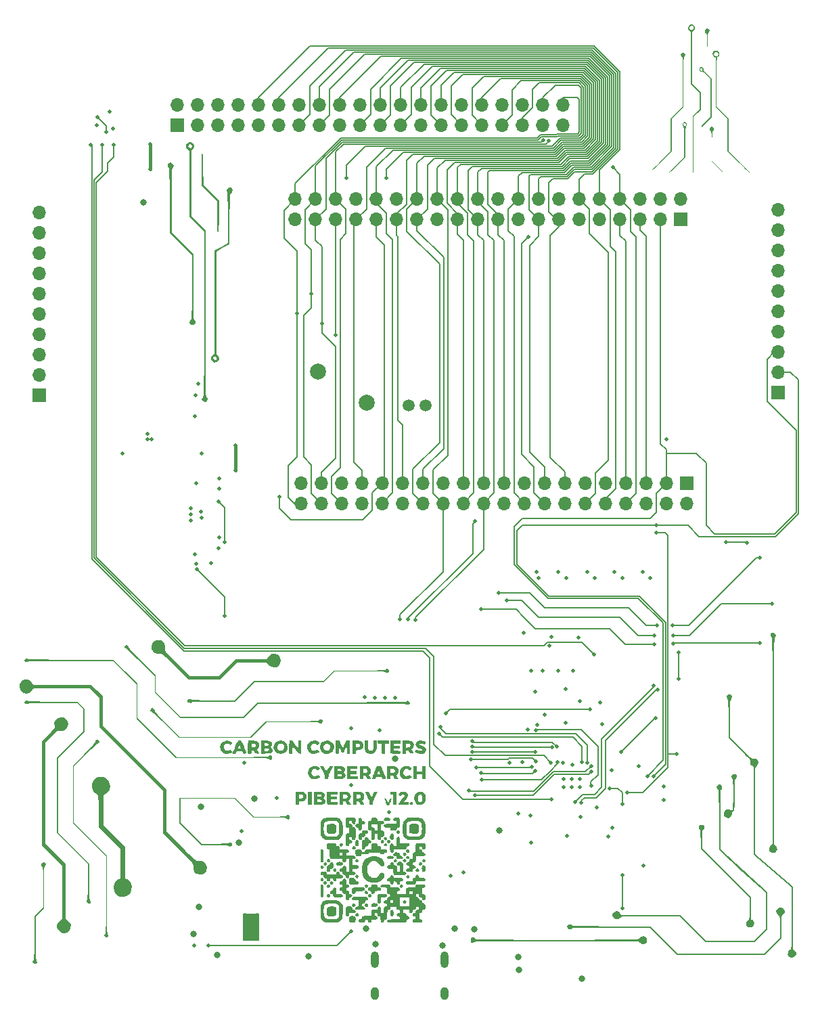
<source format=gbr>
%TF.GenerationSoftware,KiCad,Pcbnew,8.0.4*%
%TF.CreationDate,2024-10-18T18:06:38+03:00*%
%TF.ProjectId,beepy,62656570-792e-46b6-9963-61645f706362,rev?*%
%TF.SameCoordinates,Original*%
%TF.FileFunction,Copper,L1,Top*%
%TF.FilePolarity,Positive*%
%FSLAX46Y46*%
G04 Gerber Fmt 4.6, Leading zero omitted, Abs format (unit mm)*
G04 Created by KiCad (PCBNEW 8.0.4) date 2024-10-18 18:06:38*
%MOMM*%
%LPD*%
G01*
G04 APERTURE LIST*
%TA.AperFunction,EtchedComponent*%
%ADD10C,0.000000*%
%TD*%
%TA.AperFunction,ComponentPad*%
%ADD11R,1.700000X1.700000*%
%TD*%
%TA.AperFunction,ComponentPad*%
%ADD12O,1.700000X1.700000*%
%TD*%
%TA.AperFunction,ComponentPad*%
%ADD13C,0.500000*%
%TD*%
%TA.AperFunction,SMDPad,CuDef*%
%ADD14R,2.000000X3.500000*%
%TD*%
%TA.AperFunction,ComponentPad*%
%ADD15C,2.000000*%
%TD*%
%TA.AperFunction,ComponentPad*%
%ADD16C,1.500000*%
%TD*%
%TA.AperFunction,ComponentPad*%
%ADD17O,1.000000X1.600000*%
%TD*%
%TA.AperFunction,ComponentPad*%
%ADD18O,1.000000X2.100000*%
%TD*%
%TA.AperFunction,ViaPad*%
%ADD19C,0.500000*%
%TD*%
%TA.AperFunction,ViaPad*%
%ADD20C,0.800000*%
%TD*%
%TA.AperFunction,Conductor*%
%ADD21C,0.200000*%
%TD*%
%TA.AperFunction,Conductor*%
%ADD22C,0.400000*%
%TD*%
%TA.AperFunction,Conductor*%
%ADD23C,0.127000*%
%TD*%
G04 APERTURE END LIST*
D10*
%TA.AperFunction,EtchedComponent*%
%TO.C,G\u002A\u002A\u002A*%
G36*
X78341894Y-100398314D02*
G01*
X78454519Y-100570509D01*
X78446690Y-100786462D01*
X78424555Y-100836001D01*
X78320645Y-100969964D01*
X78251666Y-101005334D01*
X78218601Y-101086113D01*
X78192798Y-101313087D01*
X78175940Y-101663206D01*
X78169710Y-102113422D01*
X78169705Y-102127608D01*
X78169705Y-103249882D01*
X81227899Y-106297001D01*
X84286093Y-109344119D01*
X84286093Y-110762726D01*
X84290582Y-111258952D01*
X84303172Y-111671271D01*
X84322552Y-111976089D01*
X84347411Y-112149811D01*
X84364975Y-112181334D01*
X84519320Y-112255071D01*
X84648774Y-112434545D01*
X84710110Y-112657148D01*
X84710842Y-112682259D01*
X84641379Y-112937232D01*
X84465380Y-113114510D01*
X84231431Y-113194177D01*
X83988120Y-113156317D01*
X83832035Y-113042500D01*
X83704103Y-112791145D01*
X83725601Y-112522824D01*
X83891484Y-112291063D01*
X83903819Y-112281127D01*
X83983478Y-112213853D01*
X84040217Y-112138509D01*
X84077924Y-112027465D01*
X84100488Y-111853088D01*
X84111795Y-111587746D01*
X84115735Y-111203806D01*
X84116194Y-110771708D01*
X84116194Y-109428785D01*
X81058000Y-106381667D01*
X77999806Y-103334549D01*
X77999806Y-102180308D01*
X77996140Y-101692675D01*
X77983390Y-101348264D01*
X77958926Y-101121086D01*
X77920120Y-100985152D01*
X77872381Y-100920667D01*
X77753410Y-100738258D01*
X77771746Y-100546159D01*
X77905253Y-100393169D01*
X78131795Y-100328087D01*
X78141231Y-100328001D01*
X78341894Y-100398314D01*
G37*
%TD.AperFunction*%
%TA.AperFunction,EtchedComponent*%
G36*
X82405584Y-94041796D02*
G01*
X82521309Y-94195363D01*
X82545275Y-94381971D01*
X82463347Y-94544890D01*
X82368154Y-94603797D01*
X82328435Y-94645110D01*
X82298136Y-94747494D01*
X82276101Y-94930033D01*
X82261171Y-95211811D01*
X82252190Y-95611914D01*
X82248000Y-96149426D01*
X82247297Y-96597031D01*
X82246639Y-97220720D01*
X82243478Y-97696411D01*
X82236036Y-98045439D01*
X82222534Y-98289138D01*
X82201193Y-98448843D01*
X82170234Y-98545888D01*
X82127879Y-98601607D01*
X82077398Y-98634667D01*
X81935410Y-98801410D01*
X81907498Y-98971512D01*
X81832236Y-99216640D01*
X81643988Y-99405353D01*
X81399060Y-99481332D01*
X81397799Y-99481334D01*
X81231087Y-99435007D01*
X81076901Y-99349533D01*
X80918137Y-99148035D01*
X80880750Y-98892210D01*
X80962515Y-98643908D01*
X81107649Y-98495196D01*
X81287767Y-98405144D01*
X81464026Y-98408597D01*
X81616853Y-98456213D01*
X81830832Y-98512161D01*
X81979230Y-98513660D01*
X81991953Y-98507972D01*
X82018084Y-98412100D01*
X82039582Y-98178613D01*
X82056401Y-97836160D01*
X82068495Y-97413391D01*
X82075821Y-96938955D01*
X82078331Y-96441504D01*
X82075982Y-95949686D01*
X82068728Y-95492151D01*
X82056523Y-95097550D01*
X82039322Y-94794532D01*
X82017081Y-94611747D01*
X81998172Y-94570667D01*
X81903676Y-94500485D01*
X81857671Y-94340912D01*
X81874366Y-94168405D01*
X81910881Y-94100938D01*
X82073048Y-94002480D01*
X82212235Y-93978001D01*
X82405584Y-94041796D01*
G37*
%TD.AperFunction*%
%TA.AperFunction,EtchedComponent*%
G36*
X87219424Y-76326053D02*
G01*
X87374522Y-76454724D01*
X87427727Y-76636405D01*
X87353548Y-76824154D01*
X87301812Y-76875334D01*
X87284561Y-76904143D01*
X87268911Y-76965823D01*
X87254789Y-77068118D01*
X87242117Y-77218768D01*
X87230819Y-77425515D01*
X87220820Y-77696102D01*
X87212044Y-78038271D01*
X87204414Y-78459764D01*
X87197854Y-78968322D01*
X87192289Y-79571688D01*
X87187642Y-80277604D01*
X87183838Y-81093811D01*
X87180799Y-82028052D01*
X87178451Y-83088069D01*
X87176718Y-84281603D01*
X87175522Y-85616397D01*
X87174789Y-87100193D01*
X87174442Y-88740732D01*
X87174388Y-89851159D01*
X87174388Y-102721583D01*
X87386762Y-102917749D01*
X87561007Y-103171606D01*
X87581420Y-103444486D01*
X87445924Y-103697409D01*
X87429237Y-103714667D01*
X87194543Y-103863538D01*
X86943762Y-103847405D01*
X86768540Y-103752200D01*
X86610974Y-103551349D01*
X86572664Y-103295290D01*
X86651843Y-103047662D01*
X86792113Y-102902548D01*
X87004488Y-102763859D01*
X87004488Y-89872297D01*
X87004360Y-88132613D01*
X87003924Y-86554454D01*
X87003100Y-85130009D01*
X87001810Y-83851469D01*
X86999975Y-82711026D01*
X86997514Y-81700869D01*
X86994349Y-80813190D01*
X86990402Y-80040179D01*
X86985592Y-79374026D01*
X86979841Y-78806924D01*
X86973070Y-78331061D01*
X86965199Y-77938630D01*
X86956149Y-77621820D01*
X86945841Y-77372823D01*
X86934197Y-77183829D01*
X86921137Y-77047029D01*
X86906581Y-76954613D01*
X86890451Y-76898773D01*
X86872768Y-76871781D01*
X86768693Y-76700918D01*
X86773828Y-76503235D01*
X86874656Y-76346149D01*
X86987926Y-76297334D01*
X87219424Y-76326053D01*
G37*
%TD.AperFunction*%
%TA.AperFunction,EtchedComponent*%
G36*
X80515297Y-95325963D02*
G01*
X80657735Y-95456929D01*
X80674838Y-95499214D01*
X80688599Y-95686016D01*
X80635804Y-95852649D01*
X80539937Y-95925330D01*
X80539212Y-95925334D01*
X80522582Y-96007510D01*
X80507411Y-96244084D01*
X80493998Y-96620126D01*
X80482647Y-97120703D01*
X80473659Y-97730884D01*
X80467336Y-98435739D01*
X80463979Y-99220335D01*
X80463506Y-99671834D01*
X80463662Y-103418334D01*
X83394276Y-106083333D01*
X86324889Y-108748333D01*
X86324889Y-111080339D01*
X86324889Y-113412345D01*
X85537507Y-114193839D01*
X84750125Y-114975334D01*
X81692689Y-114975334D01*
X78635252Y-114975334D01*
X77022883Y-113366667D01*
X75410513Y-111758001D01*
X71766573Y-111758001D01*
X68122633Y-111758001D01*
X67925811Y-111969667D01*
X67674503Y-112146236D01*
X67417236Y-112160442D01*
X67179632Y-112012655D01*
X67132393Y-111958249D01*
X66986958Y-111724169D01*
X66983779Y-111532412D01*
X67125481Y-111328836D01*
X67164841Y-111288485D01*
X67379657Y-111123310D01*
X67575221Y-111103002D01*
X67790937Y-111230021D01*
X67903845Y-111334667D01*
X68158694Y-111588667D01*
X71827078Y-111588667D01*
X75495462Y-111588667D01*
X77107832Y-113197334D01*
X78720202Y-114806001D01*
X81692604Y-114806001D01*
X84665006Y-114806001D01*
X85409998Y-114066932D01*
X86154990Y-113327864D01*
X86154834Y-111082432D01*
X86154678Y-108837001D01*
X83224065Y-106172001D01*
X80293451Y-103507002D01*
X80293451Y-99763498D01*
X80291542Y-98787430D01*
X80285900Y-97946188D01*
X80276656Y-97245631D01*
X80263941Y-96691616D01*
X80247885Y-96290000D01*
X80228619Y-96046641D01*
X80208958Y-95967949D01*
X80102205Y-95855474D01*
X80037112Y-95753226D01*
X80000951Y-95597006D01*
X80098164Y-95443000D01*
X80115300Y-95425558D01*
X80314612Y-95312890D01*
X80515297Y-95325963D01*
G37*
%TD.AperFunction*%
%TA.AperFunction,EtchedComponent*%
G36*
X88343164Y-110807018D02*
G01*
X88363685Y-110826667D01*
X88512182Y-111073798D01*
X88501847Y-111332495D01*
X88334974Y-111562457D01*
X88321210Y-111573541D01*
X88242627Y-111639702D01*
X88186301Y-111713646D01*
X88148528Y-111822465D01*
X88125601Y-111993254D01*
X88113814Y-112253106D01*
X88109461Y-112629114D01*
X88108836Y-113126123D01*
X88108836Y-114512208D01*
X87066974Y-115548104D01*
X86025111Y-116584001D01*
X80546277Y-116584001D01*
X75067443Y-116584001D01*
X73370040Y-114890667D01*
X71672636Y-113197334D01*
X66808462Y-113197334D01*
X65778644Y-113198687D01*
X64850612Y-113202645D01*
X64033801Y-113209055D01*
X63337647Y-113217763D01*
X62771585Y-113228617D01*
X62345051Y-113241462D01*
X62067481Y-113256146D01*
X61948311Y-113272516D01*
X61944287Y-113276295D01*
X61872385Y-113366795D01*
X61707407Y-113419889D01*
X61525446Y-113413857D01*
X61495599Y-113404374D01*
X61342767Y-113276170D01*
X61305176Y-113093780D01*
X61369832Y-112914099D01*
X61523744Y-112794026D01*
X61639550Y-112774001D01*
X61841840Y-112825332D01*
X61944287Y-112901001D01*
X61984491Y-112928327D01*
X62064469Y-112951518D01*
X62196974Y-112970899D01*
X62394760Y-112986796D01*
X62670581Y-112999537D01*
X63037189Y-113009448D01*
X63507340Y-113016856D01*
X64093785Y-113022087D01*
X64809279Y-113025467D01*
X65666575Y-113027324D01*
X66678427Y-113027983D01*
X66903813Y-113028001D01*
X71757586Y-113028001D01*
X73454990Y-114721334D01*
X75152393Y-116414667D01*
X80546228Y-116414667D01*
X85940063Y-116414667D01*
X86939500Y-115421157D01*
X87938936Y-114427647D01*
X87938936Y-113117171D01*
X87937976Y-112619156D01*
X87932492Y-112262244D01*
X87918583Y-112018208D01*
X87892344Y-111858820D01*
X87849873Y-111755852D01*
X87787266Y-111681076D01*
X87733883Y-111634181D01*
X87521869Y-111388073D01*
X87477795Y-111142285D01*
X87599991Y-110887181D01*
X87603814Y-110882304D01*
X87835317Y-110698262D01*
X88093127Y-110672335D01*
X88343164Y-110807018D01*
G37*
%TD.AperFunction*%
%TA.AperFunction,EtchedComponent*%
G36*
X71107936Y-114340340D02*
G01*
X71256242Y-114521153D01*
X71308411Y-114759580D01*
X71242295Y-115019251D01*
X71140511Y-115165834D01*
X70924342Y-115296126D01*
X70671472Y-115281120D01*
X70425770Y-115124597D01*
X70404236Y-115102334D01*
X70207413Y-114890667D01*
X60012339Y-114890667D01*
X58470928Y-114890836D01*
X57090582Y-114891416D01*
X55862464Y-114892520D01*
X54777739Y-114894261D01*
X53827573Y-114896750D01*
X53003130Y-114900101D01*
X52295574Y-114904426D01*
X51696070Y-114909837D01*
X51195784Y-114916446D01*
X50785878Y-114924366D01*
X50457519Y-114933710D01*
X50201871Y-114944589D01*
X50010099Y-114957117D01*
X49873367Y-114971404D01*
X49782840Y-114987565D01*
X49729683Y-115005711D01*
X49708109Y-115021753D01*
X49540177Y-115118990D01*
X49421620Y-115127586D01*
X49293061Y-115066098D01*
X49230917Y-114900366D01*
X49218566Y-114795607D01*
X49242445Y-114539310D01*
X49359629Y-114421447D01*
X49557082Y-114448386D01*
X49724670Y-114548309D01*
X49761965Y-114574307D01*
X49805546Y-114597560D01*
X49864597Y-114618223D01*
X49948301Y-114636448D01*
X50065842Y-114652388D01*
X50226403Y-114666196D01*
X50439167Y-114678025D01*
X50713317Y-114688029D01*
X51058037Y-114696360D01*
X51482510Y-114703171D01*
X51995920Y-114708616D01*
X52607448Y-114712847D01*
X53326280Y-114716017D01*
X54161598Y-114718280D01*
X55122585Y-114719788D01*
X56218425Y-114720694D01*
X57458301Y-114721152D01*
X58851397Y-114721314D01*
X60108701Y-114721334D01*
X61634220Y-114721273D01*
X62998849Y-114720996D01*
X64211601Y-114720362D01*
X65281486Y-114719228D01*
X66217516Y-114717454D01*
X67028700Y-114714898D01*
X67724052Y-114711418D01*
X68312580Y-114706873D01*
X68803297Y-114701121D01*
X69205213Y-114694020D01*
X69527339Y-114685430D01*
X69778686Y-114675208D01*
X69968266Y-114663213D01*
X70105089Y-114649304D01*
X70198166Y-114633338D01*
X70256508Y-114615175D01*
X70289126Y-114594672D01*
X70305032Y-114571689D01*
X70308946Y-114561106D01*
X70419510Y-114416883D01*
X70611494Y-114297041D01*
X70885638Y-114253513D01*
X71107936Y-114340340D01*
G37*
%TD.AperFunction*%
%TA.AperFunction,EtchedComponent*%
G36*
X81759735Y-84033604D02*
G01*
X81902533Y-84164532D01*
X81926615Y-84369474D01*
X81827115Y-84596752D01*
X81814331Y-84613515D01*
X81765754Y-84685545D01*
X81727969Y-84777450D01*
X81699633Y-84909819D01*
X81679404Y-85103240D01*
X81665937Y-85378300D01*
X81657891Y-85755588D01*
X81653922Y-86255691D01*
X81652687Y-86899198D01*
X81652648Y-87092014D01*
X81652648Y-89365652D01*
X83010800Y-90717293D01*
X83452107Y-91154883D01*
X83791977Y-91486090D01*
X84048144Y-91725222D01*
X84238344Y-91886585D01*
X84380311Y-91984488D01*
X84491782Y-92033237D01*
X84590491Y-92047140D01*
X84655743Y-92044308D01*
X84954574Y-92083025D01*
X85148485Y-92248592D01*
X85220441Y-92526099D01*
X85220541Y-92538667D01*
X85170148Y-92766224D01*
X85046941Y-92955718D01*
X84892882Y-93045517D01*
X84874674Y-93046667D01*
X84859000Y-93129825D01*
X84844752Y-93373271D01*
X84832060Y-93767965D01*
X84821054Y-94304868D01*
X84811864Y-94974940D01*
X84804619Y-95769140D01*
X84799451Y-96678429D01*
X84796488Y-97693767D01*
X84795792Y-98532345D01*
X84795792Y-104018022D01*
X87172977Y-106046511D01*
X89550162Y-108075001D01*
X89551573Y-111959958D01*
X89552983Y-115844916D01*
X89765357Y-116041082D01*
X89937991Y-116288117D01*
X89961434Y-116537332D01*
X89851509Y-116750590D01*
X89624040Y-116889753D01*
X89399590Y-116922667D01*
X89146555Y-116865235D01*
X88992669Y-116710501D01*
X88903257Y-116525590D01*
X88920664Y-116345205D01*
X88957372Y-116247650D01*
X89078738Y-116055026D01*
X89222320Y-115946111D01*
X89260135Y-115928273D01*
X89291493Y-115891099D01*
X89316984Y-115819957D01*
X89337197Y-115700217D01*
X89352722Y-115517247D01*
X89364150Y-115256418D01*
X89372069Y-114903098D01*
X89377069Y-114442658D01*
X89379742Y-113860466D01*
X89380675Y-113141891D01*
X89380459Y-112272303D01*
X89380294Y-112027462D01*
X89377504Y-108159667D01*
X87001698Y-106130250D01*
X84625893Y-104100832D01*
X84625893Y-98607101D01*
X84625893Y-93113371D01*
X84407920Y-92942485D01*
X84249473Y-92767735D01*
X84210888Y-92547049D01*
X84214745Y-92484730D01*
X84215883Y-92385694D01*
X84191769Y-92285508D01*
X84128161Y-92166677D01*
X84010813Y-92011706D01*
X83825484Y-91803100D01*
X83557929Y-91523364D01*
X83193904Y-91155004D01*
X82861146Y-90822163D01*
X81482749Y-89446465D01*
X81482749Y-87083399D01*
X81481661Y-86375689D01*
X81477714Y-85818223D01*
X81469881Y-85391925D01*
X81457137Y-85077714D01*
X81438456Y-84856513D01*
X81412811Y-84709244D01*
X81379177Y-84616828D01*
X81347667Y-84571568D01*
X81257476Y-84376020D01*
X81299594Y-84187584D01*
X81440465Y-84050064D01*
X81646537Y-84007266D01*
X81759735Y-84033604D01*
G37*
%TD.AperFunction*%
%TA.AperFunction,EtchedComponent*%
G36*
X29335714Y-97032006D02*
G01*
X29335714Y-97851923D01*
X29108928Y-97851923D01*
X28882143Y-97851923D01*
X28882143Y-97032006D01*
X28882143Y-96212088D01*
X29108928Y-96212088D01*
X29335714Y-96212088D01*
X29335714Y-97032006D01*
G37*
%TD.AperFunction*%
%TA.AperFunction,EtchedComponent*%
G36*
X39934231Y-97022096D02*
G01*
X39924862Y-97834478D01*
X39706799Y-97844866D01*
X39488736Y-97855253D01*
X39488736Y-97210127D01*
X39488736Y-96565001D01*
X39340453Y-96554273D01*
X39192170Y-96543544D01*
X39192170Y-96386539D01*
X39192170Y-96229533D01*
X39567885Y-96219624D01*
X39943599Y-96209714D01*
X39934231Y-97022096D01*
G37*
%TD.AperFunction*%
%TA.AperFunction,EtchedComponent*%
G36*
X41880142Y-97473887D02*
G01*
X41953438Y-97527549D01*
X41995524Y-97611966D01*
X41991787Y-97718766D01*
X41966857Y-97780418D01*
X41900474Y-97840138D01*
X41805679Y-97856091D01*
X41707215Y-97829718D01*
X41629822Y-97762466D01*
X41628635Y-97760678D01*
X41590264Y-97687962D01*
X41595147Y-97628713D01*
X41619108Y-97581156D01*
X41698365Y-97492318D01*
X41790247Y-97459353D01*
X41880142Y-97473887D01*
G37*
%TD.AperFunction*%
%TA.AperFunction,EtchedComponent*%
G36*
X38993375Y-89992926D02*
G01*
X39003921Y-90176099D01*
X38757867Y-90176099D01*
X38511813Y-90176099D01*
X38511813Y-90802062D01*
X38510426Y-91003266D01*
X38506575Y-91178830D01*
X38500723Y-91317470D01*
X38493333Y-91407906D01*
X38485645Y-91438806D01*
X38438945Y-91442976D01*
X38345555Y-91442516D01*
X38258860Y-91439124D01*
X38058242Y-91428661D01*
X38058242Y-90803974D01*
X38058242Y-90179287D01*
X37822733Y-90168971D01*
X37587225Y-90158654D01*
X37587225Y-89984203D01*
X37587225Y-89809753D01*
X38285027Y-89809753D01*
X38982829Y-89809753D01*
X38993375Y-89992926D01*
G37*
%TD.AperFunction*%
%TA.AperFunction,EtchedComponent*%
G36*
X35057692Y-93176649D02*
G01*
X35057692Y-93351099D01*
X34639011Y-93351099D01*
X34220329Y-93351099D01*
X34220329Y-93490660D01*
X34220329Y-93630220D01*
X34604121Y-93630220D01*
X34987912Y-93630220D01*
X34987912Y-93804671D01*
X34987912Y-93979121D01*
X34604121Y-93979121D01*
X34220329Y-93979121D01*
X34220329Y-94136127D01*
X34220329Y-94293132D01*
X34656456Y-94293132D01*
X35092582Y-94293132D01*
X35092582Y-94467583D01*
X35092582Y-94642033D01*
X34429670Y-94642033D01*
X33766758Y-94642033D01*
X33766758Y-93822116D01*
X33766758Y-93002198D01*
X34412225Y-93002198D01*
X35057692Y-93002198D01*
X35057692Y-93176649D01*
G37*
%TD.AperFunction*%
%TA.AperFunction,EtchedComponent*%
G36*
X42489285Y-93333654D02*
G01*
X42489285Y-93665110D01*
X42803296Y-93665110D01*
X43117307Y-93665110D01*
X43117307Y-93333654D01*
X43117307Y-93002198D01*
X43344736Y-93002198D01*
X43572165Y-93002198D01*
X43562799Y-93813393D01*
X43553434Y-94624588D01*
X43335371Y-94634975D01*
X43117307Y-94645363D01*
X43117307Y-94329687D01*
X43117307Y-94014011D01*
X42804655Y-94014011D01*
X42492002Y-94014011D01*
X42481921Y-94319300D01*
X42471840Y-94624588D01*
X42253777Y-94634975D01*
X42035714Y-94645363D01*
X42035714Y-93823780D01*
X42035714Y-93002198D01*
X42262500Y-93002198D01*
X42489285Y-93002198D01*
X42489285Y-93333654D01*
G37*
%TD.AperFunction*%
%TA.AperFunction,EtchedComponent*%
G36*
X40423870Y-89992926D02*
G01*
X40434416Y-90176099D01*
X40013911Y-90176099D01*
X39593406Y-90176099D01*
X39593406Y-90315660D01*
X39593406Y-90455220D01*
X39977198Y-90455220D01*
X40360989Y-90455220D01*
X40360989Y-90629671D01*
X40360989Y-90804121D01*
X39977198Y-90804121D01*
X39593406Y-90804121D01*
X39593406Y-90942608D01*
X39593406Y-91081094D01*
X40020810Y-91090891D01*
X40448214Y-91100687D01*
X40459174Y-91253710D01*
X40459930Y-91351434D01*
X40448908Y-91416883D01*
X40441729Y-91428161D01*
X40399295Y-91434491D01*
X40298681Y-91439036D01*
X40151472Y-91441589D01*
X39969249Y-91441942D01*
X39775938Y-91440076D01*
X39138553Y-91430564D01*
X39147916Y-90620158D01*
X39157280Y-89809753D01*
X39785302Y-89809753D01*
X40413324Y-89809753D01*
X40423870Y-89992926D01*
G37*
%TD.AperFunction*%
%TA.AperFunction,EtchedComponent*%
G36*
X27257589Y-90279504D02*
G01*
X27624123Y-90770266D01*
X27633833Y-90290009D01*
X27643544Y-89809753D01*
X27835439Y-89809753D01*
X28027335Y-89809753D01*
X28036746Y-90593991D01*
X28038867Y-90822162D01*
X28039601Y-91027471D01*
X28039007Y-91199450D01*
X28037143Y-91327627D01*
X28034068Y-91401533D01*
X28032177Y-91414661D01*
X27989820Y-91433905D01*
X27891294Y-91437529D01*
X27821912Y-91432896D01*
X27625628Y-91414698D01*
X27285685Y-90961127D01*
X26945742Y-90507555D01*
X26935916Y-90960485D01*
X26930417Y-91131103D01*
X26922373Y-91275225D01*
X26912796Y-91379188D01*
X26902700Y-91429328D01*
X26901026Y-91431501D01*
X26854547Y-91439856D01*
X26762617Y-91441651D01*
X26692150Y-91439020D01*
X26508338Y-91428452D01*
X26517699Y-90619102D01*
X26527060Y-89809753D01*
X26709057Y-89799248D01*
X26891055Y-89788743D01*
X27257589Y-90279504D01*
G37*
%TD.AperFunction*%
%TA.AperFunction,EtchedComponent*%
G36*
X31908860Y-96220041D02*
G01*
X32563049Y-96229533D01*
X32563049Y-96386539D01*
X32563049Y-96543544D01*
X32135645Y-96553341D01*
X31708242Y-96563137D01*
X31708242Y-96701623D01*
X31708242Y-96840110D01*
X32092033Y-96840110D01*
X32475824Y-96840110D01*
X32475824Y-97014561D01*
X32475824Y-97189011D01*
X32092033Y-97189011D01*
X31708242Y-97189011D01*
X31708242Y-97346017D01*
X31708242Y-97503022D01*
X32144368Y-97503022D01*
X32580494Y-97503022D01*
X32580494Y-97677473D01*
X32580494Y-97851923D01*
X31940842Y-97851923D01*
X31736279Y-97850711D01*
X31556235Y-97847343D01*
X31412153Y-97842219D01*
X31315477Y-97835742D01*
X31277930Y-97828663D01*
X31271274Y-97788534D01*
X31265361Y-97688781D01*
X31260479Y-97539557D01*
X31256915Y-97351015D01*
X31254958Y-97133311D01*
X31254670Y-97007976D01*
X31254670Y-96210548D01*
X31908860Y-96220041D01*
G37*
%TD.AperFunction*%
%TA.AperFunction,EtchedComponent*%
G36*
X38545249Y-97053794D02*
G01*
X38567859Y-97055884D01*
X38633604Y-97063620D01*
X38677887Y-97082784D01*
X38711618Y-97127360D01*
X38745706Y-97211334D01*
X38787369Y-97337294D01*
X38830134Y-97462136D01*
X38866931Y-97556467D01*
X38891482Y-97604603D01*
X38895604Y-97607692D01*
X38915137Y-97576956D01*
X38948887Y-97495201D01*
X38990566Y-97378107D01*
X39004046Y-97337294D01*
X39048683Y-97203899D01*
X39082487Y-97123645D01*
X39115378Y-97083051D01*
X39157277Y-97068637D01*
X39203033Y-97066896D01*
X39279634Y-97076465D01*
X39314966Y-97099710D01*
X39315218Y-97101786D01*
X39303785Y-97146371D01*
X39271970Y-97241940D01*
X39224650Y-97374431D01*
X39166935Y-97529177D01*
X39017720Y-97921679D01*
X38890511Y-97921691D01*
X38763302Y-97921703D01*
X38624974Y-97564080D01*
X38549238Y-97368610D01*
X38496678Y-97229365D01*
X38466258Y-97137124D01*
X38456941Y-97082667D01*
X38467692Y-97056773D01*
X38497473Y-97050222D01*
X38545249Y-97053794D01*
G37*
%TD.AperFunction*%
%TA.AperFunction,EtchedComponent*%
G36*
X34107572Y-90615619D02*
G01*
X34098214Y-91442147D01*
X33923763Y-91442200D01*
X33749313Y-91442254D01*
X33731868Y-90961452D01*
X33714423Y-90480650D01*
X33541044Y-90886616D01*
X33367664Y-91292583D01*
X33218310Y-91292583D01*
X33127248Y-91290764D01*
X33074202Y-91286188D01*
X33068695Y-91283860D01*
X33055587Y-91250420D01*
X33019984Y-91165419D01*
X32967161Y-91041314D01*
X32902388Y-90890563D01*
X32895197Y-90873901D01*
X32721959Y-90472665D01*
X32721007Y-90950345D01*
X32718855Y-91124965D01*
X32713616Y-91272577D01*
X32706010Y-91380177D01*
X32696759Y-91434758D01*
X32693887Y-91438806D01*
X32646709Y-91443038D01*
X32554234Y-91442175D01*
X32483908Y-91439020D01*
X32300096Y-91428452D01*
X32309457Y-90619102D01*
X32318818Y-89809753D01*
X32554630Y-89799429D01*
X32790441Y-89789106D01*
X32885359Y-90008770D01*
X32950420Y-90155294D01*
X33029124Y-90326850D01*
X33103120Y-90483542D01*
X33225961Y-90738650D01*
X33436222Y-90274201D01*
X33646484Y-89809753D01*
X33881707Y-89799422D01*
X34116930Y-89789091D01*
X34107572Y-90615619D01*
G37*
%TD.AperFunction*%
%TA.AperFunction,EtchedComponent*%
G36*
X37357121Y-96691827D02*
G01*
X37266448Y-96863063D01*
X37183901Y-97016631D01*
X37116365Y-97139900D01*
X37070721Y-97220236D01*
X37058239Y-97240387D01*
X37031108Y-97320066D01*
X37015125Y-97455682D01*
X37011538Y-97580566D01*
X37011538Y-97851923D01*
X36802198Y-97851923D01*
X36592857Y-97851923D01*
X36592857Y-97600110D01*
X36591955Y-97508627D01*
X36586220Y-97432577D01*
X36571101Y-97359679D01*
X36542053Y-97277653D01*
X36494527Y-97174217D01*
X36423975Y-97037091D01*
X36325850Y-96853994D01*
X36296291Y-96799251D01*
X36200998Y-96621816D01*
X36118416Y-96466108D01*
X36053840Y-96342274D01*
X36012568Y-96260460D01*
X35999725Y-96231146D01*
X36031494Y-96221329D01*
X36114350Y-96214590D01*
X36217788Y-96212481D01*
X36435851Y-96212874D01*
X36609149Y-96541318D01*
X36682027Y-96673859D01*
X36744800Y-96777725D01*
X36789824Y-96840883D01*
X36807852Y-96854060D01*
X36833897Y-96818310D01*
X36883803Y-96734482D01*
X36949482Y-96616532D01*
X36998361Y-96525223D01*
X37163464Y-96212088D01*
X37386383Y-96212088D01*
X37609302Y-96212088D01*
X37357121Y-96691827D01*
G37*
%TD.AperFunction*%
%TA.AperFunction,EtchedComponent*%
G36*
X27833019Y-96218297D02*
G01*
X28038974Y-96223687D01*
X28187639Y-96230681D01*
X28291501Y-96240961D01*
X28363051Y-96256210D01*
X28414776Y-96278112D01*
X28450162Y-96301469D01*
X28596682Y-96449805D01*
X28682885Y-96624537D01*
X28706220Y-96814642D01*
X28664139Y-97009096D01*
X28630572Y-97081639D01*
X28534608Y-97214946D01*
X28406037Y-97307311D01*
X28233664Y-97364436D01*
X28023334Y-97390992D01*
X27765659Y-97407528D01*
X27765659Y-97629726D01*
X27765659Y-97851923D01*
X27562133Y-97851923D01*
X27448531Y-97848216D01*
X27365041Y-97838625D01*
X27335348Y-97828663D01*
X27328699Y-97788540D01*
X27322790Y-97688780D01*
X27317910Y-97539526D01*
X27314345Y-97350919D01*
X27312381Y-97133101D01*
X27312208Y-97058092D01*
X27765659Y-97058092D01*
X27963351Y-97041697D01*
X28095387Y-97022951D01*
X28179398Y-96988590D01*
X28225027Y-96946286D01*
X28281512Y-96831178D01*
X28273852Y-96715501D01*
X28219231Y-96630769D01*
X28151995Y-96585646D01*
X28053750Y-96564585D01*
X27957555Y-96560989D01*
X27765659Y-96560989D01*
X27765659Y-96809540D01*
X27765659Y-97058092D01*
X27312208Y-97058092D01*
X27312088Y-97006232D01*
X27312088Y-96809540D01*
X27312088Y-96207061D01*
X27833019Y-96218297D01*
G37*
%TD.AperFunction*%
%TA.AperFunction,EtchedComponent*%
G36*
X31778826Y-93002198D02*
G01*
X31889009Y-93005241D01*
X31964590Y-93013147D01*
X31987362Y-93022215D01*
X31971468Y-93058087D01*
X31927538Y-93144356D01*
X31861198Y-93270294D01*
X31778074Y-93425176D01*
X31717406Y-93536845D01*
X31616468Y-93722904D01*
X31544043Y-93862133D01*
X31494941Y-93968802D01*
X31463970Y-94057180D01*
X31445938Y-94141537D01*
X31435654Y-94236142D01*
X31429563Y-94328022D01*
X31411676Y-94624588D01*
X31193612Y-94634975D01*
X30975549Y-94645363D01*
X30975549Y-94379450D01*
X30974611Y-94276962D01*
X30968553Y-94194272D01*
X30952511Y-94117288D01*
X30921621Y-94031913D01*
X30871019Y-93924056D01*
X30795841Y-93779621D01*
X30719090Y-93636370D01*
X30627128Y-93465166D01*
X30544148Y-93310498D01*
X30477041Y-93185221D01*
X30432694Y-93102191D01*
X30421296Y-93080701D01*
X30401969Y-93038033D01*
X30409690Y-93014553D01*
X30457447Y-93004532D01*
X30558228Y-93002243D01*
X30599253Y-93002207D01*
X30818544Y-93002216D01*
X31006762Y-93336770D01*
X31194980Y-93671325D01*
X31334227Y-93415264D01*
X31424002Y-93249968D01*
X31489104Y-93135761D01*
X31539648Y-93063247D01*
X31585752Y-93023025D01*
X31637532Y-93005697D01*
X31705103Y-93001864D01*
X31778826Y-93002198D01*
G37*
%TD.AperFunction*%
%TA.AperFunction,EtchedComponent*%
G36*
X37250141Y-89799382D02*
G01*
X37447665Y-89809753D01*
X37457904Y-90333105D01*
X37459229Y-90577083D01*
X37453313Y-90780131D01*
X37440632Y-90931809D01*
X37427188Y-91004788D01*
X37347324Y-91170694D01*
X37215553Y-91304630D01*
X37044334Y-91401580D01*
X36846123Y-91456531D01*
X36633378Y-91464468D01*
X36418556Y-91420379D01*
X36405750Y-91415926D01*
X36286871Y-91357336D01*
X36175872Y-91278190D01*
X36165945Y-91269174D01*
X36096568Y-91197421D01*
X36045070Y-91123241D01*
X36008854Y-91035013D01*
X35985325Y-90921120D01*
X35971885Y-90769941D01*
X35965940Y-90569857D01*
X35964835Y-90369115D01*
X35964835Y-89792308D01*
X36171044Y-89792308D01*
X36377254Y-89792308D01*
X36389107Y-90330634D01*
X36394571Y-90539789D01*
X36401400Y-90691444D01*
X36411235Y-90797878D01*
X36425719Y-90871370D01*
X36446494Y-90924200D01*
X36474252Y-90967378D01*
X36542436Y-91035775D01*
X36631454Y-91068211D01*
X36702174Y-91076121D01*
X36811339Y-91075160D01*
X36885475Y-91046533D01*
X36942894Y-90994878D01*
X36975258Y-90957424D01*
X36998615Y-90916874D01*
X37014748Y-90861401D01*
X37025443Y-90779180D01*
X37032484Y-90658385D01*
X37037656Y-90487190D01*
X37040801Y-90346160D01*
X37052618Y-89789010D01*
X37250141Y-89799382D01*
G37*
%TD.AperFunction*%
%TA.AperFunction,EtchedComponent*%
G36*
X41036337Y-96206480D02*
G01*
X41211753Y-96291021D01*
X41300151Y-96371155D01*
X41377336Y-96483952D01*
X41407941Y-96600149D01*
X41389744Y-96727228D01*
X41320527Y-96872671D01*
X41198070Y-97043962D01*
X41049261Y-97216794D01*
X40804984Y-97485577D01*
X41123783Y-97495609D01*
X41442582Y-97505641D01*
X41442582Y-97678782D01*
X41442582Y-97851923D01*
X40832005Y-97851923D01*
X40221428Y-97851923D01*
X40221428Y-97709623D01*
X40224777Y-97650106D01*
X40239652Y-97594883D01*
X40273297Y-97533074D01*
X40332957Y-97453799D01*
X40425877Y-97346178D01*
X40559299Y-97199332D01*
X40566229Y-97191782D01*
X40691172Y-97052352D01*
X40799446Y-96925223D01*
X40881763Y-96821782D01*
X40928833Y-96753412D01*
X40935458Y-96739275D01*
X40937133Y-96651591D01*
X40887219Y-96591841D01*
X40799215Y-96562805D01*
X40686620Y-96567260D01*
X40562934Y-96607986D01*
X40493054Y-96648214D01*
X40411558Y-96701000D01*
X40356311Y-96732007D01*
X40346104Y-96735440D01*
X40320795Y-96707260D01*
X40277616Y-96635720D01*
X40252863Y-96589106D01*
X40178209Y-96442772D01*
X40253584Y-96381737D01*
X40354262Y-96320671D01*
X40494310Y-96260000D01*
X40645032Y-96209990D01*
X40777734Y-96180913D01*
X40824592Y-96177393D01*
X41036337Y-96206480D01*
G37*
%TD.AperFunction*%
%TA.AperFunction,EtchedComponent*%
G36*
X38302949Y-93790118D02*
G01*
X38395151Y-94009782D01*
X38478418Y-94208482D01*
X38548916Y-94377041D01*
X38602809Y-94506282D01*
X38636263Y-94587030D01*
X38645558Y-94610035D01*
X38619891Y-94626122D01*
X38541421Y-94637611D01*
X38427092Y-94642033D01*
X38426255Y-94642033D01*
X38195322Y-94642033D01*
X38128022Y-94485028D01*
X38060721Y-94328022D01*
X37729658Y-94328022D01*
X37398595Y-94328022D01*
X37329144Y-94485028D01*
X37259693Y-94642033D01*
X37048390Y-94642033D01*
X36937392Y-94638131D01*
X36860866Y-94627980D01*
X36837088Y-94616034D01*
X36850275Y-94578047D01*
X36887350Y-94484976D01*
X36944587Y-94345818D01*
X37018258Y-94169572D01*
X37094714Y-93988707D01*
X37534890Y-93988707D01*
X37566568Y-94002137D01*
X37648804Y-94011313D01*
X37741257Y-94014011D01*
X37947625Y-94014011D01*
X37858441Y-93778503D01*
X37811341Y-93658863D01*
X37771217Y-93565382D01*
X37746251Y-93517043D01*
X37745224Y-93515774D01*
X37724642Y-93534453D01*
X37687630Y-93600243D01*
X37642290Y-93694931D01*
X37596721Y-93800302D01*
X37559025Y-93898142D01*
X37537302Y-93970236D01*
X37534890Y-93988707D01*
X37094714Y-93988707D01*
X37104636Y-93965235D01*
X37176732Y-93796116D01*
X37516377Y-93002198D01*
X37744173Y-93002198D01*
X37971969Y-93002198D01*
X38302949Y-93790118D01*
G37*
%TD.AperFunction*%
%TA.AperFunction,EtchedComponent*%
G36*
X25581445Y-89807061D02*
G01*
X25792414Y-89862172D01*
X25987213Y-89969726D01*
X26124279Y-90095400D01*
X26259212Y-90294022D01*
X26326714Y-90508231D01*
X26327450Y-90741076D01*
X26296946Y-90888033D01*
X26231400Y-91025155D01*
X26119098Y-91166634D01*
X25979254Y-91294077D01*
X25831082Y-91389089D01*
X25735160Y-91425841D01*
X25460738Y-91461588D01*
X25185207Y-91435782D01*
X25132659Y-91423293D01*
X24995685Y-91358225D01*
X24840485Y-91232347D01*
X24813805Y-91206268D01*
X24663728Y-91018939D01*
X24580985Y-90820657D01*
X24570310Y-90690319D01*
X25015560Y-90690319D01*
X25059739Y-90837177D01*
X25148413Y-90960818D01*
X25274530Y-91047380D01*
X25431039Y-91083007D01*
X25445467Y-91083242D01*
X25604463Y-91056032D01*
X25685689Y-91010381D01*
X25802430Y-90881097D01*
X25869884Y-90725138D01*
X25881593Y-90629671D01*
X25852112Y-90472055D01*
X25772650Y-90334831D01*
X25656674Y-90232715D01*
X25517656Y-90180425D01*
X25466929Y-90176613D01*
X25299306Y-90204177D01*
X25165515Y-90289507D01*
X25088890Y-90382385D01*
X25022927Y-90534102D01*
X25015560Y-90690319D01*
X24570310Y-90690319D01*
X24563189Y-90603366D01*
X24586988Y-90440550D01*
X24665882Y-90232435D01*
X24794061Y-90062067D01*
X24960616Y-89931897D01*
X25154637Y-89844373D01*
X25365217Y-89801945D01*
X25581445Y-89807061D01*
G37*
%TD.AperFunction*%
%TA.AperFunction,EtchedComponent*%
G36*
X29835947Y-89820924D02*
G01*
X30061316Y-89903898D01*
X30186430Y-89975883D01*
X30250005Y-90038845D01*
X30256551Y-90106280D01*
X30210575Y-90191681D01*
X30173616Y-90239988D01*
X30058465Y-90383278D01*
X29956076Y-90297123D01*
X29803287Y-90206891D01*
X29640908Y-90176560D01*
X29483930Y-90205705D01*
X29347344Y-90293899D01*
X29326992Y-90314998D01*
X29246864Y-90450499D01*
X29218592Y-90607003D01*
X29239131Y-90765824D01*
X29305440Y-90908272D01*
X29414476Y-91015659D01*
X29443833Y-91032690D01*
X29602537Y-91076753D01*
X29776132Y-91055132D01*
X29958892Y-90968807D01*
X30006726Y-90936232D01*
X30050648Y-90916523D01*
X30095426Y-90935082D01*
X30159504Y-91000641D01*
X30171036Y-91014033D01*
X30233777Y-91094236D01*
X30271403Y-91155404D01*
X30276091Y-91170467D01*
X30248134Y-91214381D01*
X30173949Y-91274338D01*
X30071310Y-91338575D01*
X29957989Y-91395328D01*
X29903809Y-91416889D01*
X29736812Y-91453200D01*
X29545847Y-91460024D01*
X29367032Y-91437217D01*
X29305607Y-91419264D01*
X29108172Y-91312392D01*
X28947930Y-91154431D01*
X28833411Y-90957911D01*
X28773146Y-90735366D01*
X28765990Y-90626531D01*
X28797097Y-90399010D01*
X28884498Y-90200201D01*
X29018765Y-90035365D01*
X29190471Y-89909760D01*
X29390188Y-89828645D01*
X29608489Y-89797280D01*
X29835947Y-89820924D01*
G37*
%TD.AperFunction*%
%TA.AperFunction,EtchedComponent*%
G36*
X31403652Y-89812361D02*
G01*
X31621638Y-89877660D01*
X31820455Y-89997875D01*
X31907091Y-90077094D01*
X32036633Y-90259432D01*
X32109402Y-90467311D01*
X32125315Y-90686205D01*
X32084286Y-90901588D01*
X31986230Y-91098934D01*
X31913588Y-91188641D01*
X31748585Y-91329628D01*
X31565917Y-91414678D01*
X31346467Y-91452221D01*
X31311405Y-91454180D01*
X31173391Y-91455777D01*
X31052211Y-91449325D01*
X30975323Y-91436507D01*
X30743443Y-91327467D01*
X30558551Y-91167077D01*
X30431189Y-90978572D01*
X30381458Y-90825333D01*
X30365297Y-90639439D01*
X30371164Y-90573430D01*
X30820831Y-90573430D01*
X30830868Y-90738300D01*
X30891174Y-90890624D01*
X30978885Y-90993470D01*
X31094316Y-91055583D01*
X31235227Y-91083349D01*
X31373783Y-91074715D01*
X31478656Y-91030342D01*
X31591460Y-90905379D01*
X31657664Y-90748024D01*
X31672918Y-90578923D01*
X31632875Y-90418724D01*
X31614744Y-90384217D01*
X31510549Y-90269888D01*
X31371713Y-90201161D01*
X31217570Y-90180959D01*
X31067457Y-90212206D01*
X30954283Y-90284359D01*
X30861743Y-90415590D01*
X30820831Y-90573430D01*
X30371164Y-90573430D01*
X30382212Y-90449138D01*
X30431711Y-90282677D01*
X30443753Y-90257977D01*
X30578628Y-90070821D01*
X30753986Y-89931206D01*
X30957896Y-89840609D01*
X31178428Y-89800502D01*
X31403652Y-89812361D01*
G37*
%TD.AperFunction*%
%TA.AperFunction,EtchedComponent*%
G36*
X34884273Y-89811063D02*
G01*
X35083819Y-89812988D01*
X35228292Y-89818639D01*
X35332373Y-89829769D01*
X35410742Y-89848128D01*
X35478077Y-89875466D01*
X35494850Y-89883879D01*
X35651006Y-89995328D01*
X35747735Y-90140511D01*
X35788515Y-90325296D01*
X35790384Y-90382421D01*
X35764244Y-90593167D01*
X35685169Y-90759914D01*
X35552175Y-90883556D01*
X35364281Y-90964991D01*
X35120504Y-91005112D01*
X35106189Y-91006091D01*
X34851448Y-91022440D01*
X34841177Y-91231612D01*
X34830906Y-91440784D01*
X34644310Y-91445186D01*
X34533528Y-91444179D01*
X34451428Y-91436834D01*
X34425575Y-91429669D01*
X34416197Y-91389811D01*
X34408904Y-91288772D01*
X34403934Y-91135129D01*
X34401526Y-90937458D01*
X34401917Y-90704334D01*
X34402831Y-90609752D01*
X34405328Y-90397070D01*
X34407923Y-90176099D01*
X34848351Y-90176099D01*
X34848351Y-90397070D01*
X34852214Y-90516218D01*
X34862278Y-90606456D01*
X34874519Y-90644818D01*
X34929165Y-90660411D01*
X35024628Y-90656932D01*
X35135924Y-90638532D01*
X35238067Y-90609362D01*
X35306072Y-90573574D01*
X35306708Y-90573005D01*
X35358608Y-90484333D01*
X35367815Y-90371551D01*
X35333642Y-90266267D01*
X35313960Y-90239904D01*
X35255540Y-90199824D01*
X35161608Y-90180173D01*
X35052285Y-90176099D01*
X34848351Y-90176099D01*
X34407923Y-90176099D01*
X34412225Y-89809753D01*
X34884273Y-89811063D01*
G37*
%TD.AperFunction*%
%TA.AperFunction,EtchedComponent*%
G36*
X34979189Y-96212854D02*
G01*
X35185524Y-96214821D01*
X35336797Y-96221016D01*
X35447677Y-96233022D01*
X35532831Y-96252424D01*
X35606490Y-96280606D01*
X35756509Y-96383284D01*
X35858236Y-96524993D01*
X35909611Y-96692498D01*
X35908572Y-96872559D01*
X35853058Y-97051939D01*
X35750695Y-97206592D01*
X35644161Y-97327927D01*
X35787053Y-97554180D01*
X35855451Y-97666871D01*
X35906003Y-97758523D01*
X35929352Y-97811983D01*
X35929945Y-97816178D01*
X35897650Y-97835441D01*
X35810898Y-97848122D01*
X35704867Y-97851923D01*
X35479789Y-97851923D01*
X35352963Y-97625138D01*
X35286701Y-97509441D01*
X35238360Y-97441820D01*
X35191952Y-97409366D01*
X35131488Y-97399165D01*
X35072134Y-97398352D01*
X34918132Y-97398352D01*
X34918132Y-97625138D01*
X34918132Y-97851923D01*
X34708791Y-97851923D01*
X34499450Y-97851923D01*
X34499450Y-97049451D01*
X34918132Y-97049451D01*
X35101305Y-97048936D01*
X35225242Y-97040259D01*
X35333461Y-97018789D01*
X35371703Y-97004522D01*
X35436567Y-96951078D01*
X35466138Y-96861878D01*
X35469961Y-96827163D01*
X35464782Y-96703976D01*
X35419492Y-96623066D01*
X35325807Y-96577759D01*
X35175440Y-96561381D01*
X35139510Y-96560989D01*
X34918132Y-96560989D01*
X34918132Y-96805220D01*
X34918132Y-97049451D01*
X34499450Y-97049451D01*
X34499450Y-97032006D01*
X34499450Y-96805220D01*
X34499450Y-96212088D01*
X34979189Y-96212854D01*
G37*
%TD.AperFunction*%
%TA.AperFunction,EtchedComponent*%
G36*
X39523509Y-93007655D02*
G01*
X39720209Y-93026202D01*
X39869131Y-93061103D01*
X39980932Y-93115624D01*
X40066265Y-93193028D01*
X40115442Y-93261745D01*
X40173634Y-93411217D01*
X40188732Y-93584021D01*
X40163882Y-93758885D01*
X40102230Y-93914542D01*
X40006921Y-94029721D01*
X40001201Y-94034131D01*
X39911920Y-94101236D01*
X40066674Y-94337601D01*
X40138920Y-94452093D01*
X40193153Y-94545939D01*
X40220058Y-94602766D01*
X40221428Y-94609593D01*
X40188601Y-94628049D01*
X40097214Y-94636402D01*
X39985920Y-94634905D01*
X39750412Y-94624588D01*
X39635094Y-94406525D01*
X39573441Y-94293055D01*
X39527690Y-94227909D01*
X39481213Y-94197678D01*
X39417383Y-94188953D01*
X39364696Y-94188462D01*
X39209615Y-94188462D01*
X39209615Y-94415247D01*
X39209615Y-94642033D01*
X39000274Y-94642033D01*
X38790934Y-94642033D01*
X38790934Y-93839561D01*
X39209615Y-93839561D01*
X39364349Y-93839561D01*
X39485744Y-93830966D01*
X39594966Y-93809612D01*
X39616593Y-93802488D01*
X39713119Y-93750221D01*
X39757914Y-93674777D01*
X39767323Y-93580632D01*
X39749727Y-93470179D01*
X39690071Y-93398867D01*
X39580130Y-93361081D01*
X39430993Y-93351099D01*
X39209615Y-93351099D01*
X39209615Y-93595330D01*
X39209615Y-93839561D01*
X38790934Y-93839561D01*
X38790934Y-93822116D01*
X38790934Y-93595330D01*
X38790934Y-93002198D01*
X39268380Y-93002198D01*
X39523509Y-93007655D01*
G37*
%TD.AperFunction*%
%TA.AperFunction,EtchedComponent*%
G36*
X18822951Y-89803032D02*
G01*
X18946934Y-89828042D01*
X19080263Y-89873961D01*
X19205903Y-89932311D01*
X19306820Y-89994612D01*
X19365981Y-90052384D01*
X19374588Y-90077642D01*
X19353429Y-90133695D01*
X19300327Y-90214488D01*
X19275415Y-90245709D01*
X19208489Y-90317230D01*
X19162246Y-90339578D01*
X19118496Y-90321531D01*
X19118409Y-90321468D01*
X18942832Y-90224227D01*
X18769820Y-90184825D01*
X18610265Y-90203412D01*
X18475061Y-90280144D01*
X18443148Y-90311962D01*
X18354735Y-90453767D01*
X18322037Y-90606018D01*
X18339239Y-90755833D01*
X18400523Y-90890331D01*
X18500075Y-90996629D01*
X18632078Y-91061846D01*
X18786992Y-91073523D01*
X18911882Y-91042762D01*
X19029012Y-90988003D01*
X19043312Y-90978443D01*
X19154537Y-90899244D01*
X19279312Y-91024019D01*
X19348585Y-91101972D01*
X19372507Y-91163204D01*
X19346477Y-91220014D01*
X19265892Y-91284702D01*
X19156695Y-91351774D01*
X19005689Y-91412802D01*
X18818215Y-91449834D01*
X18624459Y-91459533D01*
X18454603Y-91438562D01*
X18431168Y-91431984D01*
X18306001Y-91369211D01*
X18170616Y-91264018D01*
X18046732Y-91136027D01*
X17956073Y-91004858D01*
X17954047Y-91000990D01*
X17894951Y-90824075D01*
X17876596Y-90619514D01*
X17898976Y-90416309D01*
X17954238Y-90257977D01*
X18087091Y-90073962D01*
X18266748Y-89931143D01*
X18478915Y-89837003D01*
X18709297Y-89799029D01*
X18822951Y-89803032D01*
G37*
%TD.AperFunction*%
%TA.AperFunction,EtchedComponent*%
G36*
X33304464Y-96212854D02*
G01*
X33572763Y-96219424D01*
X33781275Y-96240774D01*
X33939140Y-96280812D01*
X34055499Y-96343445D01*
X34139493Y-96432579D01*
X34200261Y-96552122D01*
X34218234Y-96603418D01*
X34246133Y-96799035D01*
X34210104Y-96992399D01*
X34114114Y-97165159D01*
X34090803Y-97192620D01*
X33970740Y-97325515D01*
X34130425Y-97572362D01*
X34203250Y-97686918D01*
X34258665Y-97777860D01*
X34287778Y-97830446D01*
X34290110Y-97837095D01*
X34258190Y-97844527D01*
X34174085Y-97847423D01*
X34055273Y-97845246D01*
X34042176Y-97844729D01*
X33794242Y-97834478D01*
X33684552Y-97617322D01*
X33625241Y-97503557D01*
X33580730Y-97438571D01*
X33534855Y-97408611D01*
X33471450Y-97399923D01*
X33428244Y-97399259D01*
X33281626Y-97398352D01*
X33271239Y-97616415D01*
X33260851Y-97834478D01*
X33042788Y-97844866D01*
X32824725Y-97855253D01*
X32824725Y-97057838D01*
X33278296Y-97057838D01*
X33492826Y-97042320D01*
X33624082Y-97027369D01*
X33707458Y-97000927D01*
X33764750Y-96955354D01*
X33774825Y-96943482D01*
X33820327Y-96840253D01*
X33816775Y-96725168D01*
X33766961Y-96627234D01*
X33742174Y-96604602D01*
X33676291Y-96580602D01*
X33568256Y-96564762D01*
X33480969Y-96560989D01*
X33278296Y-96560989D01*
X33278296Y-96809413D01*
X33278296Y-97057838D01*
X32824725Y-97057838D01*
X32824725Y-97033671D01*
X32824725Y-96809413D01*
X32824725Y-96212088D01*
X33304464Y-96212854D01*
G37*
%TD.AperFunction*%
%TA.AperFunction,EtchedComponent*%
G36*
X35816552Y-93002964D02*
G01*
X36022887Y-93004931D01*
X36174160Y-93011126D01*
X36285039Y-93023132D01*
X36370194Y-93042533D01*
X36443853Y-93070716D01*
X36590934Y-93166594D01*
X36684268Y-93299708D01*
X36727846Y-93476986D01*
X36732287Y-93571456D01*
X36722816Y-93733087D01*
X36687167Y-93855104D01*
X36614851Y-93965884D01*
X36566067Y-94021224D01*
X36478023Y-94115663D01*
X36622665Y-94337668D01*
X36692328Y-94449714D01*
X36743608Y-94541960D01*
X36766839Y-94596816D01*
X36767307Y-94600853D01*
X36733032Y-94626667D01*
X36630449Y-94640022D01*
X36542229Y-94642033D01*
X36317151Y-94642033D01*
X36190325Y-94415247D01*
X36123737Y-94299347D01*
X36075041Y-94231693D01*
X36028661Y-94199299D01*
X35969022Y-94189180D01*
X35918219Y-94188398D01*
X35772939Y-94188334D01*
X35772939Y-94406461D01*
X35772939Y-94624588D01*
X35554876Y-94634975D01*
X35336813Y-94645363D01*
X35336813Y-93847948D01*
X35790384Y-93847948D01*
X35996789Y-93833018D01*
X36118279Y-93817418D01*
X36216465Y-93792726D01*
X36258465Y-93772217D01*
X36300167Y-93698755D01*
X36311982Y-93592852D01*
X36294119Y-93485024D01*
X36255993Y-93414904D01*
X36197573Y-93374824D01*
X36103641Y-93355173D01*
X35994317Y-93351099D01*
X35790384Y-93351099D01*
X35790384Y-93599523D01*
X35790384Y-93847948D01*
X35336813Y-93847948D01*
X35336813Y-93823780D01*
X35336813Y-93599523D01*
X35336813Y-93002198D01*
X35816552Y-93002964D01*
G37*
%TD.AperFunction*%
%TA.AperFunction,EtchedComponent*%
G36*
X43116299Y-96223419D02*
G01*
X43297154Y-96306727D01*
X43445022Y-96431592D01*
X43546229Y-96590925D01*
X43568419Y-96654671D01*
X43592879Y-96794615D01*
X43603746Y-96969707D01*
X43600874Y-97150004D01*
X43584120Y-97305559D01*
X43571830Y-97360145D01*
X43487377Y-97549183D01*
X43358688Y-97701117D01*
X43237130Y-97782661D01*
X43088609Y-97829660D01*
X42909803Y-97849745D01*
X42731258Y-97841998D01*
X42583522Y-97805503D01*
X42576511Y-97802471D01*
X42404864Y-97689925D01*
X42280883Y-97526703D01*
X42204478Y-97312630D01*
X42175560Y-97047530D01*
X42175274Y-97015301D01*
X42176586Y-96999549D01*
X42628846Y-96999549D01*
X42635321Y-97200811D01*
X42656709Y-97343320D01*
X42695948Y-97437070D01*
X42755980Y-97492055D01*
X42776621Y-97501747D01*
X42855697Y-97529738D01*
X42912635Y-97530638D01*
X42987472Y-97505957D01*
X43067772Y-97440551D01*
X43127064Y-97322274D01*
X43161808Y-97165814D01*
X43168464Y-96985859D01*
X43150308Y-96830146D01*
X43105495Y-96672429D01*
X43038923Y-96575202D01*
X42944012Y-96530848D01*
X42887647Y-96526099D01*
X42777884Y-96545690D01*
X42701003Y-96608889D01*
X42653375Y-96722333D01*
X42631372Y-96892658D01*
X42628846Y-96999549D01*
X42176586Y-96999549D01*
X42197022Y-96754177D01*
X42263606Y-96545119D01*
X42377035Y-96385103D01*
X42539319Y-96271103D01*
X42710314Y-96209823D01*
X42916128Y-96188755D01*
X43116299Y-96223419D01*
G37*
%TD.AperFunction*%
%TA.AperFunction,EtchedComponent*%
G36*
X29933220Y-93004042D02*
G01*
X29978454Y-93017076D01*
X30101243Y-93063302D01*
X30219303Y-93123065D01*
X30315430Y-93185814D01*
X30372421Y-93241000D01*
X30380869Y-93263874D01*
X30359547Y-93313808D01*
X30308158Y-93381992D01*
X30242297Y-93452650D01*
X30177555Y-93510002D01*
X30129526Y-93538273D01*
X30114556Y-93533339D01*
X30066638Y-93482393D01*
X29975296Y-93427792D01*
X29865205Y-93381110D01*
X29761038Y-93353924D01*
X29726055Y-93351099D01*
X29596242Y-93381819D01*
X29470705Y-93462484D01*
X29372560Y-93575846D01*
X29341511Y-93637999D01*
X29309158Y-93812751D01*
X29344738Y-93979906D01*
X29446406Y-94131411D01*
X29457092Y-94142367D01*
X29594097Y-94235248D01*
X29748880Y-94263119D01*
X29912841Y-94225573D01*
X30015994Y-94168817D01*
X30147770Y-94079391D01*
X30265093Y-94193106D01*
X30334842Y-94267202D01*
X30376864Y-94324371D01*
X30382417Y-94339743D01*
X30353562Y-94390856D01*
X30264930Y-94458932D01*
X30113422Y-94546306D01*
X30095734Y-94555648D01*
X29904582Y-94622034D01*
X29688337Y-94643197D01*
X29475732Y-94618320D01*
X29352385Y-94576751D01*
X29148533Y-94449241D01*
X28998248Y-94278207D01*
X28904091Y-94067753D01*
X28868630Y-93821980D01*
X28868408Y-93802548D01*
X28898745Y-93564505D01*
X28989412Y-93360081D01*
X29137792Y-93192783D01*
X29341267Y-93066114D01*
X29450326Y-93023230D01*
X29619309Y-92978678D01*
X29768555Y-92972418D01*
X29933220Y-93004042D01*
G37*
%TD.AperFunction*%
%TA.AperFunction,EtchedComponent*%
G36*
X41403890Y-93001286D02*
G01*
X41515541Y-93037536D01*
X41634956Y-93090794D01*
X41744249Y-93151088D01*
X41825537Y-93208449D01*
X41860936Y-93252905D01*
X41861263Y-93256270D01*
X41841034Y-93298194D01*
X41789402Y-93372980D01*
X41750697Y-93422996D01*
X41682120Y-93502575D01*
X41637328Y-93533508D01*
X41600279Y-93524447D01*
X41584969Y-93512383D01*
X41466641Y-93432816D01*
X41329388Y-93374295D01*
X41206837Y-93351105D01*
X41205244Y-93351099D01*
X41075135Y-93381841D01*
X40949432Y-93462581D01*
X40851247Y-93576090D01*
X40820358Y-93637999D01*
X40788004Y-93812751D01*
X40823584Y-93979906D01*
X40925252Y-94131411D01*
X40935938Y-94142367D01*
X41072946Y-94235293D01*
X41227681Y-94263126D01*
X41391740Y-94225477D01*
X41495525Y-94168352D01*
X41627985Y-94078462D01*
X41749580Y-94200056D01*
X41817659Y-94280837D01*
X41852088Y-94347854D01*
X41852495Y-94370327D01*
X41813846Y-94410585D01*
X41730770Y-94468801D01*
X41624593Y-94530518D01*
X41486743Y-94596475D01*
X41368605Y-94630205D01*
X41233840Y-94641040D01*
X41193468Y-94641267D01*
X40994245Y-94623994D01*
X40831717Y-94576975D01*
X40829186Y-94575835D01*
X40631855Y-94450894D01*
X40480384Y-94282204D01*
X40380962Y-94081671D01*
X40339782Y-93861201D01*
X40355588Y-93665110D01*
X40435741Y-93435155D01*
X40570238Y-93246350D01*
X40755234Y-93104030D01*
X40763530Y-93099434D01*
X40993421Y-93004687D01*
X41219287Y-92976689D01*
X41403890Y-93001286D01*
G37*
%TD.AperFunction*%
%TA.AperFunction,EtchedComponent*%
G36*
X20436259Y-89797405D02*
G01*
X20505285Y-89817615D01*
X20549371Y-89860320D01*
X20556274Y-89870811D01*
X20585491Y-89927485D01*
X20634150Y-90033096D01*
X20697730Y-90176848D01*
X20771712Y-90347948D01*
X20851575Y-90535599D01*
X20932799Y-90729007D01*
X21010865Y-90917376D01*
X21081251Y-91089911D01*
X21139439Y-91235818D01*
X21180907Y-91344300D01*
X21201136Y-91404563D01*
X21202063Y-91413121D01*
X21162918Y-91421634D01*
X21074862Y-91430267D01*
X20982027Y-91435866D01*
X20857893Y-91437963D01*
X20782470Y-91421166D01*
X20734934Y-91372426D01*
X20694459Y-91278690D01*
X20683809Y-91248970D01*
X20649804Y-91153022D01*
X20302745Y-91153022D01*
X19955686Y-91153022D01*
X19916305Y-91272347D01*
X19877550Y-91365772D01*
X19826334Y-91418526D01*
X19744461Y-91440127D01*
X19613735Y-91440092D01*
X19597173Y-91439259D01*
X19401077Y-91428931D01*
X19685146Y-90766556D01*
X20130274Y-90766556D01*
X20146147Y-90792517D01*
X20201729Y-90802495D01*
X20311200Y-90804121D01*
X20505240Y-90804121D01*
X20410930Y-90540397D01*
X20316621Y-90276673D01*
X20238762Y-90453254D01*
X20190246Y-90570086D01*
X20151949Y-90674317D01*
X20139032Y-90716978D01*
X20130274Y-90766556D01*
X19685146Y-90766556D01*
X19733318Y-90654232D01*
X19827610Y-90435784D01*
X19914328Y-90237554D01*
X19989258Y-90068964D01*
X20048184Y-89939439D01*
X20086888Y-89858404D01*
X20099414Y-89835921D01*
X20153865Y-89809806D01*
X20255906Y-89794531D01*
X20320088Y-89792308D01*
X20436259Y-89797405D01*
G37*
%TD.AperFunction*%
%TA.AperFunction,EtchedComponent*%
G36*
X30315535Y-96213113D02*
G01*
X30462483Y-96217351D01*
X30568721Y-96226544D01*
X30648774Y-96242437D01*
X30717171Y-96266771D01*
X30767538Y-96290591D01*
X30878582Y-96363125D01*
X30957335Y-96445802D01*
X30970153Y-96468009D01*
X31000119Y-96605542D01*
X30975671Y-96750530D01*
X30902443Y-96874890D01*
X30884937Y-96892528D01*
X30798910Y-96972256D01*
X30888517Y-97037530D01*
X30988618Y-97150210D01*
X31040719Y-97294501D01*
X31042711Y-97449446D01*
X30992482Y-97594086D01*
X30950438Y-97652318D01*
X30870267Y-97726342D01*
X30773068Y-97780366D01*
X30647404Y-97817101D01*
X30481842Y-97839260D01*
X30264944Y-97849555D01*
X30112019Y-97851157D01*
X29614835Y-97851923D01*
X29614835Y-97503022D01*
X30068406Y-97503022D01*
X30262596Y-97503022D01*
X30383943Y-97496688D01*
X30484702Y-97480452D01*
X30524272Y-97466904D01*
X30577899Y-97403978D01*
X30589095Y-97315915D01*
X30554299Y-97235530D01*
X30549890Y-97230879D01*
X30493170Y-97208051D01*
X30388797Y-97193035D01*
X30288214Y-97189011D01*
X30068406Y-97189011D01*
X30068406Y-97346017D01*
X30068406Y-97503022D01*
X29614835Y-97503022D01*
X29614835Y-97346017D01*
X29614835Y-97032006D01*
X29614835Y-96840110D01*
X30068406Y-96840110D01*
X30270769Y-96840110D01*
X30388126Y-96833269D01*
X30479285Y-96815611D01*
X30515000Y-96798242D01*
X30554223Y-96717012D01*
X30535729Y-96631252D01*
X30506942Y-96597879D01*
X30445718Y-96571299D01*
X30341937Y-96547419D01*
X30262712Y-96536391D01*
X30068406Y-96516337D01*
X30068406Y-96678223D01*
X30068406Y-96840110D01*
X29614835Y-96840110D01*
X29614835Y-96678223D01*
X29614835Y-96212088D01*
X30113349Y-96212088D01*
X30315535Y-96213113D01*
G37*
%TD.AperFunction*%
%TA.AperFunction,EtchedComponent*%
G36*
X41163461Y-89811043D02*
G01*
X41364149Y-89813037D01*
X41510695Y-89818991D01*
X41618705Y-89830771D01*
X41703786Y-89850247D01*
X41781544Y-89879288D01*
X41799275Y-89887172D01*
X41957700Y-89987899D01*
X42057190Y-90122564D01*
X42101885Y-90297757D01*
X42105364Y-90374446D01*
X42094743Y-90543620D01*
X42056573Y-90669571D01*
X41981822Y-90776352D01*
X41937725Y-90820912D01*
X41833535Y-90919250D01*
X41986960Y-91158609D01*
X42057988Y-91271375D01*
X42111573Y-91360167D01*
X42138732Y-91409975D01*
X42140384Y-91415055D01*
X42108444Y-91423486D01*
X42024401Y-91429591D01*
X41905927Y-91432131D01*
X41896656Y-91432143D01*
X41652927Y-91432143D01*
X41547253Y-91222802D01*
X41489380Y-91111728D01*
X41445518Y-91049121D01*
X41398373Y-91021087D01*
X41330653Y-91013730D01*
X41286739Y-91013462D01*
X41131901Y-91013462D01*
X41121514Y-91227123D01*
X41111126Y-91440784D01*
X40924529Y-91445186D01*
X40813747Y-91444179D01*
X40731647Y-91436834D01*
X40705795Y-91429669D01*
X40696417Y-91389811D01*
X40689124Y-91288772D01*
X40684154Y-91135129D01*
X40681746Y-90937458D01*
X40682137Y-90704334D01*
X40682428Y-90674252D01*
X41128571Y-90674252D01*
X41340489Y-90655036D01*
X41488085Y-90631281D01*
X41593489Y-90593148D01*
X41619610Y-90575003D01*
X41673371Y-90484500D01*
X41683056Y-90370572D01*
X41647780Y-90264603D01*
X41629070Y-90239904D01*
X41575405Y-90201825D01*
X41490059Y-90181964D01*
X41354573Y-90176103D01*
X41349949Y-90176099D01*
X41128571Y-90176099D01*
X41128571Y-90425176D01*
X41128571Y-90674252D01*
X40682428Y-90674252D01*
X40683051Y-90609752D01*
X40685218Y-90425176D01*
X40692445Y-89809753D01*
X41163461Y-89811043D01*
G37*
%TD.AperFunction*%
%TA.AperFunction,EtchedComponent*%
G36*
X32624107Y-93002964D02*
G01*
X32833892Y-93004818D01*
X32988125Y-93010616D01*
X33100991Y-93021839D01*
X33186674Y-93039965D01*
X33259359Y-93066471D01*
X33267260Y-93070003D01*
X33399912Y-93160097D01*
X33482960Y-93278548D01*
X33513393Y-93410698D01*
X33488200Y-93541890D01*
X33404370Y-93657466D01*
X33390407Y-93669444D01*
X33295742Y-93746741D01*
X33426579Y-93876271D01*
X33507025Y-93965206D01*
X33545884Y-94042762D01*
X33557216Y-94139663D01*
X33557417Y-94162207D01*
X33528808Y-94327177D01*
X33440998Y-94459326D01*
X33291014Y-94562837D01*
X33263594Y-94575870D01*
X33191875Y-94602857D01*
X33106798Y-94621459D01*
X32994376Y-94633105D01*
X32840624Y-94639227D01*
X32631556Y-94641254D01*
X32624107Y-94641267D01*
X32126923Y-94642033D01*
X32126923Y-94293132D01*
X32580494Y-94293132D01*
X32774684Y-94293132D01*
X32896031Y-94286798D01*
X32996790Y-94270562D01*
X33036359Y-94257014D01*
X33089987Y-94194088D01*
X33101183Y-94106025D01*
X33066387Y-94025640D01*
X33061978Y-94020989D01*
X33005258Y-93998160D01*
X32900885Y-93983145D01*
X32800302Y-93979121D01*
X32580494Y-93979121D01*
X32580494Y-94136127D01*
X32580494Y-94293132D01*
X32126923Y-94293132D01*
X32126923Y-94136127D01*
X32126923Y-93822116D01*
X32126923Y-93630220D01*
X32580494Y-93630220D01*
X32788607Y-93630220D01*
X32912059Y-93625927D01*
X32984575Y-93609650D01*
X33024659Y-93576291D01*
X33032713Y-93562967D01*
X33053799Y-93469212D01*
X33012415Y-93393943D01*
X32914484Y-93341801D01*
X32765931Y-93317427D01*
X32717783Y-93316209D01*
X32580494Y-93316209D01*
X32580494Y-93473214D01*
X32580494Y-93630220D01*
X32126923Y-93630220D01*
X32126923Y-93473214D01*
X32126923Y-93002198D01*
X32624107Y-93002964D01*
G37*
%TD.AperFunction*%
%TA.AperFunction,EtchedComponent*%
G36*
X21816895Y-89811188D02*
G01*
X22058567Y-89815841D01*
X22243079Y-89830160D01*
X22382748Y-89857296D01*
X22489889Y-89900395D01*
X22576818Y-89962608D01*
X22632710Y-90019752D01*
X22720883Y-90166785D01*
X22761096Y-90338805D01*
X22754540Y-90516758D01*
X22702406Y-90681587D01*
X22605887Y-90814237D01*
X22581735Y-90834935D01*
X22522360Y-90887676D01*
X22497257Y-90921959D01*
X22497253Y-90922178D01*
X22514850Y-90959173D01*
X22561700Y-91039497D01*
X22628888Y-91148064D01*
X22654029Y-91187555D01*
X22723459Y-91299059D01*
X22772750Y-91384450D01*
X22794193Y-91430107D01*
X22793590Y-91434195D01*
X22752162Y-91435287D01*
X22662172Y-91436031D01*
X22567033Y-91436248D01*
X22450673Y-91435928D01*
X22363199Y-91435098D01*
X22329217Y-91434195D01*
X22300854Y-91404031D01*
X22254161Y-91327039D01*
X22200687Y-91222802D01*
X22145537Y-91111253D01*
X22103334Y-91048639D01*
X22057156Y-91020829D01*
X21990086Y-91013693D01*
X21950041Y-91013462D01*
X21799450Y-91013462D01*
X21799450Y-91219703D01*
X21799450Y-91425945D01*
X21585607Y-91437767D01*
X21463963Y-91438882D01*
X21382641Y-91428319D01*
X21358133Y-91413908D01*
X21354597Y-91370025D01*
X21352234Y-91266827D01*
X21351096Y-91114771D01*
X21351237Y-90924316D01*
X21352712Y-90705917D01*
X21353156Y-90664561D01*
X21799450Y-90664561D01*
X21930288Y-90662591D01*
X22057190Y-90649091D01*
X22179942Y-90619335D01*
X22180972Y-90618979D01*
X22284945Y-90550557D01*
X22337179Y-90445078D01*
X22330115Y-90319501D01*
X22323347Y-90299647D01*
X22286309Y-90236218D01*
X22224289Y-90198289D01*
X22121871Y-90180171D01*
X21988492Y-90176099D01*
X21799450Y-90176099D01*
X21799450Y-90420330D01*
X21799450Y-90664561D01*
X21353156Y-90664561D01*
X21353913Y-90593991D01*
X21355997Y-90420330D01*
X21363324Y-89809753D01*
X21816895Y-89811188D01*
G37*
%TD.AperFunction*%
%TA.AperFunction,EtchedComponent*%
G36*
X43101839Y-89802435D02*
G01*
X43288797Y-89829466D01*
X43457084Y-89877083D01*
X43581524Y-89939992D01*
X43581657Y-89940089D01*
X43616702Y-89971086D01*
X43625555Y-90007822D01*
X43607348Y-90070963D01*
X43572625Y-90154581D01*
X43524887Y-90253666D01*
X43486199Y-90297725D01*
X43445498Y-90298547D01*
X43439732Y-90296203D01*
X43230833Y-90214304D01*
X43060317Y-90167955D01*
X42935605Y-90158854D01*
X42889600Y-90170170D01*
X42818349Y-90226029D01*
X42809028Y-90292121D01*
X42846909Y-90341620D01*
X42898731Y-90367928D01*
X42998552Y-90407793D01*
X43127771Y-90453945D01*
X43173431Y-90469229D01*
X43363742Y-90541877D01*
X43496432Y-90619309D01*
X43583498Y-90711045D01*
X43636939Y-90826604D01*
X43641007Y-90840223D01*
X43657815Y-91006652D01*
X43614203Y-91155359D01*
X43518416Y-91281050D01*
X43378697Y-91378428D01*
X43203291Y-91442200D01*
X43000443Y-91467070D01*
X42778396Y-91447745D01*
X42716071Y-91434226D01*
X42636632Y-91407608D01*
X42532644Y-91363763D01*
X42422913Y-91311905D01*
X42326243Y-91261251D01*
X42261439Y-91221016D01*
X42245055Y-91203380D01*
X42259047Y-91166848D01*
X42293210Y-91092443D01*
X42335822Y-91004354D01*
X42375163Y-90926773D01*
X42399512Y-90883892D01*
X42400400Y-90882758D01*
X42432131Y-90893533D01*
X42507971Y-90930103D01*
X42604069Y-90980577D01*
X42734198Y-91043631D01*
X42841790Y-91073187D01*
X42960128Y-91077614D01*
X42985086Y-91076391D01*
X43094758Y-91066202D01*
X43152608Y-91046577D01*
X43176579Y-91009552D01*
X43180482Y-90989655D01*
X43177976Y-90939762D01*
X43147626Y-90897804D01*
X43079095Y-90857431D01*
X42962046Y-90812295D01*
X42814073Y-90764634D01*
X42600244Y-90677533D01*
X42452220Y-90568389D01*
X42369416Y-90436636D01*
X42349725Y-90317416D01*
X42378980Y-90132540D01*
X42465515Y-89986391D01*
X42607490Y-89880632D01*
X42803062Y-89816927D01*
X42921389Y-89801281D01*
X43101839Y-89802435D01*
G37*
%TD.AperFunction*%
%TA.AperFunction,EtchedComponent*%
G36*
X23523088Y-89799745D02*
G01*
X23775583Y-89812433D01*
X23968651Y-89833350D01*
X24112475Y-89865865D01*
X24217238Y-89913349D01*
X24293123Y-89979170D01*
X24350314Y-90066698D01*
X24354421Y-90074808D01*
X24390577Y-90214497D01*
X24372295Y-90356567D01*
X24304472Y-90476986D01*
X24265062Y-90513337D01*
X24186701Y-90572444D01*
X24302664Y-90679560D01*
X24404620Y-90815377D01*
X24445527Y-90967439D01*
X24426288Y-91120617D01*
X24347811Y-91259783D01*
X24263318Y-91337100D01*
X24215876Y-91366880D01*
X24161706Y-91388663D01*
X24088503Y-91404218D01*
X23983963Y-91415313D01*
X23835779Y-91423717D01*
X23631647Y-91431197D01*
X23601975Y-91432143D01*
X23413195Y-91437205D01*
X23250309Y-91439868D01*
X23125453Y-91440068D01*
X23050763Y-91437745D01*
X23035011Y-91435051D01*
X23030945Y-91397536D01*
X23027323Y-91300113D01*
X23024317Y-91152653D01*
X23022495Y-90998704D01*
X23443110Y-90998704D01*
X23452663Y-91067723D01*
X23453177Y-91069118D01*
X23498204Y-91100042D01*
X23588463Y-91115638D01*
X23701062Y-91115698D01*
X23813112Y-91100012D01*
X23892857Y-91073132D01*
X23971394Y-91005386D01*
X23989016Y-90923196D01*
X23944135Y-90844095D01*
X23915613Y-90821838D01*
X23806600Y-90781908D01*
X23647308Y-90775785D01*
X23643077Y-90776020D01*
X23535179Y-90784359D01*
X23478517Y-90801341D01*
X23454622Y-90838876D01*
X23445550Y-90903390D01*
X23443110Y-90998704D01*
X23022495Y-90998704D01*
X23022097Y-90965026D01*
X23020833Y-90747104D01*
X23020604Y-90601600D01*
X23020604Y-90455220D01*
X23439285Y-90455220D01*
X23641648Y-90455220D01*
X23759005Y-90448379D01*
X23850165Y-90430721D01*
X23885879Y-90413352D01*
X23924150Y-90334800D01*
X23916170Y-90246190D01*
X23865501Y-90180336D01*
X23860261Y-90177327D01*
X23786379Y-90156055D01*
X23675501Y-90143077D01*
X23616030Y-90141209D01*
X23439285Y-90141209D01*
X23439285Y-90298214D01*
X23439285Y-90455220D01*
X23020604Y-90455220D01*
X23020604Y-90298214D01*
X23020604Y-89782686D01*
X23523088Y-89799745D01*
G37*
%TD.AperFunction*%
%TA.AperFunction,EtchedComponent*%
G36*
X15683008Y-16266493D02*
G01*
X15708733Y-16510452D01*
X15730357Y-16905685D01*
X15747396Y-17442899D01*
X15759367Y-18112796D01*
X15760939Y-18246050D01*
X15783544Y-20308995D01*
X16755772Y-21281707D01*
X17728000Y-22254419D01*
X17728000Y-24174255D01*
X17725604Y-24729009D01*
X17718891Y-25225931D01*
X17708570Y-25640148D01*
X17695352Y-25946788D01*
X17679947Y-26120976D01*
X17671555Y-26150724D01*
X17609586Y-26192168D01*
X17561740Y-26165910D01*
X17526297Y-26055589D01*
X17501533Y-25844841D01*
X17485728Y-25517302D01*
X17477159Y-25056606D01*
X17474104Y-24446394D01*
X17474000Y-24273363D01*
X17474000Y-22339369D01*
X16498933Y-21363831D01*
X15523864Y-20388294D01*
X15546432Y-18285703D01*
X15557315Y-17584690D01*
X15573262Y-17015291D01*
X15593809Y-16586562D01*
X15618496Y-16307562D01*
X15646860Y-16187348D01*
X15653666Y-16183108D01*
X15683008Y-16266493D01*
G37*
%TD.AperFunction*%
%TA.AperFunction,EtchedComponent*%
G36*
X11849742Y-17529060D02*
G01*
X11997483Y-17697253D01*
X12055333Y-17882274D01*
X11998020Y-18071495D01*
X11928333Y-18167462D01*
X11898161Y-18216641D01*
X11873061Y-18307750D01*
X11852586Y-18455051D01*
X11836291Y-18672803D01*
X11823729Y-18975263D01*
X11814456Y-19376692D01*
X11808026Y-19891350D01*
X11803992Y-20533495D01*
X11801910Y-21317388D01*
X11801333Y-22230880D01*
X11801333Y-26166874D01*
X13155999Y-27524080D01*
X14510666Y-28881286D01*
X14510666Y-32976890D01*
X14511451Y-33948467D01*
X14514035Y-34762848D01*
X14518760Y-35432731D01*
X14525967Y-35970811D01*
X14536000Y-36389786D01*
X14549200Y-36702355D01*
X14565909Y-36921213D01*
X14586471Y-37059058D01*
X14611226Y-37128586D01*
X14622884Y-37140427D01*
X14770447Y-37314105D01*
X14774078Y-37538618D01*
X14711145Y-37665833D01*
X14519964Y-37820492D01*
X14297849Y-37818359D01*
X14132840Y-37709109D01*
X14046891Y-37518829D01*
X14082828Y-37302912D01*
X14225425Y-37140427D01*
X14252997Y-37098919D01*
X14276014Y-37000714D01*
X14294849Y-36832586D01*
X14309880Y-36581308D01*
X14321481Y-36233653D01*
X14330029Y-35776393D01*
X14335900Y-35196303D01*
X14339470Y-34480154D01*
X14341113Y-33614720D01*
X14341333Y-33061870D01*
X14341333Y-29051246D01*
X12944333Y-27651504D01*
X11547333Y-26251764D01*
X11547333Y-22247320D01*
X11546748Y-21304188D01*
X11544710Y-20516885D01*
X11540779Y-19871344D01*
X11534522Y-19353496D01*
X11525506Y-18949275D01*
X11513293Y-18644613D01*
X11497450Y-18425441D01*
X11477544Y-18277693D01*
X11453138Y-18187302D01*
X11423798Y-18140198D01*
X11420333Y-18137124D01*
X11317141Y-17958584D01*
X11332000Y-17746083D01*
X11442266Y-17560200D01*
X11625297Y-17461519D01*
X11674332Y-17457525D01*
X11849742Y-17529060D01*
G37*
%TD.AperFunction*%
%TA.AperFunction,EtchedComponent*%
G36*
X19287408Y-20652232D02*
G01*
X19395055Y-20771631D01*
X19418609Y-20968152D01*
X19361665Y-21173573D01*
X19253057Y-21303943D01*
X19209392Y-21340692D01*
X19173829Y-21394583D01*
X19145386Y-21482366D01*
X19123084Y-21620794D01*
X19105942Y-21826620D01*
X19092979Y-22116593D01*
X19083215Y-22507468D01*
X19075668Y-23015996D01*
X19069358Y-23658929D01*
X19063304Y-24453020D01*
X19062557Y-24558091D01*
X19040333Y-27693980D01*
X18214833Y-28189646D01*
X17389334Y-28685313D01*
X17389333Y-35091820D01*
X17390421Y-36395099D01*
X17393653Y-37559590D01*
X17398978Y-38581404D01*
X17406345Y-39456654D01*
X17415705Y-40181449D01*
X17427008Y-40751902D01*
X17440203Y-41164125D01*
X17455239Y-41414230D01*
X17472048Y-41498328D01*
X17595391Y-41570980D01*
X17708052Y-41743223D01*
X17775191Y-41946488D01*
X17771808Y-42088314D01*
X17618933Y-42353671D01*
X17392821Y-42494555D01*
X17242050Y-42497044D01*
X17135209Y-42498807D01*
X16887833Y-42354260D01*
X16881333Y-42347826D01*
X16733911Y-42097891D01*
X16739222Y-41944769D01*
X17002267Y-41944769D01*
X17039765Y-42110892D01*
X17074858Y-42153655D01*
X17242050Y-42225444D01*
X17336444Y-42212710D01*
X17448069Y-42100546D01*
X17449062Y-41942746D01*
X17352794Y-41809369D01*
X17251942Y-41769923D01*
X17082850Y-41809750D01*
X17002267Y-41944769D01*
X16739222Y-41944769D01*
X16743226Y-41829352D01*
X16907103Y-41582292D01*
X16923666Y-41567396D01*
X17135333Y-41382740D01*
X17135333Y-34950860D01*
X17135333Y-28518981D01*
X17982000Y-28033778D01*
X18828666Y-27548577D01*
X18828666Y-24451312D01*
X18826177Y-23496990D01*
X18818662Y-22709905D01*
X18806046Y-22087466D01*
X18788256Y-21627085D01*
X18765217Y-21326171D01*
X18736856Y-21182132D01*
X18735289Y-21178987D01*
X18678892Y-20938372D01*
X18758107Y-20744533D01*
X18939894Y-20628990D01*
X19191216Y-20623265D01*
X19287408Y-20652232D01*
G37*
%TD.AperFunction*%
%TA.AperFunction,EtchedComponent*%
G36*
X14253506Y-14941358D02*
G01*
X14487340Y-15111745D01*
X14504521Y-15132861D01*
X14649390Y-15367465D01*
X14652390Y-15559884D01*
X14510581Y-15765074D01*
X14468333Y-15808726D01*
X14256666Y-16021100D01*
X14256666Y-20075111D01*
X14256666Y-24129122D01*
X15145666Y-25018060D01*
X16034666Y-25906998D01*
X16034666Y-36258996D01*
X16034708Y-37800157D01*
X16034931Y-39180491D01*
X16035480Y-40409071D01*
X16036500Y-41494969D01*
X16038138Y-42447259D01*
X16040537Y-43275012D01*
X16043845Y-43987302D01*
X16048205Y-44593202D01*
X16053764Y-45101784D01*
X16060666Y-45522120D01*
X16069058Y-45863284D01*
X16079084Y-46134349D01*
X16090891Y-46344386D01*
X16104622Y-46502469D01*
X16120423Y-46617671D01*
X16138442Y-46699063D01*
X16158822Y-46755719D01*
X16181708Y-46796713D01*
X16204000Y-46826987D01*
X16337486Y-47020066D01*
X16358047Y-47151137D01*
X16270206Y-47280576D01*
X16240285Y-47311323D01*
X16063419Y-47420881D01*
X15950000Y-47444816D01*
X15778129Y-47390550D01*
X15613474Y-47265741D01*
X15528171Y-47127370D01*
X15526666Y-47110405D01*
X15574393Y-47002724D01*
X15689858Y-46834864D01*
X15696000Y-46826987D01*
X15721307Y-46792127D01*
X15743959Y-46749546D01*
X15764102Y-46690133D01*
X15781884Y-46604777D01*
X15797451Y-46484364D01*
X15810952Y-46319784D01*
X15822533Y-46101925D01*
X15832341Y-45821675D01*
X15840524Y-45469921D01*
X15847228Y-45037554D01*
X15852601Y-44515460D01*
X15856791Y-43894527D01*
X15859944Y-43165645D01*
X15862207Y-42319701D01*
X15863728Y-41347583D01*
X15864654Y-40240180D01*
X15865132Y-38988380D01*
X15865309Y-37583071D01*
X15865333Y-36344015D01*
X15865333Y-26077035D01*
X14934000Y-25145485D01*
X14175351Y-24386659D01*
X14002666Y-24213934D01*
X14002666Y-20144635D01*
X14002666Y-16075336D01*
X13791000Y-15878513D01*
X13617335Y-15623807D01*
X13608856Y-15509706D01*
X13878985Y-15509706D01*
X13888322Y-15548612D01*
X14002924Y-15651098D01*
X14175351Y-15669485D01*
X14284888Y-15616945D01*
X14341401Y-15465338D01*
X14301361Y-15297346D01*
X14216783Y-15219053D01*
X14059286Y-15234083D01*
X13925853Y-15351871D01*
X13878985Y-15509706D01*
X13608856Y-15509706D01*
X13596990Y-15350015D01*
X13732035Y-15096246D01*
X13748666Y-15078930D01*
X13995662Y-14929591D01*
X14253506Y-14941358D01*
G37*
%TD.AperFunction*%
%TA.AperFunction,EtchedComponent*%
G36*
X-4024789Y-105119587D02*
G01*
X-3952893Y-105262235D01*
X-3996029Y-105429576D01*
X-4061667Y-105500666D01*
X-4098172Y-105552220D01*
X-4127140Y-105651222D01*
X-4149393Y-105815136D01*
X-4165752Y-106061427D01*
X-4177038Y-106407559D01*
X-4184071Y-106870997D01*
X-4187674Y-107469203D01*
X-4188667Y-108201850D01*
X-4188667Y-110797634D01*
X-4696667Y-111300333D01*
X-5204667Y-111803032D01*
X-5204667Y-114494998D01*
X-5202264Y-115343979D01*
X-5194868Y-116031940D01*
X-5182194Y-116567130D01*
X-5163958Y-116957798D01*
X-5139877Y-117212191D01*
X-5109667Y-117338558D01*
X-5106638Y-117343933D01*
X-5049086Y-117531074D01*
X-5061647Y-117639117D01*
X-5178954Y-117755808D01*
X-5351117Y-117762339D01*
X-5507665Y-117662429D01*
X-5540187Y-117613879D01*
X-5577627Y-117442369D01*
X-5500832Y-117323594D01*
X-5465198Y-117266395D01*
X-5436728Y-117162343D01*
X-5414668Y-116994349D01*
X-5398260Y-116745321D01*
X-5386748Y-116398170D01*
X-5379375Y-115935806D01*
X-5375387Y-115341137D01*
X-5374025Y-114597074D01*
X-5374000Y-114457768D01*
X-5374000Y-111718774D01*
X-4823667Y-111173333D01*
X-4273333Y-110627891D01*
X-4273333Y-108115670D01*
X-4274331Y-107385861D01*
X-4277901Y-106807946D01*
X-4284907Y-106364497D01*
X-4296214Y-106038084D01*
X-4312685Y-105811277D01*
X-4335186Y-105666647D01*
X-4364581Y-105586763D01*
X-4400333Y-105554715D01*
X-4508070Y-105439879D01*
X-4513101Y-105268555D01*
X-4419183Y-105115934D01*
X-4376980Y-105087491D01*
X-4177542Y-105046412D01*
X-4024789Y-105119587D01*
G37*
%TD.AperFunction*%
%TA.AperFunction,EtchedComponent*%
G36*
X9586707Y-85806687D02*
G01*
X9679006Y-85951519D01*
X9679917Y-86031175D01*
X9716125Y-86131252D01*
X9848264Y-86313346D01*
X10082599Y-86584496D01*
X10425394Y-86951741D01*
X10882913Y-87422121D01*
X11219808Y-87761499D01*
X12785283Y-89329333D01*
X17190189Y-89329333D01*
X21595095Y-89329333D01*
X22566000Y-88355666D01*
X23536904Y-87382000D01*
X26808752Y-87382000D01*
X27654160Y-87381242D01*
X28345757Y-87378580D01*
X28899062Y-87373430D01*
X29329592Y-87365209D01*
X29652865Y-87353333D01*
X29884399Y-87337219D01*
X30039711Y-87316282D01*
X30134320Y-87289940D01*
X30183742Y-87257609D01*
X30186000Y-87255000D01*
X30356529Y-87142786D01*
X30533159Y-87153010D01*
X30671382Y-87254201D01*
X30726691Y-87414889D01*
X30663101Y-87592346D01*
X30529177Y-87676284D01*
X30357548Y-87684724D01*
X30221259Y-87624817D01*
X30186000Y-87545627D01*
X30103397Y-87525684D01*
X29863814Y-87508132D01*
X29479594Y-87493273D01*
X28963078Y-87481407D01*
X28326607Y-87472836D01*
X27582522Y-87467859D01*
X26946119Y-87466666D01*
X23706238Y-87466666D01*
X22735333Y-88440333D01*
X21764429Y-89414000D01*
X17232523Y-89414000D01*
X12700617Y-89414000D01*
X11140050Y-87851721D01*
X10589263Y-87306474D01*
X10145934Y-86881521D01*
X9804036Y-86571478D01*
X9557544Y-86370959D01*
X9400432Y-86274579D01*
X9363633Y-86264221D01*
X9179468Y-86180241D01*
X9112283Y-86023304D01*
X9178854Y-85852818D01*
X9233489Y-85803376D01*
X9417677Y-85746833D01*
X9586707Y-85806687D01*
G37*
%TD.AperFunction*%
%TA.AperFunction,EtchedComponent*%
G36*
X3303988Y-94352452D02*
G01*
X3553688Y-94446273D01*
X3633273Y-94501475D01*
X3914306Y-94814680D01*
X4068645Y-95186418D01*
X4098440Y-95579225D01*
X4005837Y-95955641D01*
X3792984Y-96278202D01*
X3519744Y-96481730D01*
X3262000Y-96615015D01*
X3262000Y-98497666D01*
X3262000Y-100380318D01*
X4616667Y-101733000D01*
X5971333Y-103085681D01*
X5971333Y-105052999D01*
X5971333Y-107020318D01*
X6229077Y-107153602D01*
X6540748Y-107398954D01*
X6736050Y-107726987D01*
X6816611Y-108100291D01*
X6784061Y-108481457D01*
X6640032Y-108833073D01*
X6386151Y-109117730D01*
X6137327Y-109259790D01*
X5831420Y-109364006D01*
X5593715Y-109381692D01*
X5345271Y-109310122D01*
X5164241Y-109226192D01*
X4810651Y-108971124D01*
X4600393Y-108626073D01*
X4532316Y-108196936D01*
X4604486Y-107774183D01*
X4804212Y-107414570D01*
X5107452Y-107160710D01*
X5120922Y-107153602D01*
X5378667Y-107020318D01*
X5378667Y-105179999D01*
X5378667Y-103339681D01*
X4024000Y-101987000D01*
X2669333Y-100634318D01*
X2669333Y-98622492D01*
X2665984Y-97967450D01*
X2656290Y-97426149D01*
X2640783Y-97011680D01*
X2619995Y-96737136D01*
X2594459Y-96615609D01*
X2587613Y-96610666D01*
X2479963Y-96558911D01*
X2301556Y-96427943D01*
X2208669Y-96349701D01*
X1928099Y-96004263D01*
X1799276Y-95614687D01*
X1822394Y-95212369D01*
X1997644Y-94828700D01*
X2197948Y-94599833D01*
X2405316Y-94432161D01*
X2600891Y-94350371D01*
X2864352Y-94325424D01*
X2953005Y-94324666D01*
X3303988Y-94352452D01*
G37*
%TD.AperFunction*%
%TA.AperFunction,EtchedComponent*%
G36*
X-1729267Y-86913152D02*
G01*
X-1434856Y-87077961D01*
X-1388154Y-87121487D01*
X-1198526Y-87408919D01*
X-1143462Y-87723405D01*
X-1203673Y-88033251D01*
X-1359868Y-88306763D01*
X-1592756Y-88512248D01*
X-1883047Y-88618011D01*
X-2211452Y-88592358D01*
X-2271076Y-88572120D01*
X-2365025Y-88552550D01*
X-2468767Y-88579038D01*
X-2606109Y-88668754D01*
X-2800857Y-88838867D01*
X-3076819Y-89106549D01*
X-3244707Y-89274320D01*
X-4019334Y-90052181D01*
X-4019333Y-96359316D01*
X-4019333Y-102666450D01*
X-2749333Y-103934333D01*
X-1479333Y-105202216D01*
X-1479333Y-108614499D01*
X-1479333Y-112026782D01*
X-1140667Y-112348948D01*
X-918840Y-112592759D01*
X-817058Y-112802408D01*
X-802000Y-112934240D01*
X-870957Y-113322336D01*
X-1058009Y-113622087D01*
X-1333429Y-113813813D01*
X-1667490Y-113877838D01*
X-2030465Y-113794483D01*
X-2072000Y-113774916D01*
X-2246244Y-113630909D01*
X-2409678Y-113407723D01*
X-2438566Y-113353335D01*
X-2534428Y-113114664D01*
X-2541855Y-112917097D01*
X-2492362Y-112730663D01*
X-2336492Y-112451164D01*
X-2147498Y-112285659D01*
X-1903737Y-112147000D01*
X-1903202Y-108801608D01*
X-1902667Y-105456216D01*
X-3172667Y-104188333D01*
X-4442667Y-102920450D01*
X-4442667Y-96398470D01*
X-4442667Y-89876489D01*
X-3602919Y-89039892D01*
X-3267950Y-88702469D01*
X-3038978Y-88459239D01*
X-2899352Y-88287637D01*
X-2832425Y-88165100D01*
X-2821546Y-88069065D01*
X-2838809Y-88004350D01*
X-2890564Y-87671305D01*
X-2805388Y-87373013D01*
X-2614975Y-87128762D01*
X-2351021Y-86957842D01*
X-2045220Y-86879542D01*
X-1729267Y-86913152D01*
G37*
%TD.AperFunction*%
%TA.AperFunction,EtchedComponent*%
G36*
X2590347Y-89712136D02*
G01*
X2725605Y-89822738D01*
X2751165Y-89989863D01*
X2677638Y-90150873D01*
X2515633Y-90243126D01*
X2500000Y-90245554D01*
X2352358Y-90321281D01*
X2093912Y-90524612D01*
X1724914Y-90855322D01*
X1245618Y-91313189D01*
X912500Y-91641591D01*
X-463333Y-93010408D01*
X-463333Y-96525685D01*
X-463333Y-100040962D01*
X1611000Y-102114000D01*
X3685333Y-104187037D01*
X3685333Y-109007018D01*
X3685646Y-110037231D01*
X3686842Y-110911383D01*
X3689305Y-111642744D01*
X3693423Y-112244586D01*
X3699579Y-112730180D01*
X3708159Y-113112797D01*
X3719549Y-113405709D01*
X3734134Y-113622187D01*
X3752299Y-113775501D01*
X3774430Y-113878923D01*
X3800913Y-113945724D01*
X3829941Y-113986789D01*
X3908762Y-114162895D01*
X3866680Y-114326685D01*
X3743615Y-114437161D01*
X3579489Y-114453328D01*
X3450738Y-114376204D01*
X3352458Y-114193244D01*
X3423024Y-114015579D01*
X3473667Y-113967333D01*
X3501106Y-113927130D01*
X3524375Y-113847200D01*
X3543802Y-113714776D01*
X3559719Y-113517089D01*
X3572458Y-113241371D01*
X3582348Y-112874853D01*
X3589721Y-112404768D01*
X3594907Y-111818347D01*
X3598238Y-111102821D01*
X3600044Y-110245423D01*
X3600657Y-109233385D01*
X3600667Y-109066818D01*
X3600667Y-104271703D01*
X1526333Y-102198666D01*
X-548000Y-100125629D01*
X-548000Y-96525685D01*
X-548000Y-92925741D01*
X849000Y-91530666D01*
X1364421Y-91008842D01*
X1757522Y-90594562D01*
X2032612Y-90282947D01*
X2193999Y-90069120D01*
X2246000Y-89949125D01*
X2297718Y-89750382D01*
X2451902Y-89686336D01*
X2590347Y-89712136D01*
G37*
%TD.AperFunction*%
%TA.AperFunction,EtchedComponent*%
G36*
X10488937Y-77295498D02*
G01*
X10749044Y-77457925D01*
X10938309Y-77693455D01*
X11023677Y-77988746D01*
X10987694Y-78283927D01*
X10964722Y-78368626D01*
X10961025Y-78448472D01*
X10989366Y-78539271D01*
X11062505Y-78656827D01*
X11193204Y-78816943D01*
X11394224Y-79035425D01*
X11678327Y-79328075D01*
X12058274Y-79710700D01*
X12481155Y-80133498D01*
X14058629Y-81709333D01*
X15879418Y-81709333D01*
X17700208Y-81709333D01*
X18756000Y-80651000D01*
X19811792Y-79592666D01*
X21779388Y-79592666D01*
X23746985Y-79592666D01*
X23869809Y-79355150D01*
X24091407Y-79092337D01*
X24395119Y-78948458D01*
X24735219Y-78931410D01*
X25065977Y-79049087D01*
X25177946Y-79129288D01*
X25418771Y-79423693D01*
X25496206Y-79761837D01*
X25413804Y-80128605D01*
X25207074Y-80437171D01*
X24922018Y-80617709D01*
X24596242Y-80665618D01*
X24267347Y-80576298D01*
X23972939Y-80345147D01*
X23942478Y-80308620D01*
X23709000Y-80016004D01*
X21845063Y-80016002D01*
X19981125Y-80016000D01*
X18925333Y-81074333D01*
X17869541Y-82132666D01*
X15877789Y-82132666D01*
X13886038Y-82132666D01*
X12245789Y-80490797D01*
X11756311Y-80002271D01*
X11370578Y-79621970D01*
X11073717Y-79337272D01*
X10850858Y-79135556D01*
X10687128Y-79004198D01*
X10567656Y-78930577D01*
X10477570Y-78902071D01*
X10401999Y-78906058D01*
X10383936Y-78910568D01*
X10018145Y-78938728D01*
X9703401Y-78829625D01*
X9462775Y-78613002D01*
X9319338Y-78318601D01*
X9296160Y-77976165D01*
X9401210Y-77643638D01*
X9614124Y-77380244D01*
X9888421Y-77243316D01*
X10191044Y-77219516D01*
X10488937Y-77295498D01*
G37*
%TD.AperFunction*%
%TA.AperFunction,EtchedComponent*%
G36*
X20999667Y-98134666D02*
G01*
X22182731Y-99320000D01*
X24121865Y-99320000D01*
X24749244Y-99318944D01*
X25228657Y-99314749D01*
X25581463Y-99305869D01*
X25829024Y-99290761D01*
X25992697Y-99267880D01*
X26093844Y-99235682D01*
X26153825Y-99192622D01*
X26171207Y-99171833D01*
X26311866Y-99084278D01*
X26459158Y-99128632D01*
X26564576Y-99276701D01*
X26587667Y-99413894D01*
X26524006Y-99580805D01*
X26373909Y-99648846D01*
X26198700Y-99601850D01*
X26125391Y-99535752D01*
X26068343Y-99493032D01*
X25963591Y-99460476D01*
X25790629Y-99436786D01*
X25528948Y-99420660D01*
X25158040Y-99410799D01*
X24657399Y-99405903D01*
X24057332Y-99404666D01*
X22098065Y-99404666D01*
X20915000Y-98219333D01*
X19731935Y-97034000D01*
X16322967Y-97034000D01*
X12914000Y-97034000D01*
X12914000Y-98537825D01*
X12914000Y-100041651D01*
X14248463Y-101374159D01*
X15582925Y-102706666D01*
X17206799Y-102706666D01*
X17791746Y-102702310D01*
X18268084Y-102689794D01*
X18619388Y-102669949D01*
X18829231Y-102643604D01*
X18883000Y-102622000D01*
X19012171Y-102547225D01*
X19197188Y-102548765D01*
X19348420Y-102618974D01*
X19379284Y-102664333D01*
X19394856Y-102855712D01*
X19379284Y-102918333D01*
X19266445Y-103013751D01*
X19084139Y-103043544D01*
X18921997Y-103000066D01*
X18883000Y-102960666D01*
X18780777Y-102930577D01*
X18525146Y-102906313D01*
X18131959Y-102888657D01*
X17617067Y-102878386D01*
X17162541Y-102876000D01*
X15494408Y-102876000D01*
X14119537Y-101499232D01*
X12744667Y-100122464D01*
X12744667Y-98535898D01*
X12744667Y-96949333D01*
X16280634Y-96949333D01*
X19816602Y-96949333D01*
X20999667Y-98134666D01*
G37*
%TD.AperFunction*%
%TA.AperFunction,EtchedComponent*%
G36*
X38939580Y-80859130D02*
G01*
X39029914Y-81023802D01*
X39033667Y-81074333D01*
X38969045Y-81260872D01*
X38814317Y-81342015D01*
X38628188Y-81293168D01*
X38587456Y-81261274D01*
X38533107Y-81223528D01*
X38450755Y-81192922D01*
X38323669Y-81168720D01*
X38135116Y-81150185D01*
X37868367Y-81136582D01*
X37506688Y-81127175D01*
X37033350Y-81121227D01*
X36431621Y-81118004D01*
X35684769Y-81116769D01*
X35299680Y-81116666D01*
X32171694Y-81116666D01*
X31498333Y-81794000D01*
X30824972Y-82471333D01*
X26503891Y-82471333D01*
X22182810Y-82471333D01*
X20957333Y-83698999D01*
X19731857Y-84926666D01*
X17047592Y-84926666D01*
X16241408Y-84929331D01*
X15564159Y-84937156D01*
X15024131Y-84949884D01*
X14629610Y-84967259D01*
X14388882Y-84989024D01*
X14311000Y-85011333D01*
X14181829Y-85086107D01*
X13996812Y-85084567D01*
X13845580Y-85014358D01*
X13814715Y-84969000D01*
X13799143Y-84777621D01*
X13814715Y-84715000D01*
X13927555Y-84619581D01*
X14109861Y-84589788D01*
X14272002Y-84633267D01*
X14311000Y-84672666D01*
X14411268Y-84698214D01*
X14672330Y-84719537D01*
X15085696Y-84736370D01*
X15642872Y-84748444D01*
X16335367Y-84755491D01*
X17000644Y-84757333D01*
X19637961Y-84757333D01*
X20875500Y-83529666D01*
X22113039Y-82302000D01*
X26469139Y-82301999D01*
X30825238Y-82301999D01*
X31456000Y-81666999D01*
X32086762Y-81031999D01*
X35257214Y-81032000D01*
X36080277Y-81031427D01*
X36750618Y-81029228D01*
X37284846Y-81024682D01*
X37699571Y-81017067D01*
X38011402Y-81005663D01*
X38236949Y-80989747D01*
X38392819Y-80968600D01*
X38495624Y-80941498D01*
X38561971Y-80907723D01*
X38587456Y-80887392D01*
X38772525Y-80805462D01*
X38939580Y-80859130D01*
G37*
%TD.AperFunction*%
%TA.AperFunction,EtchedComponent*%
G36*
X-6213713Y-84826711D02*
G01*
X-6210600Y-84828637D01*
X-6101900Y-84857530D01*
X-5871590Y-84881006D01*
X-5511127Y-84899328D01*
X-5011967Y-84912757D01*
X-4365567Y-84921558D01*
X-3563383Y-84925992D01*
X-3022757Y-84926666D01*
X8118Y-84926666D01*
X449725Y-85373829D01*
X891333Y-85820991D01*
X891333Y-87258476D01*
X891333Y-88695961D01*
X-759667Y-90345333D01*
X-2410667Y-91994704D01*
X-2410667Y-96652876D01*
X-2410667Y-101311047D01*
X-463333Y-103257000D01*
X1484000Y-105202952D01*
X1484000Y-107398309D01*
X1485233Y-108079391D01*
X1489687Y-108610945D01*
X1498490Y-109012768D01*
X1512773Y-109304652D01*
X1533666Y-109506391D01*
X1562299Y-109637780D01*
X1599801Y-109718613D01*
X1617748Y-109741456D01*
X1700118Y-109919947D01*
X1663281Y-110086521D01*
X1545162Y-110200378D01*
X1383688Y-110220715D01*
X1246933Y-110140400D01*
X1158765Y-109972458D01*
X1161060Y-109790225D01*
X1230000Y-109691666D01*
X1257246Y-109590586D01*
X1279690Y-109331016D01*
X1296930Y-108923742D01*
X1308563Y-108379550D01*
X1314188Y-107709227D01*
X1314667Y-107421146D01*
X1314667Y-105202952D01*
X-632667Y-103257000D01*
X-2580000Y-101311047D01*
X-2580000Y-96616182D01*
X-2580000Y-91921317D01*
X-929000Y-90262788D01*
X722000Y-88604259D01*
X722000Y-87213167D01*
X722000Y-85822076D01*
X365705Y-85459038D01*
X9410Y-85096000D01*
X-3022111Y-85095999D01*
X-3918756Y-85098018D01*
X-4654657Y-85104250D01*
X-5238358Y-85114956D01*
X-5678404Y-85130401D01*
X-5983336Y-85150846D01*
X-6161699Y-85176554D01*
X-6210600Y-85194028D01*
X-6414490Y-85252836D01*
X-6576648Y-85185560D01*
X-6643983Y-85014578D01*
X-6644000Y-85011333D01*
X-6578494Y-84838963D01*
X-6417368Y-84769963D01*
X-6213713Y-84826711D01*
G37*
%TD.AperFunction*%
%TA.AperFunction,EtchedComponent*%
G36*
X6318673Y-77906441D02*
G01*
X6377204Y-78030827D01*
X6441781Y-78134024D01*
X6611710Y-78338738D01*
X6871366Y-78628001D01*
X7205124Y-78984846D01*
X7597361Y-79392305D01*
X8032450Y-79833411D01*
X8091704Y-79892700D01*
X9781333Y-81580745D01*
X9781333Y-82640731D01*
X9781333Y-83700716D01*
X11327336Y-85245024D01*
X12873338Y-86789333D01*
X16811015Y-86789333D01*
X20748692Y-86789333D01*
X21634667Y-85900333D01*
X22520641Y-85011333D01*
X31814320Y-85011333D01*
X33158172Y-85010656D01*
X34427959Y-85008674D01*
X35614821Y-85005458D01*
X36709895Y-85001081D01*
X37704319Y-84995615D01*
X38589232Y-84989132D01*
X39355772Y-84981703D01*
X39995076Y-84973402D01*
X40498282Y-84964300D01*
X40856530Y-84954469D01*
X41060956Y-84943981D01*
X41108000Y-84935725D01*
X41176494Y-84837269D01*
X41328243Y-84798989D01*
X41482646Y-84838337D01*
X41499731Y-84850906D01*
X41614177Y-85022297D01*
X41597725Y-85189256D01*
X41483843Y-85306637D01*
X41305999Y-85329294D01*
X41182600Y-85278695D01*
X41109333Y-85262140D01*
X40941115Y-85247338D01*
X40671475Y-85234220D01*
X40293943Y-85222720D01*
X39802048Y-85212768D01*
X39189321Y-85204297D01*
X38449291Y-85197240D01*
X37575489Y-85191529D01*
X36561443Y-85187096D01*
X35400684Y-85183873D01*
X34086742Y-85181793D01*
X32613146Y-85180787D01*
X31821619Y-85180666D01*
X22617607Y-85180666D01*
X21715456Y-86069666D01*
X20813305Y-86958666D01*
X16841650Y-86958666D01*
X12869995Y-86958666D01*
X11283331Y-85370352D01*
X9696667Y-83782037D01*
X9696667Y-82766077D01*
X9696667Y-81750117D01*
X7982167Y-80043420D01*
X7534025Y-79602046D01*
X7117730Y-79201001D01*
X6750119Y-78855802D01*
X6448032Y-78581966D01*
X6228304Y-78395009D01*
X6107774Y-78310449D01*
X6098333Y-78307369D01*
X5959383Y-78216664D01*
X5929000Y-78067507D01*
X5964242Y-77907188D01*
X6102594Y-77857851D01*
X6140667Y-77857000D01*
X6318673Y-77906441D01*
G37*
%TD.AperFunction*%
%TA.AperFunction,EtchedComponent*%
G36*
X-6213713Y-79577378D02*
G01*
X-6210600Y-79579304D01*
X-6123921Y-79601021D01*
X-5933159Y-79619698D01*
X-5630375Y-79635478D01*
X-5207633Y-79648503D01*
X-4656993Y-79658916D01*
X-3970518Y-79666858D01*
X-3140270Y-79672473D01*
X-2158309Y-79675902D01*
X-1016699Y-79677288D01*
X-745134Y-79677333D01*
X4563364Y-79677333D01*
X6029349Y-81134668D01*
X7495333Y-82592003D01*
X7495333Y-84754706D01*
X7495333Y-86917409D01*
X9972362Y-89393371D01*
X12449392Y-91869333D01*
X18114862Y-91869333D01*
X19241077Y-91869032D01*
X20210030Y-91867939D01*
X21033795Y-91865769D01*
X21724443Y-91862238D01*
X22294045Y-91857060D01*
X22754675Y-91849950D01*
X23118403Y-91840625D01*
X23397302Y-91828798D01*
X23603443Y-91814185D01*
X23748898Y-91796502D01*
X23845740Y-91775463D01*
X23906040Y-91750783D01*
X23932013Y-91732064D01*
X24113038Y-91647655D01*
X24280717Y-91683790D01*
X24392037Y-91803847D01*
X24403986Y-91971203D01*
X24343105Y-92082078D01*
X24168165Y-92199056D01*
X23989200Y-92148273D01*
X23920667Y-92081000D01*
X23883113Y-92055838D01*
X23807504Y-92034166D01*
X23682217Y-92015730D01*
X23495629Y-92000281D01*
X23236119Y-91987566D01*
X22892065Y-91977335D01*
X22451845Y-91969336D01*
X21903837Y-91963318D01*
X21236419Y-91959029D01*
X20437969Y-91956219D01*
X19496865Y-91954636D01*
X18401484Y-91954029D01*
X18046585Y-91954000D01*
X12277905Y-91954000D01*
X9844286Y-89519295D01*
X7410667Y-87084590D01*
X7410667Y-84925221D01*
X7410667Y-82765852D01*
X5949284Y-81306259D01*
X4487902Y-79846666D01*
X-782865Y-79846666D01*
X-1956238Y-79847633D01*
X-2968244Y-79850630D01*
X-3826837Y-79855801D01*
X-4539973Y-79863288D01*
X-5115608Y-79873237D01*
X-5561696Y-79885790D01*
X-5886194Y-79901092D01*
X-6097055Y-79919286D01*
X-6202236Y-79940515D01*
X-6210600Y-79944695D01*
X-6414490Y-80003503D01*
X-6576648Y-79936227D01*
X-6643983Y-79765245D01*
X-6644000Y-79761999D01*
X-6578494Y-79589630D01*
X-6417368Y-79520630D01*
X-6213713Y-79577378D01*
G37*
%TD.AperFunction*%
%TA.AperFunction,EtchedComponent*%
G36*
X-6219460Y-82181936D02*
G01*
X-5899322Y-82344813D01*
X-5702425Y-82551744D01*
X-5511489Y-82810000D01*
X-1876400Y-82810000D01*
X1758690Y-82810000D01*
X2468012Y-83502351D01*
X3177333Y-84194703D01*
X3177333Y-86063856D01*
X3177333Y-87933008D01*
X7156667Y-91911666D01*
X11136000Y-95890324D01*
X11136000Y-98516034D01*
X11136000Y-101141744D01*
X13022173Y-103026520D01*
X13547860Y-103551104D01*
X13968242Y-103967611D01*
X14297440Y-104288014D01*
X14549574Y-104524287D01*
X14738764Y-104688402D01*
X14879128Y-104792332D01*
X14984787Y-104848050D01*
X15069861Y-104867528D01*
X15148468Y-104862741D01*
X15180666Y-104856833D01*
X15556152Y-104856827D01*
X15871715Y-104999001D01*
X16098674Y-105259109D01*
X16208349Y-105612904D01*
X16214117Y-105730521D01*
X16140461Y-106095156D01*
X15946440Y-106370792D01*
X15665367Y-106539542D01*
X15330555Y-106583514D01*
X14975317Y-106484820D01*
X14893561Y-106439654D01*
X14636294Y-106193944D01*
X14503283Y-105872254D01*
X14515444Y-105526219D01*
X14518739Y-105514361D01*
X14533386Y-105442256D01*
X14526639Y-105366319D01*
X14486783Y-105272862D01*
X14402099Y-105148199D01*
X14260871Y-104978645D01*
X14051382Y-104750513D01*
X13761915Y-104450117D01*
X13380754Y-104063771D01*
X12896181Y-103577788D01*
X12650842Y-103332515D01*
X10712667Y-101395713D01*
X10712667Y-98727685D01*
X10712667Y-96059657D01*
X6733333Y-92081000D01*
X2754000Y-88102342D01*
X2754000Y-86283662D01*
X2754000Y-84464982D01*
X2142285Y-83849157D01*
X1530571Y-83233333D01*
X-2000676Y-83233333D01*
X-2866150Y-83233560D01*
X-3577650Y-83234718D01*
X-4150534Y-83237523D01*
X-4600160Y-83242692D01*
X-4941888Y-83250941D01*
X-5191074Y-83262985D01*
X-5363079Y-83279541D01*
X-5473261Y-83301325D01*
X-5536978Y-83329053D01*
X-5569588Y-83363441D01*
X-5584966Y-83400458D01*
X-5743262Y-83644258D01*
X-6014547Y-83824663D01*
X-6345182Y-83908420D01*
X-6407931Y-83910666D01*
X-6748602Y-83842893D01*
X-7002238Y-83662731D01*
X-7165634Y-83404922D01*
X-7235587Y-83104203D01*
X-7208892Y-82795314D01*
X-7082344Y-82512994D01*
X-6852738Y-82291983D01*
X-6567868Y-82176874D01*
X-6219460Y-82181936D01*
G37*
%TD.AperFunction*%
%TA.AperFunction,EtchedComponent*%
G36*
X78942733Y-761346D02*
G01*
X79015077Y-823461D01*
X79106871Y-990514D01*
X79077755Y-1168799D01*
X78988725Y-1284013D01*
X78950693Y-1325970D01*
X78920836Y-1382759D01*
X78897956Y-1469599D01*
X78880855Y-1601706D01*
X78868333Y-1794298D01*
X78859194Y-2062593D01*
X78852238Y-2421807D01*
X78846267Y-2887160D01*
X78843680Y-3125926D01*
X78825527Y-4849622D01*
X78810622Y-3108422D01*
X78805803Y-2590762D01*
X78800485Y-2186347D01*
X78793507Y-1880464D01*
X78783709Y-1658402D01*
X78769927Y-1505447D01*
X78751002Y-1406886D01*
X78725771Y-1348007D01*
X78693073Y-1314097D01*
X78667758Y-1298740D01*
X78566193Y-1182388D01*
X78538627Y-1018666D01*
X78585520Y-863353D01*
X78663552Y-789152D01*
X78822362Y-728778D01*
X78942733Y-761346D01*
G37*
%TD.AperFunction*%
%TA.AperFunction,EtchedComponent*%
G36*
X79568468Y-13057421D02*
G01*
X79668701Y-13181012D01*
X79691690Y-13336551D01*
X79624902Y-13482764D01*
X79563476Y-13533739D01*
X79526223Y-13561948D01*
X79496996Y-13604260D01*
X79474824Y-13675126D01*
X79458734Y-13788995D01*
X79447756Y-13960317D01*
X79440916Y-14203543D01*
X79437245Y-14533121D01*
X79435769Y-14963502D01*
X79435516Y-15436721D01*
X79435516Y-17259791D01*
X80186279Y-18012515D01*
X80430600Y-18261092D01*
X80634012Y-18475056D01*
X80783135Y-18639740D01*
X80864583Y-18740475D01*
X80873019Y-18765239D01*
X80808184Y-18722057D01*
X80670668Y-18602801D01*
X80477230Y-18422903D01*
X80244632Y-18197797D01*
X80090266Y-18044465D01*
X79371536Y-17323690D01*
X79371536Y-15468671D01*
X79371200Y-14932596D01*
X79369560Y-14510165D01*
X79365670Y-14187065D01*
X79358583Y-13948981D01*
X79347353Y-13781599D01*
X79331033Y-13670604D01*
X79308676Y-13601682D01*
X79279335Y-13560518D01*
X79243577Y-13533739D01*
X79133085Y-13404814D01*
X79117914Y-13248309D01*
X79185530Y-13105499D01*
X79323399Y-13017655D01*
X79403526Y-13007053D01*
X79568468Y-13057421D01*
G37*
%TD.AperFunction*%
%TA.AperFunction,EtchedComponent*%
G36*
X78313751Y-5630216D02*
G01*
X78395871Y-5771759D01*
X78405182Y-5917139D01*
X78389082Y-5954330D01*
X78417720Y-6019093D01*
X78521883Y-6152051D01*
X78684552Y-6333023D01*
X78862907Y-6516289D01*
X79371536Y-7021935D01*
X79371536Y-9423944D01*
X79371536Y-11825953D01*
X78764370Y-12430594D01*
X78157204Y-13035236D01*
X78139898Y-15916232D01*
X78122592Y-18797229D01*
X78107266Y-15852822D01*
X78091939Y-12908415D01*
X78667758Y-12335264D01*
X79243577Y-11762113D01*
X79243577Y-9391924D01*
X79243577Y-7021734D01*
X78775638Y-6556919D01*
X78525132Y-6319896D01*
X78346215Y-6178753D01*
X78231961Y-6128330D01*
X78204819Y-6131583D01*
X78042157Y-6135581D01*
X77906764Y-6042769D01*
X77838223Y-5883705D01*
X77836020Y-5846892D01*
X77848058Y-5796126D01*
X77927251Y-5796126D01*
X77957063Y-5926499D01*
X77972987Y-5948133D01*
X78091500Y-6021617D01*
X78198298Y-5987128D01*
X78251172Y-5860964D01*
X78251889Y-5840433D01*
X78214940Y-5707354D01*
X78116078Y-5661982D01*
X77988059Y-5692347D01*
X77927251Y-5796126D01*
X77848058Y-5796126D01*
X77882010Y-5652951D01*
X78008050Y-5548846D01*
X78186104Y-5547230D01*
X78313751Y-5630216D01*
G37*
%TD.AperFunction*%
%TA.AperFunction,EtchedComponent*%
G36*
X76177375Y-12482729D02*
G01*
X76279142Y-12609175D01*
X76302124Y-12768516D01*
X76230550Y-12918692D01*
X76204534Y-12943073D01*
X76176513Y-12982613D01*
X76154376Y-13058431D01*
X76137470Y-13183953D01*
X76125143Y-13372605D01*
X76116743Y-13637815D01*
X76111618Y-13993009D01*
X76109116Y-14451614D01*
X76108564Y-14919061D01*
X76108564Y-16815402D01*
X75132121Y-17790320D01*
X74840089Y-18077690D01*
X74574092Y-18331508D01*
X74348678Y-18538527D01*
X74178395Y-18685506D01*
X74077792Y-18759198D01*
X74061233Y-18765239D01*
X74076261Y-18722588D01*
X74171078Y-18603196D01*
X74334101Y-18419909D01*
X74553750Y-18185569D01*
X74818442Y-17913020D01*
X74941706Y-17788796D01*
X75916625Y-16812353D01*
X75916625Y-14937123D01*
X75915759Y-14384699D01*
X75912720Y-13946629D01*
X75906847Y-13609313D01*
X75897477Y-13359153D01*
X75883948Y-13182552D01*
X75865598Y-13065912D01*
X75841765Y-12995634D01*
X75820655Y-12965923D01*
X75730066Y-12804922D01*
X75733378Y-12717753D01*
X75814789Y-12717753D01*
X75854456Y-12849076D01*
X75859375Y-12855212D01*
X75986318Y-12937076D01*
X76108606Y-12900988D01*
X76161647Y-12831108D01*
X76196647Y-12676163D01*
X76124460Y-12580778D01*
X76014108Y-12559194D01*
X75875775Y-12606264D01*
X75814789Y-12717753D01*
X75733378Y-12717753D01*
X75736485Y-12635971D01*
X75825703Y-12498655D01*
X75983510Y-12432559D01*
X76012594Y-12431234D01*
X76177375Y-12482729D01*
G37*
%TD.AperFunction*%
%TA.AperFunction,EtchedComponent*%
G36*
X75904452Y-3768130D02*
G01*
X76050323Y-3873972D01*
X76099522Y-4030868D01*
X76045838Y-4199375D01*
X75983633Y-4271063D01*
X75953555Y-4301302D01*
X75928472Y-4340164D01*
X75907932Y-4398716D01*
X75891481Y-4488024D01*
X75878664Y-4619157D01*
X75869030Y-4803181D01*
X75862124Y-5051165D01*
X75857493Y-5374175D01*
X75854683Y-5783279D01*
X75853241Y-6289544D01*
X75852713Y-6904037D01*
X75852645Y-7467760D01*
X75852645Y-10545916D01*
X75116876Y-11279597D01*
X74381108Y-12013278D01*
X74381108Y-14030245D01*
X74381108Y-16047211D01*
X73020991Y-17406225D01*
X72677696Y-17747226D01*
X72362068Y-18056894D01*
X72085760Y-18324101D01*
X71860426Y-18537716D01*
X71697718Y-18686610D01*
X71609292Y-18759653D01*
X71597997Y-18765239D01*
X71625462Y-18722040D01*
X71733381Y-18599755D01*
X71911301Y-18409353D01*
X72148770Y-18161802D01*
X72435335Y-17868069D01*
X72760545Y-17539125D01*
X72894135Y-17405122D01*
X74253148Y-16045004D01*
X74253148Y-14029185D01*
X74253148Y-12013365D01*
X75020907Y-11247607D01*
X75788665Y-10481849D01*
X75788665Y-7428062D01*
X75788530Y-6724244D01*
X75787827Y-6137452D01*
X75786108Y-5656754D01*
X75782924Y-5271215D01*
X75777828Y-4969903D01*
X75770371Y-4741883D01*
X75760105Y-4576224D01*
X75746583Y-4461991D01*
X75729356Y-4388252D01*
X75707976Y-4344072D01*
X75681995Y-4318519D01*
X75660705Y-4305793D01*
X75562453Y-4189948D01*
X75533721Y-4021570D01*
X75577619Y-3857505D01*
X75632538Y-3790782D01*
X75766707Y-3740438D01*
X75904452Y-3768130D01*
G37*
%TD.AperFunction*%
%TA.AperFunction,EtchedComponent*%
G36*
X76994403Y-238076D02*
G01*
X77170344Y-354525D01*
X77191578Y-379661D01*
X77304085Y-579243D01*
X77297785Y-758693D01*
X77170332Y-941719D01*
X77132242Y-978841D01*
X76940302Y-1158139D01*
X76940302Y-4380860D01*
X76940302Y-7603580D01*
X77484131Y-8144584D01*
X78027960Y-8685588D01*
X78027960Y-9776374D01*
X78027960Y-10867159D01*
X77580101Y-11311587D01*
X77132242Y-11756014D01*
X77132242Y-15260626D01*
X77131079Y-16116291D01*
X77127614Y-16855739D01*
X77121878Y-17477177D01*
X77113905Y-17978810D01*
X77103728Y-18358844D01*
X77091378Y-18615484D01*
X77076889Y-18746938D01*
X77068262Y-18765239D01*
X77052702Y-18701563D01*
X77039247Y-18511714D01*
X77027928Y-18197464D01*
X77018778Y-17760584D01*
X77011827Y-17202844D01*
X77007109Y-16526015D01*
X77004655Y-15731868D01*
X77004282Y-15228636D01*
X77004282Y-11692034D01*
X77452141Y-11247607D01*
X77900000Y-10803180D01*
X77900000Y-9766615D01*
X77900000Y-8730051D01*
X77356171Y-8234998D01*
X76812342Y-7739946D01*
X76812342Y-4425624D01*
X76812342Y-1111303D01*
X76668388Y-1035494D01*
X76506238Y-919374D01*
X76438383Y-767285D01*
X76430697Y-660389D01*
X76567576Y-660389D01*
X76622654Y-791108D01*
X76738045Y-889447D01*
X76899531Y-909978D01*
X77046938Y-846170D01*
X77055466Y-838085D01*
X77126776Y-690928D01*
X77107944Y-526637D01*
X77006469Y-404342D01*
X76999992Y-400726D01*
X76867908Y-365461D01*
X76725744Y-423145D01*
X76712082Y-431940D01*
X76585413Y-541805D01*
X76567576Y-660389D01*
X76430697Y-660389D01*
X76429443Y-642947D01*
X76480987Y-434922D01*
X76615287Y-290171D01*
X76797905Y-220590D01*
X76994403Y-238076D01*
G37*
%TD.AperFunction*%
%TA.AperFunction,EtchedComponent*%
G36*
X80119261Y-3500584D02*
G01*
X80249308Y-3596049D01*
X80327014Y-3719784D01*
X80363525Y-3900229D01*
X80317914Y-4089298D01*
X80208425Y-4234847D01*
X80132414Y-4275987D01*
X80104539Y-4289189D01*
X80081302Y-4316734D01*
X80062282Y-4369414D01*
X80047057Y-4458021D01*
X80035206Y-4593345D01*
X80026308Y-4786178D01*
X80019942Y-5047313D01*
X80015686Y-5387539D01*
X80013121Y-5817650D01*
X80011823Y-6348435D01*
X80011374Y-6990688D01*
X80011335Y-7378666D01*
X80011335Y-10442916D01*
X80779093Y-11237193D01*
X81546851Y-12031470D01*
X81546851Y-14038237D01*
X81546851Y-16045004D01*
X82905865Y-17405122D01*
X83241708Y-17744280D01*
X83541128Y-18052556D01*
X83793980Y-18319027D01*
X83990121Y-18532767D01*
X84119405Y-18682854D01*
X84171690Y-18758363D01*
X84168909Y-18765239D01*
X84101082Y-18721488D01*
X83955492Y-18597690D01*
X83744105Y-18405030D01*
X83478885Y-18154692D01*
X83171794Y-17857859D01*
X82834797Y-17525715D01*
X82713925Y-17405122D01*
X81354912Y-16045004D01*
X81354912Y-14029141D01*
X81354912Y-12013278D01*
X80619143Y-11279597D01*
X79883375Y-10545916D01*
X79883375Y-7469876D01*
X79883375Y-4393837D01*
X79691436Y-4251930D01*
X79541568Y-4079435D01*
X79492732Y-3884050D01*
X79493867Y-3879109D01*
X79651987Y-3879109D01*
X79678740Y-4021744D01*
X79775006Y-4131987D01*
X79912341Y-4183684D01*
X80062300Y-4150684D01*
X80126499Y-4101058D01*
X80200788Y-3953991D01*
X80185475Y-3791855D01*
X80096950Y-3659587D01*
X79951602Y-3602122D01*
X79944475Y-3602015D01*
X79824652Y-3646514D01*
X79723190Y-3730234D01*
X79651987Y-3879109D01*
X79493867Y-3879109D01*
X79535564Y-3697554D01*
X79660698Y-3551722D01*
X79858768Y-3478333D01*
X79920403Y-3475035D01*
X80119261Y-3500584D01*
G37*
%TD.AperFunction*%
%TA.AperFunction,EtchedComponent*%
G36*
X41033958Y-104608777D02*
G01*
X41113379Y-104668238D01*
X41175907Y-104786546D01*
X41162554Y-104903717D01*
X41089513Y-104988452D01*
X40982815Y-105045646D01*
X40897322Y-105039153D01*
X40837809Y-105001350D01*
X40754491Y-104894436D01*
X40745167Y-104776129D01*
X40802348Y-104677591D01*
X40919704Y-104602231D01*
X41033958Y-104608777D01*
G37*
%TD.AperFunction*%
%TA.AperFunction,EtchedComponent*%
G36*
X41508702Y-103478076D02*
G01*
X41553978Y-103599360D01*
X41538718Y-103732408D01*
X41459705Y-103812786D01*
X41351188Y-103834380D01*
X41246899Y-103813659D01*
X41185086Y-103773843D01*
X41141788Y-103664462D01*
X41162748Y-103547939D01*
X41238554Y-103457712D01*
X41279814Y-103437265D01*
X41414235Y-103421904D01*
X41508702Y-103478076D01*
G37*
%TD.AperFunction*%
%TA.AperFunction,EtchedComponent*%
G36*
X31160666Y-105042667D02*
G01*
X31230048Y-105124714D01*
X31249511Y-105229671D01*
X31203749Y-105338379D01*
X31193860Y-105349982D01*
X31083122Y-105421863D01*
X30965670Y-105418749D01*
X30865364Y-105342101D01*
X30856451Y-105329320D01*
X30811603Y-105202954D01*
X30844067Y-105093518D01*
X30933370Y-105023939D01*
X31056671Y-105002689D01*
X31160666Y-105042667D01*
G37*
%TD.AperFunction*%
%TA.AperFunction,EtchedComponent*%
G36*
X31554974Y-107817663D02*
G01*
X31624190Y-107907795D01*
X31636949Y-107997625D01*
X31606647Y-108125915D01*
X31516514Y-108195130D01*
X31426685Y-108207890D01*
X31324131Y-108189531D01*
X31266883Y-108157426D01*
X31228024Y-108078790D01*
X31216420Y-107997625D01*
X31246723Y-107869335D01*
X31336855Y-107800120D01*
X31426685Y-107787360D01*
X31554974Y-107817663D01*
G37*
%TD.AperFunction*%
%TA.AperFunction,EtchedComponent*%
G36*
X33138172Y-102652062D02*
G01*
X33213917Y-102725887D01*
X33234963Y-102809850D01*
X33201945Y-102935312D01*
X33118978Y-103013751D01*
X33010192Y-103037965D01*
X32899716Y-103000752D01*
X32831592Y-102930241D01*
X32787097Y-102847935D01*
X32794294Y-102783219D01*
X32831592Y-102719976D01*
X32920922Y-102643293D01*
X33031811Y-102622593D01*
X33138172Y-102652062D01*
G37*
%TD.AperFunction*%
%TA.AperFunction,EtchedComponent*%
G36*
X35043077Y-106589738D02*
G01*
X35106320Y-106627036D01*
X35191307Y-106724926D01*
X35207525Y-106844648D01*
X35151682Y-106957767D01*
X35145369Y-106964323D01*
X35036522Y-107024861D01*
X34923594Y-107004623D01*
X34860520Y-106953502D01*
X34797574Y-106834416D01*
X34812983Y-106717325D01*
X34896055Y-106627036D01*
X34978361Y-106582541D01*
X35043077Y-106589738D01*
G37*
%TD.AperFunction*%
%TA.AperFunction,EtchedComponent*%
G36*
X35129478Y-111392166D02*
G01*
X35198693Y-111482299D01*
X35211453Y-111572128D01*
X35181150Y-111700418D01*
X35091018Y-111769633D01*
X35001188Y-111782393D01*
X34898635Y-111764034D01*
X34841387Y-111731930D01*
X34802528Y-111653293D01*
X34790923Y-111572128D01*
X34821226Y-111443838D01*
X34911358Y-111374623D01*
X35001188Y-111361863D01*
X35129478Y-111392166D01*
G37*
%TD.AperFunction*%
%TA.AperFunction,EtchedComponent*%
G36*
X36311152Y-110189326D02*
G01*
X36389069Y-110290052D01*
X36391351Y-110295864D01*
X36405307Y-110421937D01*
X36358827Y-110523514D01*
X36272112Y-110587326D01*
X36165360Y-110600100D01*
X36058772Y-110548567D01*
X36038004Y-110528006D01*
X35975219Y-110409219D01*
X35989970Y-110292285D01*
X36071480Y-110202889D01*
X36198812Y-110158389D01*
X36311152Y-110189326D01*
G37*
%TD.AperFunction*%
%TA.AperFunction,EtchedComponent*%
G36*
X36328836Y-108625250D02*
G01*
X36392874Y-108714324D01*
X36402412Y-108826720D01*
X36369929Y-108904584D01*
X36273237Y-108988599D01*
X36156580Y-108999559D01*
X36044071Y-108936041D01*
X36033019Y-108924485D01*
X35981091Y-108813954D01*
X36000229Y-108699548D01*
X36083955Y-108609953D01*
X36106763Y-108598041D01*
X36227673Y-108579742D01*
X36328836Y-108625250D01*
G37*
%TD.AperFunction*%
%TA.AperFunction,EtchedComponent*%
G36*
X38296088Y-102248162D02*
G01*
X38368688Y-102331539D01*
X38396533Y-102438006D01*
X38363975Y-102547233D01*
X38342866Y-102574485D01*
X38232128Y-102646366D01*
X38114676Y-102643253D01*
X38014370Y-102566605D01*
X38005458Y-102553823D01*
X37961325Y-102424856D01*
X37993687Y-102307743D01*
X38079223Y-102231996D01*
X38194384Y-102208205D01*
X38296088Y-102248162D01*
G37*
%TD.AperFunction*%
%TA.AperFunction,EtchedComponent*%
G36*
X39047867Y-102223971D02*
G01*
X39060972Y-102229477D01*
X39160807Y-102313321D01*
X39189920Y-102429698D01*
X39145924Y-102553823D01*
X39048941Y-102638425D01*
X38932202Y-102649652D01*
X38819568Y-102586044D01*
X38808516Y-102574485D01*
X38755735Y-102466333D01*
X38768591Y-102356280D01*
X38831773Y-102265252D01*
X38929969Y-102214174D01*
X39047867Y-102223971D01*
G37*
%TD.AperFunction*%
%TA.AperFunction,EtchedComponent*%
G36*
X40312793Y-101086928D02*
G01*
X40369406Y-101177963D01*
X40377134Y-101284786D01*
X40324497Y-101385085D01*
X40290506Y-101413949D01*
X40183748Y-101471016D01*
X40101532Y-101461119D01*
X40029885Y-101399026D01*
X39971404Y-101285007D01*
X39977588Y-101166540D01*
X40042976Y-101071936D01*
X40098838Y-101041474D01*
X40218777Y-101033995D01*
X40312793Y-101086928D01*
G37*
%TD.AperFunction*%
%TA.AperFunction,EtchedComponent*%
G36*
X41085261Y-103849048D02*
G01*
X41153633Y-103930743D01*
X41177721Y-104032654D01*
X41144979Y-104134475D01*
X41089513Y-104189446D01*
X40982963Y-104246598D01*
X40897133Y-104240232D01*
X40836471Y-104202344D01*
X40764567Y-104103319D01*
X40752830Y-103985270D01*
X40798840Y-103879072D01*
X40865856Y-103827513D01*
X40985154Y-103807870D01*
X41085261Y-103849048D01*
G37*
%TD.AperFunction*%
%TA.AperFunction,EtchedComponent*%
G36*
X41107956Y-109835629D02*
G01*
X41121049Y-109849230D01*
X41169021Y-109951180D01*
X41155012Y-110057047D01*
X41094632Y-110145861D01*
X41003490Y-110196649D01*
X40897196Y-110188443D01*
X40876148Y-110178245D01*
X40773348Y-110084237D01*
X40744611Y-109968165D01*
X40781453Y-109866163D01*
X40877990Y-109782060D01*
X40994449Y-109771502D01*
X41107956Y-109835629D01*
G37*
%TD.AperFunction*%
%TA.AperFunction,EtchedComponent*%
G36*
X41479478Y-104243160D02*
G01*
X41548693Y-104333292D01*
X41561453Y-104423122D01*
X41543094Y-104525675D01*
X41510989Y-104582923D01*
X41413039Y-104628596D01*
X41294589Y-104618867D01*
X41207006Y-104567303D01*
X41150998Y-104464128D01*
X41148574Y-104346054D01*
X41191387Y-104263320D01*
X41270023Y-104224461D01*
X41351188Y-104212857D01*
X41479478Y-104243160D01*
G37*
%TD.AperFunction*%
%TA.AperFunction,EtchedComponent*%
G36*
X30735679Y-105423410D02*
G01*
X30814470Y-105506394D01*
X30840700Y-105614959D01*
X30806276Y-105724767D01*
X30744480Y-105787459D01*
X30667564Y-105835941D01*
X30627678Y-105852923D01*
X30579566Y-105831331D01*
X30510876Y-105787459D01*
X30440424Y-105697250D01*
X30426110Y-105585849D01*
X30461037Y-105480235D01*
X30538305Y-105407391D01*
X30612420Y-105390340D01*
X30735679Y-105423410D01*
G37*
%TD.AperFunction*%
%TA.AperFunction,EtchedComponent*%
G36*
X30755968Y-107018656D02*
G01*
X30825183Y-107108789D01*
X30837943Y-107198618D01*
X30807640Y-107326908D01*
X30717508Y-107396124D01*
X30627678Y-107408883D01*
X30525125Y-107390524D01*
X30467877Y-107358420D01*
X30425698Y-107267341D01*
X30422483Y-107148826D01*
X30458230Y-107049974D01*
X30467877Y-107038817D01*
X30546513Y-106999958D01*
X30627678Y-106988353D01*
X30755968Y-107018656D01*
G37*
%TD.AperFunction*%
%TA.AperFunction,EtchedComponent*%
G36*
X31536876Y-109001773D02*
G01*
X31610336Y-109092268D01*
X31636949Y-109196754D01*
X31606228Y-109283724D01*
X31534360Y-109370307D01*
X31451788Y-109423105D01*
X31426685Y-109427426D01*
X31378573Y-109405834D01*
X31309883Y-109361962D01*
X31229826Y-109265116D01*
X31215899Y-109153048D01*
X31260009Y-109050092D01*
X31354064Y-108980585D01*
X31441943Y-108964844D01*
X31536876Y-109001773D01*
G37*
%TD.AperFunction*%
%TA.AperFunction,EtchedComponent*%
G36*
X32267581Y-105790731D02*
G01*
X32330824Y-105828029D01*
X32417753Y-105921100D01*
X32438083Y-106025322D01*
X32404060Y-106122570D01*
X32327927Y-106194716D01*
X32221931Y-106223632D01*
X32098318Y-106191191D01*
X32089019Y-106185978D01*
X32025645Y-106107029D01*
X32016609Y-105997529D01*
X32059161Y-105888694D01*
X32120559Y-105828029D01*
X32202865Y-105783535D01*
X32267581Y-105790731D01*
G37*
%TD.AperFunction*%
%TA.AperFunction,EtchedComponent*%
G36*
X35140281Y-104661438D02*
G01*
X35196891Y-104752477D01*
X35204615Y-104859301D01*
X35151970Y-104959599D01*
X35117990Y-104988452D01*
X35035349Y-105040696D01*
X34977035Y-105044531D01*
X34900448Y-104999658D01*
X34882023Y-104986797D01*
X34806700Y-104891874D01*
X34794106Y-104777893D01*
X34840712Y-104674387D01*
X34926322Y-104615962D01*
X35046264Y-104608496D01*
X35140281Y-104661438D01*
G37*
%TD.AperFunction*%
%TA.AperFunction,EtchedComponent*%
G36*
X36266333Y-107804274D02*
G01*
X36366544Y-107884815D01*
X36371777Y-107892493D01*
X36416272Y-107974799D01*
X36409075Y-108039515D01*
X36371777Y-108102757D01*
X36274187Y-108188565D01*
X36157384Y-108201722D01*
X36046645Y-108140093D01*
X36038004Y-108130986D01*
X35974418Y-108015672D01*
X35994221Y-107904951D01*
X36034490Y-107853443D01*
X36146170Y-107792720D01*
X36266333Y-107804274D01*
G37*
%TD.AperFunction*%
%TA.AperFunction,EtchedComponent*%
G36*
X38680824Y-102649245D02*
G01*
X38759894Y-102725560D01*
X38789231Y-102837442D01*
X38762938Y-102948678D01*
X38735492Y-102984910D01*
X38644414Y-103027088D01*
X38525899Y-103030304D01*
X38427047Y-102994556D01*
X38415890Y-102984910D01*
X38378277Y-102907536D01*
X38365426Y-102815796D01*
X38400126Y-102703080D01*
X38489593Y-102636432D01*
X38611881Y-102627439D01*
X38680824Y-102649245D01*
G37*
%TD.AperFunction*%
%TA.AperFunction,EtchedComponent*%
G36*
X38700885Y-101864070D02*
G01*
X38769963Y-101943613D01*
X38792389Y-102045543D01*
X38756217Y-102150334D01*
X38692493Y-102212956D01*
X38615577Y-102261438D01*
X38575691Y-102278420D01*
X38527580Y-102256828D01*
X38458889Y-102212956D01*
X38381104Y-102118031D01*
X38363312Y-102004335D01*
X38404566Y-101901341D01*
X38470559Y-101850238D01*
X38597101Y-101826436D01*
X38700885Y-101864070D01*
G37*
%TD.AperFunction*%
%TA.AperFunction,EtchedComponent*%
G36*
X40677163Y-107821982D02*
G01*
X40745287Y-107892493D01*
X40789782Y-107974799D01*
X40782585Y-108039515D01*
X40745287Y-108102757D01*
X40647397Y-108187744D01*
X40527675Y-108203962D01*
X40414556Y-108148119D01*
X40408000Y-108141807D01*
X40354210Y-108061570D01*
X40341916Y-108012883D01*
X40374934Y-107887421D01*
X40457901Y-107808982D01*
X40566687Y-107784769D01*
X40677163Y-107821982D01*
G37*
%TD.AperFunction*%
%TA.AperFunction,EtchedComponent*%
G36*
X41421584Y-106585760D02*
G01*
X41474473Y-106628302D01*
X41542497Y-106730604D01*
X41559341Y-106847605D01*
X41524515Y-106948168D01*
X41480111Y-106986874D01*
X41355996Y-107027443D01*
X41254957Y-106994065D01*
X41207141Y-106949768D01*
X41150856Y-106835194D01*
X41170046Y-106718048D01*
X41260086Y-106621404D01*
X41274721Y-106612677D01*
X41360845Y-106573643D01*
X41421584Y-106585760D01*
G37*
%TD.AperFunction*%
%TA.AperFunction,EtchedComponent*%
G36*
X42991091Y-104991725D02*
G01*
X43054334Y-105029023D01*
X43141263Y-105122093D01*
X43161593Y-105226316D01*
X43127570Y-105323564D01*
X43051437Y-105395709D01*
X42945441Y-105424625D01*
X42821828Y-105392185D01*
X42812529Y-105386972D01*
X42749155Y-105308022D01*
X42740119Y-105198523D01*
X42782670Y-105089687D01*
X42844069Y-105029023D01*
X42926375Y-104984528D01*
X42991091Y-104991725D01*
G37*
%TD.AperFunction*%
%TA.AperFunction,EtchedComponent*%
G36*
X31520085Y-104627834D02*
G01*
X31600439Y-104716543D01*
X31636765Y-104826276D01*
X31636949Y-104834065D01*
X31605650Y-104914477D01*
X31533193Y-104997437D01*
X31451735Y-105049321D01*
X31426685Y-105053916D01*
X31378573Y-105032324D01*
X31309883Y-104988452D01*
X31237189Y-104896146D01*
X31224131Y-104784117D01*
X31263116Y-104678978D01*
X31346554Y-104607339D01*
X31423171Y-104591334D01*
X31520085Y-104627834D01*
G37*
%TD.AperFunction*%
%TA.AperFunction,EtchedComponent*%
G36*
X31110563Y-107399677D02*
G01*
X31196314Y-107476542D01*
X31251924Y-107564912D01*
X31258473Y-107598122D01*
X31225626Y-107681503D01*
X31148761Y-107767255D01*
X31060391Y-107822865D01*
X31027181Y-107829413D01*
X30952560Y-107801575D01*
X30879996Y-107745307D01*
X30817619Y-107662051D01*
X30795890Y-107598122D01*
X30828736Y-107514740D01*
X30905601Y-107428989D01*
X30993971Y-107373379D01*
X31027181Y-107366830D01*
X31110563Y-107399677D01*
G37*
%TD.AperFunction*%
%TA.AperFunction,EtchedComponent*%
G36*
X31909569Y-107399677D02*
G01*
X31995321Y-107476542D01*
X32050931Y-107564912D01*
X32057479Y-107598122D01*
X32024633Y-107681503D01*
X31947768Y-107767255D01*
X31859398Y-107822865D01*
X31826188Y-107829413D01*
X31751567Y-107801575D01*
X31679002Y-107745307D01*
X31616625Y-107662051D01*
X31594896Y-107598122D01*
X31627743Y-107514740D01*
X31704608Y-107428989D01*
X31792978Y-107373379D01*
X31826188Y-107366830D01*
X31909569Y-107399677D01*
G37*
%TD.AperFunction*%
%TA.AperFunction,EtchedComponent*%
G36*
X34688533Y-110176469D02*
G01*
X34773848Y-110257409D01*
X34827305Y-110352924D01*
X34832976Y-110388127D01*
X34797532Y-110484412D01*
X34713369Y-110567362D01*
X34613738Y-110604809D01*
X34608886Y-110604910D01*
X34528503Y-110576831D01*
X34454499Y-110520804D01*
X34392122Y-110437548D01*
X34370393Y-110373618D01*
X34398231Y-110298997D01*
X34454499Y-110226433D01*
X34537755Y-110164056D01*
X34601685Y-110142327D01*
X34688533Y-110176469D01*
G37*
%TD.AperFunction*%
%TA.AperFunction,EtchedComponent*%
G36*
X34689405Y-103027787D02*
G01*
X34774559Y-103109813D01*
X34827479Y-103207341D01*
X34832976Y-103243254D01*
X34798229Y-103327331D01*
X34715896Y-103406914D01*
X34618834Y-103452966D01*
X34592327Y-103455903D01*
X34525136Y-103428375D01*
X34454499Y-103371797D01*
X34392122Y-103288541D01*
X34370393Y-103224612D01*
X34398231Y-103149991D01*
X34454499Y-103077426D01*
X34537755Y-103015049D01*
X34601685Y-102993320D01*
X34689405Y-103027787D01*
G37*
%TD.AperFunction*%
%TA.AperFunction,EtchedComponent*%
G36*
X36708670Y-108999245D02*
G01*
X36780746Y-109084851D01*
X36804464Y-109195267D01*
X36771859Y-109304095D01*
X36716003Y-109361962D01*
X36626858Y-109414956D01*
X36560248Y-109414709D01*
X36483110Y-109356526D01*
X36450104Y-109324205D01*
X36380298Y-109242749D01*
X36347284Y-109181299D01*
X36346883Y-109177020D01*
X36380515Y-109103731D01*
X36459784Y-109026784D01*
X36552250Y-108973785D01*
X36596197Y-108964844D01*
X36708670Y-108999245D01*
G37*
%TD.AperFunction*%
%TA.AperFunction,EtchedComponent*%
G36*
X39850350Y-104623229D02*
G01*
X39942367Y-104699138D01*
X39999553Y-104789391D01*
X40005492Y-104822625D01*
X39977654Y-104897246D01*
X39921387Y-104969810D01*
X39838131Y-105032188D01*
X39774201Y-105053916D01*
X39699580Y-105026078D01*
X39627016Y-104969810D01*
X39564920Y-104890132D01*
X39542910Y-104831982D01*
X39573614Y-104736834D01*
X39646368Y-104646773D01*
X39732136Y-104594658D01*
X39755559Y-104591334D01*
X39850350Y-104623229D01*
G37*
%TD.AperFunction*%
%TA.AperFunction,EtchedComponent*%
G36*
X42637418Y-105803284D02*
G01*
X42722572Y-105885310D01*
X42775492Y-105982837D01*
X42780989Y-106018750D01*
X42746243Y-106102828D01*
X42663909Y-106182411D01*
X42566847Y-106228462D01*
X42540341Y-106231400D01*
X42473150Y-106203872D01*
X42402512Y-106147294D01*
X42340135Y-106064038D01*
X42318406Y-106000108D01*
X42346245Y-105925487D01*
X42402512Y-105852923D01*
X42485768Y-105790546D01*
X42549698Y-105768817D01*
X42637418Y-105803284D01*
G37*
%TD.AperFunction*%
%TA.AperFunction,EtchedComponent*%
G36*
X43424853Y-104623229D02*
G01*
X43516871Y-104699138D01*
X43574056Y-104789391D01*
X43579996Y-104822625D01*
X43552157Y-104897246D01*
X43495890Y-104969810D01*
X43412634Y-105032188D01*
X43348704Y-105053916D01*
X43274083Y-105026078D01*
X43201519Y-104969810D01*
X43139424Y-104890132D01*
X43117413Y-104831982D01*
X43148117Y-104736834D01*
X43220871Y-104646773D01*
X43306640Y-104594658D01*
X43330062Y-104591334D01*
X43424853Y-104623229D01*
G37*
%TD.AperFunction*%
%TA.AperFunction,EtchedComponent*%
G36*
X33016275Y-104992918D02*
G01*
X33153841Y-105056649D01*
X33221757Y-105159440D01*
X33226733Y-105186276D01*
X33217080Y-105301245D01*
X33150958Y-105377370D01*
X33020351Y-105419477D01*
X32817947Y-105432393D01*
X32651502Y-105427149D01*
X32545887Y-105407987D01*
X32478285Y-105369767D01*
X32460121Y-105351755D01*
X32397749Y-105239284D01*
X32410812Y-105135662D01*
X32490639Y-105050205D01*
X32628561Y-104992230D01*
X32814433Y-104971050D01*
X33016275Y-104992918D01*
G37*
%TD.AperFunction*%
%TA.AperFunction,EtchedComponent*%
G36*
X37392071Y-110162855D02*
G01*
X37531723Y-110222457D01*
X37601398Y-110318161D01*
X37608473Y-110369485D01*
X37580034Y-110483954D01*
X37490425Y-110558755D01*
X37333206Y-110597432D01*
X37180636Y-110604910D01*
X37014028Y-110598689D01*
X36908761Y-110576736D01*
X36842766Y-110534109D01*
X36837010Y-110528006D01*
X36768326Y-110410474D01*
X36776364Y-110305142D01*
X36853849Y-110220008D01*
X36993501Y-110163070D01*
X37187943Y-110142327D01*
X37392071Y-110162855D01*
G37*
%TD.AperFunction*%
%TA.AperFunction,EtchedComponent*%
G36*
X43429797Y-105410762D02*
G01*
X43514532Y-105483803D01*
X43562726Y-105603468D01*
X43582587Y-105762489D01*
X43575003Y-105929267D01*
X43540862Y-106072203D01*
X43495890Y-106147294D01*
X43379303Y-106221139D01*
X43264944Y-106213236D01*
X43187010Y-106154496D01*
X43140754Y-106057153D01*
X43116661Y-105911839D01*
X43114418Y-105748205D01*
X43133715Y-105595904D01*
X43174238Y-105484590D01*
X43194317Y-105459937D01*
X43312626Y-105397409D01*
X43429797Y-105410762D01*
G37*
%TD.AperFunction*%
%TA.AperFunction,EtchedComponent*%
G36*
X38865436Y-99418891D02*
G01*
X39016646Y-99447420D01*
X39120067Y-99500671D01*
X39122380Y-99502923D01*
X39184757Y-99586179D01*
X39206486Y-99650108D01*
X39178648Y-99724730D01*
X39122380Y-99797294D01*
X39025800Y-99848809D01*
X38880259Y-99878737D01*
X38715922Y-99886293D01*
X38562951Y-99870688D01*
X38451511Y-99831136D01*
X38431510Y-99815317D01*
X38372609Y-99703849D01*
X38381935Y-99579066D01*
X38442330Y-99488414D01*
X38546551Y-99438712D01*
X38698162Y-99415763D01*
X38865436Y-99418891D01*
G37*
%TD.AperFunction*%
%TA.AperFunction,EtchedComponent*%
G36*
X39438573Y-110958923D02*
G01*
X39515366Y-111018238D01*
X39554679Y-111106099D01*
X39578811Y-111246837D01*
X39586613Y-111410401D01*
X39576938Y-111566741D01*
X39548640Y-111685805D01*
X39541430Y-111701052D01*
X39466136Y-111763992D01*
X39356063Y-111781120D01*
X39247776Y-111751166D01*
X39201122Y-111712850D01*
X39159541Y-111613269D01*
X39141289Y-111464629D01*
X39145337Y-111298372D01*
X39170652Y-111145940D01*
X39216204Y-111038776D01*
X39223517Y-111029855D01*
X39331704Y-110952652D01*
X39438573Y-110958923D01*
G37*
%TD.AperFunction*%
%TA.AperFunction,EtchedComponent*%
G36*
X39245464Y-104221124D02*
G01*
X39429920Y-104241560D01*
X39539931Y-104286028D01*
X39583377Y-104361346D01*
X39568139Y-104474333D01*
X39561439Y-104494495D01*
X39535705Y-104554662D01*
X39497414Y-104590824D01*
X39426471Y-104610271D01*
X39302782Y-104620291D01*
X39203078Y-104624498D01*
X39034144Y-104627816D01*
X38926729Y-104619200D01*
X38858612Y-104594587D01*
X38809987Y-104552600D01*
X38758012Y-104446782D01*
X38767743Y-104337369D01*
X38832389Y-104254351D01*
X38882513Y-104232278D01*
X38974579Y-104221520D01*
X39116424Y-104217961D01*
X39245464Y-104221124D01*
G37*
%TD.AperFunction*%
%TA.AperFunction,EtchedComponent*%
G36*
X35043077Y-102216228D02*
G01*
X35106320Y-102253526D01*
X35161161Y-102296921D01*
X35192748Y-102352236D01*
X35207386Y-102441949D01*
X35211377Y-102588540D01*
X35211453Y-102628429D01*
X35204431Y-102802081D01*
X35185227Y-102928646D01*
X35160989Y-102984910D01*
X35069911Y-103027088D01*
X34951395Y-103030304D01*
X34852543Y-102994556D01*
X34841387Y-102984910D01*
X34813908Y-102914852D01*
X34796204Y-102780690D01*
X34790923Y-102628429D01*
X34793486Y-102467120D01*
X34805379Y-102367384D01*
X34832906Y-102306741D01*
X34882368Y-102262714D01*
X34896055Y-102253526D01*
X34978361Y-102209031D01*
X35043077Y-102216228D01*
G37*
%TD.AperFunction*%
%TA.AperFunction,EtchedComponent*%
G36*
X39418108Y-101418028D02*
G01*
X39479830Y-101454519D01*
X39534212Y-101497394D01*
X39565763Y-101551899D01*
X39580601Y-101640196D01*
X39584841Y-101784450D01*
X39584963Y-101835448D01*
X39582019Y-102000610D01*
X39569579Y-102103640D01*
X39542226Y-102166414D01*
X39494544Y-102210805D01*
X39491500Y-102212956D01*
X39403657Y-102266570D01*
X39340581Y-102266775D01*
X39260935Y-102212170D01*
X39251919Y-102204827D01*
X39171486Y-102091972D01*
X39130532Y-101935806D01*
X39128344Y-101763731D01*
X39164205Y-101603145D01*
X39237401Y-101481450D01*
X39271531Y-101453232D01*
X39352884Y-101409805D01*
X39418108Y-101418028D01*
G37*
%TD.AperFunction*%
%TA.AperFunction,EtchedComponent*%
G36*
X34627412Y-111756642D02*
G01*
X34738727Y-111797165D01*
X34763379Y-111817244D01*
X34809635Y-111914587D01*
X34833728Y-112059901D01*
X34835971Y-112223535D01*
X34816674Y-112375836D01*
X34776151Y-112487151D01*
X34756072Y-112511803D01*
X34663117Y-112554966D01*
X34520254Y-112579160D01*
X34357124Y-112584237D01*
X34203370Y-112570046D01*
X34088631Y-112536438D01*
X34058000Y-112515317D01*
X34014220Y-112425597D01*
X33991144Y-112284601D01*
X33988323Y-112121725D01*
X34005304Y-111966363D01*
X34041637Y-111847913D01*
X34068820Y-111809937D01*
X34166163Y-111763681D01*
X34311477Y-111739588D01*
X34475111Y-111737346D01*
X34627412Y-111756642D01*
G37*
%TD.AperFunction*%
%TA.AperFunction,EtchedComponent*%
G36*
X34597879Y-107000485D02*
G01*
X34732089Y-107041236D01*
X34806739Y-107117143D01*
X34832628Y-107234743D01*
X34832976Y-107254496D01*
X34846226Y-107335938D01*
X34903453Y-107364595D01*
X34952617Y-107366830D01*
X35081950Y-107398921D01*
X35170124Y-107480275D01*
X35206779Y-107588509D01*
X35181553Y-107701243D01*
X35134549Y-107759816D01*
X35049534Y-107797205D01*
X34905663Y-107822301D01*
X34725205Y-107835256D01*
X34530429Y-107836220D01*
X34343605Y-107825346D01*
X34187003Y-107802786D01*
X34082891Y-107768690D01*
X34061513Y-107752509D01*
X34024051Y-107668726D01*
X33999904Y-107533025D01*
X33989824Y-107373452D01*
X33994564Y-107218050D01*
X34014876Y-107094866D01*
X34042380Y-107038817D01*
X34112250Y-107011322D01*
X34245392Y-106993572D01*
X34393313Y-106988353D01*
X34597879Y-107000485D01*
G37*
%TD.AperFunction*%
%TA.AperFunction,EtchedComponent*%
G36*
X31927723Y-105043480D02*
G01*
X31949663Y-105059318D01*
X32010347Y-105117174D01*
X32042668Y-105186581D01*
X32054965Y-105294519D01*
X32056142Y-105403906D01*
X32042779Y-105598128D01*
X31999049Y-105725728D01*
X31915894Y-105801443D01*
X31788610Y-105839317D01*
X31686736Y-105864657D01*
X31644415Y-105910633D01*
X31636949Y-105981580D01*
X31604356Y-106119556D01*
X31518920Y-106204060D01*
X31399157Y-106224182D01*
X31290012Y-106185978D01*
X31251765Y-106148636D01*
X31229168Y-106079400D01*
X31218616Y-105959852D01*
X31216420Y-105810260D01*
X31223049Y-105617325D01*
X31249153Y-105493410D01*
X31304056Y-105424043D01*
X31397085Y-105394752D01*
X31486999Y-105390340D01*
X31565773Y-105376041D01*
X31593098Y-105315963D01*
X31594896Y-105272219D01*
X31624043Y-105126953D01*
X31700355Y-105033731D01*
X31807145Y-105002568D01*
X31927723Y-105043480D01*
G37*
%TD.AperFunction*%
%TA.AperFunction,EtchedComponent*%
G36*
X35444745Y-108166730D02*
G01*
X35632277Y-108170303D01*
X35762062Y-108177900D01*
X35847276Y-108190863D01*
X35901093Y-108210534D01*
X35936689Y-108238257D01*
X35940862Y-108242741D01*
X36003390Y-108361050D01*
X35990038Y-108478221D01*
X35916996Y-108562956D01*
X35851721Y-108593330D01*
X35749269Y-108613259D01*
X35594893Y-108624383D01*
X35373847Y-108628341D01*
X35328255Y-108628420D01*
X34832976Y-108628420D01*
X34832976Y-108748061D01*
X34801815Y-108875781D01*
X34723093Y-108963363D01*
X34618949Y-109001586D01*
X34511522Y-108981231D01*
X34435857Y-108913433D01*
X34391931Y-108800230D01*
X34371275Y-108632410D01*
X34370393Y-108586367D01*
X34373015Y-108441708D01*
X34388225Y-108334717D01*
X34427041Y-108259718D01*
X34500481Y-108211029D01*
X34619562Y-108182974D01*
X34795302Y-108169872D01*
X35038720Y-108166046D01*
X35186293Y-108165837D01*
X35444745Y-108166730D01*
G37*
%TD.AperFunction*%
%TA.AperFunction,EtchedComponent*%
G36*
X30700594Y-103418714D02*
G01*
X30754423Y-103440648D01*
X30792042Y-103490665D01*
X30816326Y-103579778D01*
X30830152Y-103718999D01*
X30836397Y-103919342D01*
X30837937Y-104191819D01*
X30837943Y-104218883D01*
X30837473Y-104477740D01*
X30835010Y-104665504D01*
X30828973Y-104795186D01*
X30817783Y-104879796D01*
X30799860Y-104932346D01*
X30773622Y-104965848D01*
X30744480Y-104988452D01*
X30667564Y-105036935D01*
X30627678Y-105053916D01*
X30579566Y-105032324D01*
X30510876Y-104988452D01*
X30476559Y-104960876D01*
X30451864Y-104925024D01*
X30435211Y-104867884D01*
X30425021Y-104776446D01*
X30419712Y-104637698D01*
X30417704Y-104438630D01*
X30417413Y-104218883D01*
X30418683Y-103939711D01*
X30424412Y-103733618D01*
X30437476Y-103589590D01*
X30460751Y-103496614D01*
X30497114Y-103443678D01*
X30549441Y-103419769D01*
X30620609Y-103413874D01*
X30627678Y-103413850D01*
X30700594Y-103418714D01*
G37*
%TD.AperFunction*%
%TA.AperFunction,EtchedComponent*%
G36*
X30700594Y-107792224D02*
G01*
X30754423Y-107814158D01*
X30792042Y-107864175D01*
X30816326Y-107953288D01*
X30830152Y-108092509D01*
X30836397Y-108292852D01*
X30837937Y-108565329D01*
X30837943Y-108592393D01*
X30837473Y-108851250D01*
X30835010Y-109039014D01*
X30828973Y-109168696D01*
X30817783Y-109253306D01*
X30799860Y-109305856D01*
X30773622Y-109339358D01*
X30744480Y-109361962D01*
X30667564Y-109410445D01*
X30627678Y-109427426D01*
X30579566Y-109405834D01*
X30510876Y-109361962D01*
X30476559Y-109334386D01*
X30451864Y-109298534D01*
X30435211Y-109241394D01*
X30425021Y-109149956D01*
X30419712Y-109011208D01*
X30417704Y-108812140D01*
X30417413Y-108592393D01*
X30418683Y-108313221D01*
X30424412Y-108107128D01*
X30437476Y-107963100D01*
X30460751Y-107870124D01*
X30497114Y-107817188D01*
X30549441Y-107793279D01*
X30620609Y-107787383D01*
X30627678Y-107787360D01*
X30700594Y-107792224D01*
G37*
%TD.AperFunction*%
%TA.AperFunction,EtchedComponent*%
G36*
X34196578Y-110569658D02*
G01*
X34317296Y-110595765D01*
X34383545Y-110649733D01*
X34409796Y-110740117D01*
X34412446Y-110802559D01*
X34420943Y-110897943D01*
X34460884Y-110935546D01*
X34529248Y-110941334D01*
X34670067Y-110970296D01*
X34778452Y-111045383D01*
X34831157Y-111148892D01*
X34832976Y-111172625D01*
X34802670Y-111280065D01*
X34708205Y-111352726D01*
X34544261Y-111393105D01*
X34340010Y-111403916D01*
X34033969Y-111403916D01*
X34033969Y-111527072D01*
X34003044Y-111657738D01*
X33924730Y-111745811D01*
X33820720Y-111782446D01*
X33712707Y-111758804D01*
X33636851Y-111688930D01*
X33603448Y-111614341D01*
X33582782Y-111495820D01*
X33572920Y-111318146D01*
X33571387Y-111172625D01*
X33575099Y-110934694D01*
X33592249Y-110768126D01*
X33631855Y-110660294D01*
X33702936Y-110598571D01*
X33814511Y-110570331D01*
X33975599Y-110562947D01*
X34006917Y-110562857D01*
X34196578Y-110569658D01*
G37*
%TD.AperFunction*%
%TA.AperFunction,EtchedComponent*%
G36*
X38406343Y-108968713D02*
G01*
X38579571Y-108982929D01*
X38692286Y-109011400D01*
X38756163Y-109058038D01*
X38782875Y-109126752D01*
X38785956Y-109174203D01*
X38761665Y-109288980D01*
X38683156Y-109366501D01*
X38541977Y-109411123D01*
X38329675Y-109427204D01*
X38294690Y-109427426D01*
X37990351Y-109427426D01*
X37978137Y-109769390D01*
X37968709Y-109946166D01*
X37952664Y-110058367D01*
X37925259Y-110125503D01*
X37881753Y-110167084D01*
X37881424Y-110167303D01*
X37798387Y-110201636D01*
X37708011Y-110178740D01*
X37692185Y-110171112D01*
X37648089Y-110145663D01*
X37618071Y-110111011D01*
X37598931Y-110051736D01*
X37587474Y-109952416D01*
X37580501Y-109797633D01*
X37575673Y-109609250D01*
X37571059Y-109364036D01*
X37577898Y-109190532D01*
X37607448Y-109076344D01*
X37670965Y-109009075D01*
X37779707Y-108976332D01*
X37944931Y-108965718D01*
X38160930Y-108964844D01*
X38406343Y-108968713D01*
G37*
%TD.AperFunction*%
%TA.AperFunction,EtchedComponent*%
G36*
X40159467Y-103808871D02*
G01*
X40294415Y-103861735D01*
X40366486Y-103955769D01*
X40383969Y-104068056D01*
X40390715Y-104165340D01*
X40428187Y-104205071D01*
X40522235Y-104212847D01*
X40530185Y-104212857D01*
X40654816Y-104233694D01*
X40738202Y-104307532D01*
X40745287Y-104317989D01*
X40789782Y-104400295D01*
X40782585Y-104465011D01*
X40745287Y-104528254D01*
X40702176Y-104582845D01*
X40647304Y-104614413D01*
X40558365Y-104629160D01*
X40413053Y-104633287D01*
X40367123Y-104633387D01*
X40183315Y-104627340D01*
X40067960Y-104607441D01*
X40006155Y-104571051D01*
X40004549Y-104569170D01*
X39963766Y-104480911D01*
X39946833Y-104380027D01*
X39931960Y-104290624D01*
X39879479Y-104258135D01*
X39826767Y-104255006D01*
X39712251Y-104225192D01*
X39609766Y-104152037D01*
X39548942Y-104059690D01*
X39542910Y-104023618D01*
X39581240Y-103914409D01*
X39689932Y-103837055D01*
X39859541Y-103796869D01*
X39954082Y-103792327D01*
X40159467Y-103808871D01*
G37*
%TD.AperFunction*%
%TA.AperFunction,EtchedComponent*%
G36*
X32020851Y-100219908D02*
G01*
X32133115Y-100230368D01*
X32209009Y-100255514D01*
X32272387Y-100301658D01*
X32313032Y-100340748D01*
X32371839Y-100404381D01*
X32408107Y-100466183D01*
X32427264Y-100548163D01*
X32434736Y-100672331D01*
X32435956Y-100839243D01*
X32433810Y-101023464D01*
X32424298Y-101145384D01*
X32402811Y-101226764D01*
X32364739Y-101289365D01*
X32332832Y-101326087D01*
X32280549Y-101377196D01*
X32225235Y-101409668D01*
X32147292Y-101427713D01*
X32027119Y-101435536D01*
X31845115Y-101437347D01*
X31814500Y-101437360D01*
X31620828Y-101435702D01*
X31492019Y-101428268D01*
X31408855Y-101411365D01*
X31352120Y-101381301D01*
X31307856Y-101340030D01*
X31263518Y-101282815D01*
X31236190Y-101212665D01*
X31221932Y-101108880D01*
X31216801Y-100950759D01*
X31216420Y-100859861D01*
X31219181Y-100681850D01*
X31226565Y-100531072D01*
X31237218Y-100430868D01*
X31242542Y-100408946D01*
X31323286Y-100314215D01*
X31480737Y-100251665D01*
X31715365Y-100221146D01*
X31848361Y-100217824D01*
X32020851Y-100219908D01*
G37*
%TD.AperFunction*%
%TA.AperFunction,EtchedComponent*%
G36*
X32016537Y-110564548D02*
G01*
X32142959Y-110572362D01*
X32225607Y-110590403D01*
X32284635Y-110622779D01*
X32332735Y-110666078D01*
X32382111Y-110722595D01*
X32412672Y-110785584D01*
X32428858Y-110875992D01*
X32435111Y-111014766D01*
X32435956Y-111152922D01*
X32434473Y-111336249D01*
X32426524Y-111457104D01*
X32406861Y-111537113D01*
X32370238Y-111597902D01*
X32313032Y-111659469D01*
X32250134Y-111717737D01*
X32189149Y-111753916D01*
X32108449Y-111773252D01*
X31986411Y-111780996D01*
X31806485Y-111782393D01*
X31621055Y-111780472D01*
X31498751Y-111771746D01*
X31418625Y-111751775D01*
X31359728Y-111716118D01*
X31319641Y-111679172D01*
X31271358Y-111624280D01*
X31241004Y-111563396D01*
X31224469Y-111476367D01*
X31217648Y-111343039D01*
X31216420Y-111172625D01*
X31218111Y-110982275D01*
X31225924Y-110855854D01*
X31243966Y-110773206D01*
X31276342Y-110714177D01*
X31319641Y-110666078D01*
X31374533Y-110617796D01*
X31435416Y-110587441D01*
X31522445Y-110570906D01*
X31655774Y-110564085D01*
X31826188Y-110562857D01*
X32016537Y-110564548D01*
G37*
%TD.AperFunction*%
%TA.AperFunction,EtchedComponent*%
G36*
X36168432Y-101023835D02*
G01*
X36272328Y-101049303D01*
X36345822Y-101099915D01*
X36349034Y-101103087D01*
X36407869Y-101208453D01*
X36396645Y-101316854D01*
X36326531Y-101409505D01*
X36208696Y-101467620D01*
X36126105Y-101478076D01*
X36043133Y-101491445D01*
X36013247Y-101546611D01*
X36010459Y-101602568D01*
X35976049Y-101744122D01*
X35879606Y-101832379D01*
X35755138Y-101857890D01*
X35666962Y-101869241D01*
X35635115Y-101920284D01*
X35631983Y-101976011D01*
X35601259Y-102116530D01*
X35521002Y-102215241D01*
X35409080Y-102255732D01*
X35337612Y-102246361D01*
X35244615Y-102185642D01*
X35190068Y-102067675D01*
X35169755Y-101882452D01*
X35169400Y-101847088D01*
X35178920Y-101655090D01*
X35213629Y-101529826D01*
X35282744Y-101455454D01*
X35395486Y-101416131D01*
X35423045Y-101411244D01*
X35530322Y-101388030D01*
X35577881Y-101348789D01*
X35589731Y-101269495D01*
X35589930Y-101244227D01*
X35606777Y-101137220D01*
X35665726Y-101068287D01*
X35779388Y-101030565D01*
X35960374Y-101017189D01*
X36007695Y-101016830D01*
X36168432Y-101023835D01*
G37*
%TD.AperFunction*%
%TA.AperFunction,EtchedComponent*%
G36*
X35495416Y-99455766D02*
G01*
X35578372Y-99547559D01*
X35627102Y-99665618D01*
X35631983Y-99713188D01*
X35640976Y-99799689D01*
X35685337Y-99833816D01*
X35770757Y-99839347D01*
X35912645Y-99863658D01*
X35990451Y-99939922D01*
X36010459Y-100049612D01*
X35982745Y-100174074D01*
X35895803Y-100242326D01*
X35770757Y-100259877D01*
X35631983Y-100259877D01*
X35631983Y-100565917D01*
X35617428Y-100796203D01*
X35572355Y-100951910D01*
X35494652Y-101037619D01*
X35404824Y-101058883D01*
X35301139Y-101028665D01*
X35238997Y-100981979D01*
X35184958Y-100880522D01*
X35169400Y-100792741D01*
X35156150Y-100711299D01*
X35098923Y-100682642D01*
X35049759Y-100680406D01*
X34921541Y-100647611D01*
X34832507Y-100564481D01*
X34793781Y-100453898D01*
X34816486Y-100338743D01*
X34857006Y-100283907D01*
X34946791Y-100234893D01*
X35046245Y-100217824D01*
X35169400Y-100217824D01*
X35169400Y-99902426D01*
X35173522Y-99728648D01*
X35189062Y-99616098D01*
X35220781Y-99542165D01*
X35253506Y-99502923D01*
X35336762Y-99440546D01*
X35400691Y-99418817D01*
X35495416Y-99455766D01*
G37*
%TD.AperFunction*%
%TA.AperFunction,EtchedComponent*%
G36*
X42335215Y-100220175D02*
G01*
X42458459Y-100230291D01*
X42542197Y-100252770D01*
X42608697Y-100292206D01*
X42641972Y-100319315D01*
X42696867Y-100370775D01*
X42731408Y-100423838D01*
X42750299Y-100498492D01*
X42758246Y-100614726D01*
X42759954Y-100792531D01*
X42759963Y-100820563D01*
X42758122Y-101010766D01*
X42749847Y-101137471D01*
X42731013Y-101221253D01*
X42697491Y-101282687D01*
X42658013Y-101328840D01*
X42605670Y-101378857D01*
X42549296Y-101410576D01*
X42469233Y-101428138D01*
X42345823Y-101435684D01*
X42159406Y-101437356D01*
X42142864Y-101437360D01*
X41945797Y-101435129D01*
X41814040Y-101426348D01*
X41728864Y-101407882D01*
X41671544Y-101376598D01*
X41646628Y-101354324D01*
X41579860Y-101267632D01*
X41539552Y-101157624D01*
X41522088Y-101005793D01*
X41523851Y-100793630D01*
X41526369Y-100738820D01*
X41537854Y-100570620D01*
X41556553Y-100462474D01*
X41590081Y-100390334D01*
X41646052Y-100330149D01*
X41659464Y-100318415D01*
X41725378Y-100269320D01*
X41798074Y-100239302D01*
X41899771Y-100223805D01*
X42052688Y-100218275D01*
X42150194Y-100217824D01*
X42335215Y-100220175D01*
G37*
%TD.AperFunction*%
%TA.AperFunction,EtchedComponent*%
G36*
X32339886Y-108218358D02*
G01*
X32350577Y-108227764D01*
X32395036Y-108281054D01*
X32421067Y-108355430D01*
X32433192Y-108472466D01*
X32435956Y-108634937D01*
X32435956Y-108964844D01*
X32765862Y-108964844D01*
X32979663Y-108975579D01*
X33122050Y-109011358D01*
X33203377Y-109077539D01*
X33234001Y-109179480D01*
X33234963Y-109207575D01*
X33213415Y-109298174D01*
X33142751Y-109362154D01*
X33013945Y-109402772D01*
X32817968Y-109423281D01*
X32625194Y-109427426D01*
X32403498Y-109423261D01*
X32250334Y-109409480D01*
X32150479Y-109384153D01*
X32108889Y-109361962D01*
X32034166Y-109269885D01*
X32015426Y-109151697D01*
X32008473Y-109054056D01*
X31970833Y-109014427D01*
X31877331Y-109006898D01*
X31874759Y-109006896D01*
X31730040Y-108977671D01*
X31636229Y-108899564D01*
X31606189Y-108786929D01*
X31619235Y-108721765D01*
X31668758Y-108638472D01*
X31761688Y-108587792D01*
X31835088Y-108568211D01*
X31946926Y-108536965D01*
X32000520Y-108493007D01*
X32020840Y-108411409D01*
X32023857Y-108379739D01*
X32047733Y-108268411D01*
X32108542Y-108208262D01*
X32150825Y-108190472D01*
X32254398Y-108173538D01*
X32339886Y-108218358D01*
G37*
%TD.AperFunction*%
%TA.AperFunction,EtchedComponent*%
G36*
X36307345Y-101853133D02*
G01*
X36387241Y-101946348D01*
X36429043Y-102067473D01*
X36430989Y-102098538D01*
X36453200Y-102174436D01*
X36526765Y-102194314D01*
X36653568Y-102224448D01*
X36756285Y-102300285D01*
X36807723Y-102399976D01*
X36809466Y-102421472D01*
X36771733Y-102538504D01*
X36674578Y-102624074D01*
X36543324Y-102656896D01*
X36458947Y-102672520D01*
X36431653Y-102732659D01*
X36430989Y-102752672D01*
X36393347Y-102897536D01*
X36292860Y-103001680D01*
X36167611Y-103043263D01*
X36070600Y-103064577D01*
X36028475Y-103120486D01*
X36017454Y-103182559D01*
X35972187Y-103334532D01*
X35884872Y-103425626D01*
X35768292Y-103447612D01*
X35663522Y-103410482D01*
X35632212Y-103382223D01*
X35611126Y-103330856D01*
X35598339Y-103241732D01*
X35591925Y-103100202D01*
X35589960Y-102891614D01*
X35589930Y-102850563D01*
X35593763Y-102599830D01*
X35608432Y-102421268D01*
X35638687Y-102303160D01*
X35689279Y-102233793D01*
X35764959Y-102201451D01*
X35856072Y-102194314D01*
X35937514Y-102181064D01*
X35966171Y-102123837D01*
X35968406Y-102074672D01*
X36003709Y-101944433D01*
X36094383Y-101850066D01*
X36211138Y-101815837D01*
X36307345Y-101853133D01*
G37*
%TD.AperFunction*%
%TA.AperFunction,EtchedComponent*%
G36*
X37381033Y-107793962D02*
G01*
X37505095Y-107819975D01*
X37574593Y-107874707D01*
X37603997Y-107967467D01*
X37608473Y-108057940D01*
X37624655Y-108139186D01*
X37690039Y-108165060D01*
X37716370Y-108165837D01*
X37869198Y-108192421D01*
X37961283Y-108268516D01*
X37986305Y-108367068D01*
X37976269Y-108476215D01*
X37937715Y-108547478D01*
X37855760Y-108589932D01*
X37715520Y-108612649D01*
X37568196Y-108621967D01*
X37400284Y-108631287D01*
X37299503Y-108643998D01*
X37248902Y-108665450D01*
X37231529Y-108700987D01*
X37229996Y-108728648D01*
X37198571Y-108861567D01*
X37118460Y-108956267D01*
X37010904Y-109001383D01*
X36897147Y-108985548D01*
X36833496Y-108940813D01*
X36783575Y-108850073D01*
X36767413Y-108756950D01*
X36757381Y-108678813D01*
X36711470Y-108637844D01*
X36605957Y-108613355D01*
X36602020Y-108612722D01*
X36467561Y-108561294D01*
X36392909Y-108473418D01*
X36375905Y-108369515D01*
X36414388Y-108270004D01*
X36506198Y-108195305D01*
X36649175Y-108165837D01*
X36649292Y-108165837D01*
X36735530Y-108152776D01*
X36765444Y-108097898D01*
X36767413Y-108057940D01*
X36777674Y-107933700D01*
X36818103Y-107853876D01*
X36903166Y-107809159D01*
X37047332Y-107790240D01*
X37187943Y-107787360D01*
X37381033Y-107793962D01*
G37*
%TD.AperFunction*%
%TA.AperFunction,EtchedComponent*%
G36*
X42644423Y-106604773D02*
G01*
X42727378Y-106696566D01*
X42776109Y-106814625D01*
X42780989Y-106862195D01*
X42780989Y-106988353D01*
X43110895Y-106988353D01*
X43289472Y-106992297D01*
X43404466Y-107006727D01*
X43476145Y-107035546D01*
X43510399Y-107065257D01*
X43573751Y-107176699D01*
X43553576Y-107280733D01*
X43504599Y-107337922D01*
X43452619Y-107368576D01*
X43366235Y-107390304D01*
X43231276Y-107404999D01*
X43033573Y-107414556D01*
X42905344Y-107418032D01*
X42381486Y-107429910D01*
X42367454Y-107556069D01*
X42347156Y-107665468D01*
X42305825Y-107741395D01*
X42230060Y-107789790D01*
X42106458Y-107816592D01*
X41921619Y-107827742D01*
X41750691Y-107829413D01*
X41539022Y-107827580D01*
X41394943Y-107820519D01*
X41301988Y-107805884D01*
X41243691Y-107781332D01*
X41210520Y-107752509D01*
X41147737Y-107632284D01*
X41162370Y-107510547D01*
X41217827Y-107436427D01*
X41288045Y-107397006D01*
X41402204Y-107374916D01*
X41578458Y-107366995D01*
X41617330Y-107366830D01*
X41939930Y-107366830D01*
X41939930Y-107228055D01*
X41962648Y-107088882D01*
X42037586Y-107012377D01*
X42174915Y-106988369D01*
X42179632Y-106988353D01*
X42274782Y-106980177D01*
X42312322Y-106939850D01*
X42318406Y-106862195D01*
X42347438Y-106741636D01*
X42419561Y-106636056D01*
X42512321Y-106574035D01*
X42549698Y-106567824D01*
X42644423Y-106604773D01*
G37*
%TD.AperFunction*%
%TA.AperFunction,EtchedComponent*%
G36*
X40133271Y-99423337D02*
G01*
X40243000Y-99445156D01*
X40315018Y-99496667D01*
X40357211Y-99590261D01*
X40377464Y-99738330D01*
X40383660Y-99953265D01*
X40383969Y-100056919D01*
X40379531Y-100300948D01*
X40362841Y-100473044D01*
X40328833Y-100585074D01*
X40272442Y-100648904D01*
X40188604Y-100676398D01*
X40117827Y-100680406D01*
X40033451Y-100696030D01*
X40006156Y-100756169D01*
X40005492Y-100776182D01*
X39981382Y-100884710D01*
X39940028Y-100965420D01*
X39895591Y-101014570D01*
X39833612Y-101042845D01*
X39732012Y-101055774D01*
X39568713Y-101058883D01*
X39566701Y-101058883D01*
X39383156Y-101052770D01*
X39268083Y-101032669D01*
X39206616Y-100995936D01*
X39205542Y-100994667D01*
X39164759Y-100906407D01*
X39147827Y-100805524D01*
X39143406Y-100680598D01*
X38824013Y-100680502D01*
X38612305Y-100668934D01*
X38472004Y-100630868D01*
X38393138Y-100561037D01*
X38365731Y-100454171D01*
X38365426Y-100438294D01*
X38372064Y-100363532D01*
X38399020Y-100307733D01*
X38456856Y-100268174D01*
X38556133Y-100242128D01*
X38707414Y-100226871D01*
X38921261Y-100219679D01*
X39208236Y-100217825D01*
X39220003Y-100217824D01*
X39942413Y-100217824D01*
X39942413Y-100049612D01*
X39937094Y-99941566D01*
X39910165Y-99893531D01*
X39845169Y-99881570D01*
X39826767Y-99881400D01*
X39712268Y-99851662D01*
X39609783Y-99778548D01*
X39548947Y-99686204D01*
X39542910Y-99650108D01*
X39581021Y-99539389D01*
X39691697Y-99462922D01*
X39869452Y-99423623D01*
X39977948Y-99418817D01*
X40133271Y-99423337D01*
G37*
%TD.AperFunction*%
%TA.AperFunction,EtchedComponent*%
G36*
X35651685Y-109346110D02*
G01*
X35873542Y-109351479D01*
X36060813Y-109360050D01*
X36196896Y-109371793D01*
X36264578Y-109386337D01*
X36370834Y-109478529D01*
X36408060Y-109588103D01*
X36381790Y-109693536D01*
X36297561Y-109773303D01*
X36160908Y-109805879D01*
X36156675Y-109805903D01*
X36058418Y-109812644D01*
X36018288Y-109849589D01*
X36010466Y-109941822D01*
X36010459Y-109947939D01*
X35981571Y-110089666D01*
X35892820Y-110173091D01*
X35757100Y-110200986D01*
X35678617Y-110210199D01*
X35642550Y-110246420D01*
X35632492Y-110333682D01*
X35632078Y-110384132D01*
X35635937Y-110496202D01*
X35659842Y-110547706D01*
X35722045Y-110562167D01*
X35770757Y-110562857D01*
X35912645Y-110587168D01*
X35990451Y-110663432D01*
X36010459Y-110773122D01*
X36002975Y-110855572D01*
X35972228Y-110913339D01*
X35905779Y-110950711D01*
X35791186Y-110971980D01*
X35616011Y-110981434D01*
X35400691Y-110983387D01*
X35135677Y-110978822D01*
X34954021Y-110965115D01*
X34855470Y-110942240D01*
X34841387Y-110932923D01*
X34802528Y-110854287D01*
X34790923Y-110773122D01*
X34818637Y-110648659D01*
X34905579Y-110580408D01*
X35030625Y-110562857D01*
X35169400Y-110562857D01*
X35169400Y-110184380D01*
X35169400Y-109805903D01*
X34833945Y-109805903D01*
X34664171Y-109803812D01*
X34557496Y-109793961D01*
X34492946Y-109770987D01*
X34449549Y-109729525D01*
X34430955Y-109702830D01*
X34386456Y-109575499D01*
X34417389Y-109463160D01*
X34518104Y-109385246D01*
X34523915Y-109382964D01*
X34604659Y-109368439D01*
X34750425Y-109357309D01*
X34944613Y-109349544D01*
X35170619Y-109345110D01*
X35411844Y-109343976D01*
X35651685Y-109346110D01*
G37*
%TD.AperFunction*%
%TA.AperFunction,EtchedComponent*%
G36*
X39384854Y-106579582D02*
G01*
X39451164Y-106612593D01*
X39536566Y-106686253D01*
X39573571Y-106799842D01*
X39576988Y-106831976D01*
X39590040Y-106988353D01*
X40133221Y-106988353D01*
X40355861Y-106988950D01*
X40509669Y-106992488D01*
X40609917Y-107001590D01*
X40671876Y-107018881D01*
X40710821Y-107046983D01*
X40742022Y-107088519D01*
X40745287Y-107093486D01*
X40789782Y-107175792D01*
X40782585Y-107240508D01*
X40745287Y-107303751D01*
X40664023Y-107383546D01*
X40544839Y-107408716D01*
X40530185Y-107408883D01*
X40431915Y-107415655D01*
X40391780Y-107452522D01*
X40383974Y-107544310D01*
X40383969Y-107549551D01*
X40355022Y-107694901D01*
X40281704Y-107786597D01*
X40184301Y-107823355D01*
X40083098Y-107803891D01*
X39998381Y-107726923D01*
X39950436Y-107591165D01*
X39948729Y-107577095D01*
X39932448Y-107483189D01*
X39892707Y-107438359D01*
X39803458Y-107420611D01*
X39759103Y-107416979D01*
X39649079Y-107412377D01*
X39599141Y-107432378D01*
X39585549Y-107494726D01*
X39584963Y-107547133D01*
X39557287Y-107688274D01*
X39486074Y-107783293D01*
X39389048Y-107822019D01*
X39283932Y-107794283D01*
X39231648Y-107749877D01*
X39172476Y-107647228D01*
X39146860Y-107550126D01*
X39125645Y-107467558D01*
X39067906Y-107424940D01*
X38976650Y-107404278D01*
X38831803Y-107357351D01*
X38757823Y-107271947D01*
X38744547Y-107194623D01*
X38780715Y-107102038D01*
X38871569Y-107025827D01*
X38987957Y-106989045D01*
X39005365Y-106988353D01*
X39083281Y-106973108D01*
X39124196Y-106911351D01*
X39139549Y-106846941D01*
X39183667Y-106724023D01*
X39252235Y-106627558D01*
X39321459Y-106576878D01*
X39384854Y-106579582D01*
G37*
%TD.AperFunction*%
%TA.AperFunction,EtchedComponent*%
G36*
X40246831Y-101830344D02*
G01*
X40320428Y-101885694D01*
X40363867Y-101999824D01*
X40382374Y-102182447D01*
X40383969Y-102281423D01*
X40383969Y-102614844D01*
X40922247Y-102614844D01*
X41167606Y-102617109D01*
X41341139Y-102626625D01*
X41455065Y-102647475D01*
X41521604Y-102683740D01*
X41552976Y-102739503D01*
X41561402Y-102818846D01*
X41561453Y-102828370D01*
X41535665Y-102945649D01*
X41451071Y-103014619D01*
X41330161Y-103042165D01*
X41236932Y-103067659D01*
X41197579Y-103134435D01*
X41189971Y-103182559D01*
X41175698Y-103275340D01*
X41148947Y-103344372D01*
X41098510Y-103393155D01*
X41013181Y-103425187D01*
X40881752Y-103443966D01*
X40693016Y-103452992D01*
X40435767Y-103455763D01*
X40314372Y-103455903D01*
X39584963Y-103455903D01*
X39584963Y-103594678D01*
X39570509Y-103706112D01*
X39535626Y-103782755D01*
X39534499Y-103783916D01*
X39439627Y-103827923D01*
X39319447Y-103826266D01*
X39217610Y-103781427D01*
X39201122Y-103764966D01*
X39170360Y-103685373D01*
X39147570Y-103545096D01*
X39133351Y-103367230D01*
X39128301Y-103174874D01*
X39133020Y-102991125D01*
X39148104Y-102839080D01*
X39174154Y-102741835D01*
X39174584Y-102741002D01*
X39259366Y-102647543D01*
X39364835Y-102619573D01*
X39468934Y-102650148D01*
X39549600Y-102732326D01*
X39584774Y-102859162D01*
X39584963Y-102870165D01*
X39591266Y-102947485D01*
X39625789Y-102983042D01*
X39711946Y-102992983D01*
X39763688Y-102993403D01*
X39942413Y-102993486D01*
X39931205Y-102520307D01*
X39930418Y-102258799D01*
X39944479Y-102069754D01*
X39976603Y-101942338D01*
X40030006Y-101865715D01*
X40107904Y-101829051D01*
X40137852Y-101824067D01*
X40246831Y-101830344D01*
G37*
%TD.AperFunction*%
%TA.AperFunction,EtchedComponent*%
G36*
X32732228Y-106219366D02*
G01*
X32805097Y-106315187D01*
X32840466Y-106435159D01*
X32876417Y-106533216D01*
X32940891Y-106567073D01*
X32957518Y-106567824D01*
X33081227Y-106598391D01*
X33182475Y-106674833D01*
X33233306Y-106774264D01*
X33234963Y-106794982D01*
X33212008Y-106902600D01*
X33136925Y-106974603D01*
X33000381Y-107015601D01*
X32793044Y-107030205D01*
X32758555Y-107030406D01*
X32435956Y-107030406D01*
X32435956Y-107169181D01*
X32411645Y-107311068D01*
X32335381Y-107388875D01*
X32225691Y-107408883D01*
X32101229Y-107381169D01*
X32032977Y-107294227D01*
X32015426Y-107169181D01*
X32010881Y-107083900D01*
X31981992Y-107043515D01*
X31905884Y-107031249D01*
X31826188Y-107030406D01*
X31709896Y-107033740D01*
X31654825Y-107054925D01*
X31638098Y-107110738D01*
X31636949Y-107169181D01*
X31612639Y-107311068D01*
X31536374Y-107388875D01*
X31426685Y-107408883D01*
X31324131Y-107390524D01*
X31266883Y-107358420D01*
X31231618Y-107283407D01*
X31216432Y-107172293D01*
X31216420Y-107169181D01*
X31209119Y-107075585D01*
X31169959Y-107037597D01*
X31073050Y-107030407D01*
X31071619Y-107030406D01*
X30928655Y-106993877D01*
X30831705Y-106894624D01*
X30795890Y-106748152D01*
X30795890Y-106747705D01*
X30773679Y-106671807D01*
X30700114Y-106651930D01*
X30571705Y-106621250D01*
X30469037Y-106543744D01*
X30418821Y-106441207D01*
X30417413Y-106421257D01*
X30439230Y-106310100D01*
X30511609Y-106238256D01*
X30644942Y-106199946D01*
X30834429Y-106189347D01*
X31035430Y-106202820D01*
X31166290Y-106247518D01*
X31237230Y-106329856D01*
X31258473Y-106455489D01*
X31258473Y-106567824D01*
X31826188Y-106567824D01*
X32393903Y-106567824D01*
X32393903Y-106444668D01*
X32427049Y-106306614D01*
X32516025Y-106216004D01*
X32623049Y-106189347D01*
X32732228Y-106219366D01*
G37*
%TD.AperFunction*%
%TA.AperFunction,EtchedComponent*%
G36*
X40523363Y-104978314D02*
G01*
X40622881Y-105010848D01*
X40701278Y-105073031D01*
X40744962Y-105121384D01*
X40774203Y-105174074D01*
X40791888Y-105248153D01*
X40800902Y-105360671D01*
X40804133Y-105528679D01*
X40804499Y-105682800D01*
X40804499Y-106189347D01*
X40927654Y-106189347D01*
X41056889Y-106220068D01*
X41142674Y-106297568D01*
X41178053Y-106399856D01*
X41156071Y-106504937D01*
X41069773Y-106590820D01*
X41056817Y-106597769D01*
X40980647Y-106615171D01*
X40840019Y-106629474D01*
X40654535Y-106640315D01*
X40443800Y-106647330D01*
X40227417Y-106650155D01*
X40024987Y-106648427D01*
X39856116Y-106641781D01*
X39740406Y-106629854D01*
X39711122Y-106622746D01*
X39626993Y-106570326D01*
X39574526Y-106476047D01*
X39548407Y-106325305D01*
X39542910Y-106160283D01*
X39542910Y-105852923D01*
X39272303Y-105852923D01*
X39047874Y-105842195D01*
X38894455Y-105807381D01*
X38801396Y-105744533D01*
X38761120Y-105663477D01*
X38766620Y-105539381D01*
X38840233Y-105444514D01*
X38967088Y-105394420D01*
X39022445Y-105390340D01*
X39119275Y-105379271D01*
X39143018Y-105343412D01*
X39140370Y-105334513D01*
X39139880Y-105235607D01*
X39187033Y-105121353D01*
X39264207Y-105029450D01*
X39291399Y-105011431D01*
X39403414Y-104990704D01*
X39501900Y-105038962D01*
X39567996Y-105141251D01*
X39584963Y-105244124D01*
X39591643Y-105342359D01*
X39628752Y-105382478D01*
X39721890Y-105390331D01*
X39729764Y-105390340D01*
X39852302Y-105410164D01*
X39934981Y-105476548D01*
X39983600Y-105599861D01*
X40003959Y-105790475D01*
X40005492Y-105883307D01*
X40005492Y-106189347D01*
X40173704Y-106189347D01*
X40341916Y-106189347D01*
X40341916Y-105810870D01*
X40341916Y-105432393D01*
X40203141Y-105432393D01*
X40061925Y-105408476D01*
X39984410Y-105332597D01*
X39963439Y-105216102D01*
X39999780Y-105092515D01*
X40108133Y-105011272D01*
X40287490Y-104972977D01*
X40374211Y-104969810D01*
X40523363Y-104978314D01*
G37*
%TD.AperFunction*%
%TA.AperFunction,EtchedComponent*%
G36*
X37124863Y-104281887D02*
G01*
X37415231Y-104296185D01*
X37647305Y-104339629D01*
X37844216Y-104420298D01*
X38029097Y-104546273D01*
X38128196Y-104632402D01*
X38279449Y-104792457D01*
X38366152Y-104945606D01*
X38400271Y-105119864D01*
X38399388Y-105267410D01*
X38387048Y-105402006D01*
X38362121Y-105477170D01*
X38313183Y-105517569D01*
X38276713Y-105532239D01*
X38131525Y-105556269D01*
X38003415Y-105513858D01*
X37880415Y-105398792D01*
X37798848Y-105284148D01*
X37633869Y-105073594D01*
X37451307Y-104937442D01*
X37238130Y-104866114D01*
X37227743Y-104864297D01*
X36994536Y-104864978D01*
X36777342Y-104941750D01*
X36589192Y-105086650D01*
X36443118Y-105291717D01*
X36409175Y-105364437D01*
X36334776Y-105620949D01*
X36310814Y-105895389D01*
X36333411Y-106170867D01*
X36398690Y-106430496D01*
X36502775Y-106657387D01*
X36641787Y-106834651D01*
X36767499Y-106925318D01*
X36909562Y-106968504D01*
X37094146Y-106985838D01*
X37284218Y-106977244D01*
X37442746Y-106942646D01*
X37479393Y-106926784D01*
X37628312Y-106814745D01*
X37774861Y-106641465D01*
X37865962Y-106494917D01*
X37971547Y-106379519D01*
X38115529Y-106331267D01*
X38278272Y-106356429D01*
X38287786Y-106360237D01*
X38354204Y-106393774D01*
X38390051Y-106440002D01*
X38404689Y-106522755D01*
X38407479Y-106664943D01*
X38377620Y-106899832D01*
X38284274Y-107098174D01*
X38121792Y-107266861D01*
X37884522Y-107412785D01*
X37741597Y-107477101D01*
X37521960Y-107539150D01*
X37256049Y-107572135D01*
X36976816Y-107575223D01*
X36717213Y-107547585D01*
X36557375Y-107506951D01*
X36254723Y-107359257D01*
X36005979Y-107148634D01*
X35813575Y-106878664D01*
X35679939Y-106552929D01*
X35607501Y-106175009D01*
X35600797Y-106096755D01*
X35604220Y-105685958D01*
X35672862Y-105316676D01*
X35804263Y-104993881D01*
X35995960Y-104722545D01*
X36245492Y-104507638D01*
X36441609Y-104398697D01*
X36574817Y-104342010D01*
X36690553Y-104306791D01*
X36816467Y-104288313D01*
X36980209Y-104281849D01*
X37124863Y-104281887D01*
G37*
%TD.AperFunction*%
%TA.AperFunction,EtchedComponent*%
G36*
X33439027Y-106996584D02*
G01*
X33541333Y-107039610D01*
X33609513Y-107144787D01*
X33646273Y-107318476D01*
X33654873Y-107503502D01*
X33655492Y-107787360D01*
X33801198Y-107787360D01*
X33936901Y-107819786D01*
X34016118Y-107912219D01*
X34033969Y-108012883D01*
X33996334Y-108109673D01*
X33900764Y-108181278D01*
X33778648Y-108207890D01*
X33698856Y-108215129D01*
X33663955Y-108253087D01*
X33655595Y-108346128D01*
X33655492Y-108371422D01*
X33661868Y-108478938D01*
X33695833Y-108531507D01*
X33779645Y-108558119D01*
X33802167Y-108562470D01*
X33941180Y-108620459D01*
X34016890Y-108732596D01*
X34033969Y-108856946D01*
X34047464Y-108934582D01*
X34105134Y-108962483D01*
X34157124Y-108964844D01*
X34295758Y-108998221D01*
X34386101Y-109088235D01*
X34412446Y-109196754D01*
X34374847Y-109301530D01*
X34279859Y-109385304D01*
X34154194Y-109426278D01*
X34129745Y-109427426D01*
X34059421Y-109444319D01*
X34035149Y-109511002D01*
X34033969Y-109547068D01*
X34002809Y-109674788D01*
X33924086Y-109762369D01*
X33819942Y-109800593D01*
X33712515Y-109780238D01*
X33636851Y-109712440D01*
X33593979Y-109602055D01*
X33573577Y-109421433D01*
X33571387Y-109312937D01*
X33571387Y-109006896D01*
X33448231Y-109006896D01*
X33307050Y-108972576D01*
X33218348Y-108877213D01*
X33192910Y-108756950D01*
X33182878Y-108678813D01*
X33136966Y-108637844D01*
X33031454Y-108613355D01*
X33027517Y-108612722D01*
X32893058Y-108561294D01*
X32818406Y-108473418D01*
X32801402Y-108369515D01*
X32839884Y-108270004D01*
X32931695Y-108195305D01*
X33074672Y-108165837D01*
X33074788Y-108165837D01*
X33150622Y-108158384D01*
X33184336Y-108120034D01*
X33192773Y-108026804D01*
X33192910Y-107997625D01*
X33187676Y-107889633D01*
X33160746Y-107841622D01*
X33095278Y-107829608D01*
X33074788Y-107829413D01*
X32926594Y-107798712D01*
X32832683Y-107713046D01*
X32803920Y-107598122D01*
X32839874Y-107471581D01*
X32940199Y-107391391D01*
X33074788Y-107366830D01*
X33159360Y-107354995D01*
X33189905Y-107301778D01*
X33192910Y-107243675D01*
X33225255Y-107106733D01*
X33311819Y-107019032D01*
X33436893Y-106996343D01*
X33439027Y-106996584D01*
G37*
%TD.AperFunction*%
%TA.AperFunction,EtchedComponent*%
G36*
X37385949Y-102625933D02*
G01*
X37514072Y-102664005D01*
X37584177Y-102736263D01*
X37608127Y-102849909D01*
X37608473Y-102870165D01*
X37619643Y-102958186D01*
X37671053Y-102990020D01*
X37731628Y-102993320D01*
X37872067Y-103026670D01*
X37958775Y-103123207D01*
X37986949Y-103269668D01*
X37986949Y-103413850D01*
X38335989Y-103413850D01*
X38538331Y-103419433D01*
X38670736Y-103440442D01*
X38746884Y-103483272D01*
X38780459Y-103554316D01*
X38785956Y-103624115D01*
X38758242Y-103748577D01*
X38671300Y-103816829D01*
X38546254Y-103834380D01*
X38450397Y-103843407D01*
X38412706Y-103883174D01*
X38407479Y-103939512D01*
X38401475Y-103999724D01*
X38369742Y-104031076D01*
X38291699Y-104042922D01*
X38176188Y-104044645D01*
X38043722Y-104041916D01*
X37974749Y-104027492D01*
X37948686Y-103992018D01*
X37944896Y-103939512D01*
X37944896Y-103834380D01*
X37187943Y-103834380D01*
X36430989Y-103834380D01*
X36430989Y-103939512D01*
X36430989Y-104044645D01*
X35968406Y-104044645D01*
X35505824Y-104044645D01*
X35505824Y-104149777D01*
X35501359Y-104205180D01*
X35475612Y-104236634D01*
X35410053Y-104250907D01*
X35286155Y-104254766D01*
X35217970Y-104254910D01*
X35048631Y-104249426D01*
X34941206Y-104229867D01*
X34874034Y-104191573D01*
X34860520Y-104178006D01*
X34823057Y-104094223D01*
X34798910Y-103958522D01*
X34788831Y-103798948D01*
X34793571Y-103643547D01*
X34813882Y-103520363D01*
X34841387Y-103464314D01*
X34911397Y-103436831D01*
X35045302Y-103419115D01*
X35196452Y-103413850D01*
X35359590Y-103416968D01*
X35460978Y-103430067D01*
X35522857Y-103458764D01*
X35566518Y-103507313D01*
X35617171Y-103614903D01*
X35631983Y-103696552D01*
X35642902Y-103758546D01*
X35691115Y-103786071D01*
X35799804Y-103792327D01*
X35800194Y-103792327D01*
X35908096Y-103787255D01*
X35956065Y-103760294D01*
X35968166Y-103693825D01*
X35968406Y-103669172D01*
X35983592Y-103554846D01*
X36037459Y-103479127D01*
X36142477Y-103435178D01*
X36311114Y-103416160D01*
X36433993Y-103413850D01*
X36767413Y-103413850D01*
X36767413Y-103080430D01*
X36773100Y-102877129D01*
X36798796Y-102743300D01*
X36857451Y-102664604D01*
X36962014Y-102626703D01*
X37125437Y-102615261D01*
X37187943Y-102614844D01*
X37385949Y-102625933D01*
G37*
%TD.AperFunction*%
%TA.AperFunction,EtchedComponent*%
G36*
X32082218Y-99422059D02*
G01*
X32319121Y-99434287D01*
X32501906Y-99459252D01*
X32645483Y-99500705D01*
X32764765Y-99562398D01*
X32874664Y-99648083D01*
X32941756Y-99712024D01*
X33043504Y-99823418D01*
X33119027Y-99935318D01*
X33172078Y-100062636D01*
X33206406Y-100220284D01*
X33225764Y-100423174D01*
X33233903Y-100686219D01*
X33234963Y-100877496D01*
X33234213Y-101122641D01*
X33230390Y-101301170D01*
X33221133Y-101430572D01*
X33204084Y-101528334D01*
X33176882Y-101611945D01*
X33137166Y-101698891D01*
X33119317Y-101734443D01*
X32965122Y-101961441D01*
X32821481Y-102088921D01*
X32639290Y-102215340D01*
X31875289Y-102226288D01*
X31595668Y-102229342D01*
X31385960Y-102228677D01*
X31232019Y-102223276D01*
X31119694Y-102212124D01*
X31034837Y-102194202D01*
X30963300Y-102168496D01*
X30942715Y-102159296D01*
X30755488Y-102037253D01*
X30592582Y-101866536D01*
X30479200Y-101675364D01*
X30458173Y-101616782D01*
X30439529Y-101503220D01*
X30427435Y-101315480D01*
X30422260Y-101063263D01*
X30423737Y-100848618D01*
X30837943Y-100848618D01*
X30844464Y-101158509D01*
X30870528Y-101394697D01*
X30925881Y-101567016D01*
X31020272Y-101685297D01*
X31163449Y-101759371D01*
X31365159Y-101799072D01*
X31635150Y-101814231D01*
X31796736Y-101815680D01*
X32059803Y-101812600D01*
X32251529Y-101802425D01*
X32384471Y-101784008D01*
X32471184Y-101756202D01*
X32476384Y-101753598D01*
X32591643Y-101673096D01*
X32684561Y-101579714D01*
X32718244Y-101530503D01*
X32742058Y-101472727D01*
X32757691Y-101391753D01*
X32766828Y-101272942D01*
X32771156Y-101101658D01*
X32772364Y-100863264D01*
X32772380Y-100817715D01*
X32772380Y-100167360D01*
X32629400Y-100024380D01*
X32486420Y-99881400D01*
X31836064Y-99881400D01*
X31586180Y-99882196D01*
X31405664Y-99885753D01*
X31279788Y-99893824D01*
X31193822Y-99908160D01*
X31133034Y-99930515D01*
X31082694Y-99962641D01*
X31069809Y-99972566D01*
X30978583Y-100060235D01*
X30913791Y-100166819D01*
X30871478Y-100307265D01*
X30847688Y-100496519D01*
X30838464Y-100749527D01*
X30837943Y-100848618D01*
X30423737Y-100848618D01*
X30424372Y-100756269D01*
X30424737Y-100736427D01*
X30438439Y-100014468D01*
X30564859Y-99832288D01*
X30742956Y-99646127D01*
X30919337Y-99534463D01*
X31011777Y-99489655D01*
X31094574Y-99458212D01*
X31185217Y-99437773D01*
X31301192Y-99425978D01*
X31459987Y-99420468D01*
X31679091Y-99418882D01*
X31776283Y-99418817D01*
X32082218Y-99422059D01*
G37*
%TD.AperFunction*%
%TA.AperFunction,EtchedComponent*%
G36*
X32069661Y-109764924D02*
G01*
X32260233Y-109767500D01*
X32398477Y-109774503D01*
X32500280Y-109787938D01*
X32581531Y-109809808D01*
X32658119Y-109842116D01*
X32735389Y-109881355D01*
X32922228Y-110004653D01*
X33061266Y-110163907D01*
X33087128Y-110203968D01*
X33213936Y-110409076D01*
X33213936Y-111169327D01*
X33212649Y-111465073D01*
X33206636Y-111690871D01*
X33192671Y-111860870D01*
X33167526Y-111989215D01*
X33127975Y-112090052D01*
X33070791Y-112177527D01*
X32992747Y-112265787D01*
X32955010Y-112304435D01*
X32849952Y-112400491D01*
X32742090Y-112471675D01*
X32616702Y-112521575D01*
X32459065Y-112553784D01*
X32254457Y-112571892D01*
X31988155Y-112579490D01*
X31823215Y-112580476D01*
X31568738Y-112580231D01*
X31381916Y-112577299D01*
X31246300Y-112569593D01*
X31145441Y-112555026D01*
X31062891Y-112531510D01*
X30982201Y-112496957D01*
X30919337Y-112465754D01*
X30692367Y-112311586D01*
X30564859Y-112167929D01*
X30438439Y-111985749D01*
X30424737Y-111263790D01*
X30423698Y-111172625D01*
X30837943Y-111172625D01*
X30844494Y-111480228D01*
X30870408Y-111717286D01*
X30925076Y-111892503D01*
X31017888Y-112014588D01*
X31158234Y-112092245D01*
X31355506Y-112134181D01*
X31619094Y-112149103D01*
X31889267Y-112147331D01*
X32123334Y-112140179D01*
X32289901Y-112128747D01*
X32405548Y-112110738D01*
X32486859Y-112083854D01*
X32532725Y-112058195D01*
X32619836Y-111991173D01*
X32683243Y-111913525D01*
X32726564Y-111811326D01*
X32753419Y-111670647D01*
X32767426Y-111477563D01*
X32772203Y-111218146D01*
X32772380Y-111135887D01*
X32771788Y-110897318D01*
X32768488Y-110727274D01*
X32760192Y-110610171D01*
X32744612Y-110530428D01*
X32719462Y-110472465D01*
X32682454Y-110420700D01*
X32664148Y-110398631D01*
X32573311Y-110311341D01*
X32461628Y-110249642D01*
X32315106Y-110210453D01*
X32119750Y-110190695D01*
X31861566Y-110187290D01*
X31717672Y-110190373D01*
X31433936Y-110205124D01*
X31218170Y-110237716D01*
X31061234Y-110298353D01*
X30953987Y-110397242D01*
X30887288Y-110544588D01*
X30851998Y-110750598D01*
X30838974Y-111025477D01*
X30837943Y-111172625D01*
X30423698Y-111172625D01*
X30421154Y-110949446D01*
X30425495Y-110705307D01*
X30440236Y-110517647D01*
X30467853Y-110372743D01*
X30510821Y-110256869D01*
X30571616Y-110156299D01*
X30639727Y-110071949D01*
X30739720Y-109968050D01*
X30841506Y-109890315D01*
X30959177Y-109835050D01*
X31106825Y-109798558D01*
X31298542Y-109777143D01*
X31548418Y-109767108D01*
X31810872Y-109764774D01*
X32069661Y-109764924D01*
G37*
%TD.AperFunction*%
%TA.AperFunction,EtchedComponent*%
G36*
X42239157Y-99426155D02*
G01*
X42542087Y-99437338D01*
X42775746Y-99457803D01*
X42954824Y-99491903D01*
X43094011Y-99543991D01*
X43207998Y-99618421D01*
X43311475Y-99719547D01*
X43339801Y-99752329D01*
X43417183Y-99856007D01*
X43474407Y-99966590D01*
X43514323Y-100098603D01*
X43539782Y-100266576D01*
X43553632Y-100485037D01*
X43558724Y-100768513D01*
X43558969Y-100869645D01*
X43556163Y-101165351D01*
X43545159Y-101392338D01*
X43522077Y-101565878D01*
X43483038Y-101701247D01*
X43424162Y-101813720D01*
X43341570Y-101918571D01*
X43274840Y-101988364D01*
X43182320Y-102072829D01*
X43087892Y-102135803D01*
X42977644Y-102180272D01*
X42837662Y-102209219D01*
X42654033Y-102225628D01*
X42412844Y-102232484D01*
X42134546Y-102232951D01*
X41831751Y-102228425D01*
X41589329Y-102218300D01*
X41414842Y-102203060D01*
X41315851Y-102183184D01*
X41309135Y-102180385D01*
X41089998Y-102051000D01*
X40927471Y-101886734D01*
X40855669Y-101778331D01*
X40810145Y-101695433D01*
X40778096Y-101616560D01*
X40756621Y-101524022D01*
X40742817Y-101400132D01*
X40733783Y-101227200D01*
X40726745Y-100992551D01*
X40724994Y-100856263D01*
X41182976Y-100856263D01*
X41185041Y-101120824D01*
X41194225Y-101316039D01*
X41215013Y-101456626D01*
X41251887Y-101557305D01*
X41309332Y-101632794D01*
X41391830Y-101697811D01*
X41450715Y-101735177D01*
X41516915Y-101768631D01*
X41597347Y-101791488D01*
X41708533Y-101805645D01*
X41866996Y-101813001D01*
X42089260Y-101815453D01*
X42150194Y-101815522D01*
X42388413Y-101813977D01*
X42559217Y-101808044D01*
X42679266Y-101795777D01*
X42765215Y-101775227D01*
X42833723Y-101744449D01*
X42852540Y-101733433D01*
X42951732Y-101662095D01*
X43023163Y-101578108D01*
X43071141Y-101467055D01*
X43099969Y-101314519D01*
X43113954Y-101106086D01*
X43117413Y-100846549D01*
X43112909Y-100538143D01*
X43092721Y-100303334D01*
X43046833Y-100132147D01*
X42965231Y-100014609D01*
X42837901Y-99940748D01*
X42654828Y-99900589D01*
X42405997Y-99884160D01*
X42148258Y-99881400D01*
X41840678Y-99885560D01*
X41606324Y-99904714D01*
X41435287Y-99948868D01*
X41317656Y-100028032D01*
X41243522Y-100152213D01*
X41202975Y-100331419D01*
X41186105Y-100575659D01*
X41182976Y-100856263D01*
X40724994Y-100856263D01*
X40722479Y-100660579D01*
X40730932Y-100398469D01*
X40755125Y-100192535D01*
X40798078Y-100029093D01*
X40862811Y-99894460D01*
X40952346Y-99774950D01*
X41008680Y-99715267D01*
X41123315Y-99610310D01*
X41237718Y-99532338D01*
X41366390Y-99477944D01*
X41523832Y-99443721D01*
X41724545Y-99426261D01*
X41983031Y-99422158D01*
X42239157Y-99426155D01*
G37*
%TD.AperFunction*%
%TA.AperFunction,EtchedComponent*%
G36*
X37378404Y-99434582D02*
G01*
X37514843Y-99485265D01*
X37588754Y-99575947D01*
X37608473Y-99694546D01*
X37608473Y-99839347D01*
X37941893Y-99839347D01*
X38133609Y-99844772D01*
X38257936Y-99862826D01*
X38330999Y-99896176D01*
X38341396Y-99905430D01*
X38403308Y-100012111D01*
X38393223Y-100117558D01*
X38321627Y-100204095D01*
X38199006Y-100254044D01*
X38131131Y-100259877D01*
X37986949Y-100259877D01*
X37986949Y-100638353D01*
X37986949Y-101016830D01*
X38127617Y-101016830D01*
X38259188Y-101037260D01*
X38345052Y-101105622D01*
X38392150Y-101232527D01*
X38407423Y-101428585D01*
X38407479Y-101444667D01*
X38393687Y-101640977D01*
X38347229Y-101767966D01*
X38260480Y-101836607D01*
X38125816Y-101857869D01*
X38120310Y-101857890D01*
X38030606Y-101865510D01*
X37993968Y-101905509D01*
X37986949Y-102003590D01*
X37986949Y-102004106D01*
X37966112Y-102128737D01*
X37892275Y-102212123D01*
X37881817Y-102219207D01*
X37799511Y-102263702D01*
X37734795Y-102256506D01*
X37671552Y-102219207D01*
X37618828Y-102178173D01*
X37587442Y-102126502D01*
X37571922Y-102043150D01*
X37566795Y-101907070D01*
X37566420Y-101814867D01*
X37566420Y-101479413D01*
X37398208Y-101479413D01*
X37229996Y-101479413D01*
X37229996Y-101755522D01*
X37223626Y-101911567D01*
X37207036Y-102042473D01*
X37186979Y-102112009D01*
X37102735Y-102207940D01*
X36995746Y-102251999D01*
X36935625Y-102246873D01*
X36868716Y-102214052D01*
X36821832Y-102156683D01*
X36791646Y-102061510D01*
X36774834Y-101915278D01*
X36768068Y-101704734D01*
X36767413Y-101576508D01*
X36767413Y-101058883D01*
X36622612Y-101058883D01*
X36512721Y-101045632D01*
X36435418Y-100998273D01*
X36385547Y-100905399D01*
X36357949Y-100755605D01*
X36347466Y-100537482D01*
X36346883Y-100449115D01*
X36347517Y-100423408D01*
X36351549Y-100259877D01*
X36809466Y-100259877D01*
X36809466Y-100423408D01*
X36815856Y-100530940D01*
X36849794Y-100583506D01*
X36933426Y-100610074D01*
X36955443Y-100614326D01*
X37102849Y-100677754D01*
X37199902Y-100792623D01*
X37229996Y-100921055D01*
X37240915Y-100983049D01*
X37289128Y-101010574D01*
X37397817Y-101016830D01*
X37398208Y-101016830D01*
X37566420Y-101016830D01*
X37566420Y-100638353D01*
X37566420Y-100259877D01*
X37187943Y-100259877D01*
X36809466Y-100259877D01*
X36351549Y-100259877D01*
X36352875Y-100206092D01*
X36374290Y-100035140D01*
X36416286Y-99924851D01*
X36484022Y-99863818D01*
X36582654Y-99840635D01*
X36622612Y-99839347D01*
X36720254Y-99832394D01*
X36759883Y-99794753D01*
X36767412Y-99701252D01*
X36767413Y-99698679D01*
X36790129Y-99563308D01*
X36864607Y-99475980D01*
X37000344Y-99430116D01*
X37171384Y-99418817D01*
X37378404Y-99434582D01*
G37*
%TD.AperFunction*%
%TA.AperFunction,EtchedComponent*%
G36*
X34437570Y-99422173D02*
G01*
X34610634Y-99437588D01*
X34724344Y-99473080D01*
X34791025Y-99536667D01*
X34823006Y-99636367D01*
X34832613Y-99780198D01*
X34832976Y-99835214D01*
X34818557Y-100039640D01*
X34772115Y-100172855D01*
X34688872Y-100243217D01*
X34590245Y-100259877D01*
X34494037Y-100222581D01*
X34414142Y-100129366D01*
X34372339Y-100008240D01*
X34370393Y-99977175D01*
X34359474Y-99915181D01*
X34311261Y-99887656D01*
X34202572Y-99881400D01*
X34202181Y-99881400D01*
X34033969Y-99881400D01*
X34033969Y-100049612D01*
X34039327Y-100157710D01*
X34066372Y-100205897D01*
X34131564Y-100218203D01*
X34149615Y-100218468D01*
X34285173Y-100239765D01*
X34365580Y-100311944D01*
X34407808Y-100450252D01*
X34407841Y-100450456D01*
X34433223Y-100555363D01*
X34481313Y-100603813D01*
X34579599Y-100623323D01*
X34580658Y-100623436D01*
X34669167Y-100638135D01*
X34734224Y-100668298D01*
X34779408Y-100725468D01*
X34808296Y-100821187D01*
X34824468Y-100966997D01*
X34831501Y-101174441D01*
X34832976Y-101437360D01*
X34830839Y-101718881D01*
X34822377Y-101927134D01*
X34804510Y-102072896D01*
X34774159Y-102166941D01*
X34728247Y-102220047D01*
X34663693Y-102242987D01*
X34601685Y-102246880D01*
X34475143Y-102210925D01*
X34394954Y-102110601D01*
X34370393Y-101976011D01*
X34362940Y-101900178D01*
X34324591Y-101866464D01*
X34231360Y-101858027D01*
X34202181Y-101857890D01*
X34033969Y-101857890D01*
X34033969Y-102026102D01*
X34040186Y-102134983D01*
X34067638Y-102183326D01*
X34129522Y-102194314D01*
X34129745Y-102194314D01*
X34258154Y-102224993D01*
X34360822Y-102302499D01*
X34411038Y-102405036D01*
X34412446Y-102424986D01*
X34375699Y-102550908D01*
X34276599Y-102632967D01*
X34157124Y-102656896D01*
X34068511Y-102668719D01*
X34036663Y-102719244D01*
X34033969Y-102764794D01*
X34016790Y-102882626D01*
X33990437Y-102954032D01*
X33913475Y-103020810D01*
X33804250Y-103034842D01*
X33695103Y-102997235D01*
X33636851Y-102941910D01*
X33610372Y-102887285D01*
X33591766Y-102802583D01*
X33579854Y-102674611D01*
X33573458Y-102490176D01*
X33571399Y-102236085D01*
X33571387Y-102209035D01*
X33571387Y-101569623D01*
X33682190Y-101482465D01*
X33789775Y-101420863D01*
X33892455Y-101395307D01*
X33940636Y-101391336D01*
X33970044Y-101368332D01*
X33985307Y-101309662D01*
X33991054Y-101198689D01*
X33991916Y-101037857D01*
X33991916Y-100680406D01*
X33865757Y-100680406D01*
X33750187Y-100667348D01*
X33668317Y-100620677D01*
X33614900Y-100529152D01*
X33584689Y-100381530D01*
X33572439Y-100166569D01*
X33571387Y-100049612D01*
X33573947Y-99807463D01*
X33589861Y-99636880D01*
X33631476Y-99525329D01*
X33711140Y-99460278D01*
X33841201Y-99429192D01*
X34034006Y-99419537D01*
X34192824Y-99418817D01*
X34437570Y-99422173D01*
G37*
%TD.AperFunction*%
%TA.AperFunction,EtchedComponent*%
G36*
X42949201Y-102614844D02*
G01*
X43191754Y-102618125D01*
X43362727Y-102633622D01*
X43474562Y-102669814D01*
X43539702Y-102735182D01*
X43570589Y-102838203D01*
X43579665Y-102987359D01*
X43579996Y-103044730D01*
X43558435Y-103238874D01*
X43497293Y-103376389D01*
X43401885Y-103447828D01*
X43348704Y-103455903D01*
X43253979Y-103418954D01*
X43171024Y-103327161D01*
X43122293Y-103209102D01*
X43117413Y-103161532D01*
X43110770Y-103080638D01*
X43074774Y-103044677D01*
X42985321Y-103035572D01*
X42949201Y-103035373D01*
X42780989Y-103035373D01*
X42780989Y-103224612D01*
X42784323Y-103340904D01*
X42805507Y-103395975D01*
X42861320Y-103412702D01*
X42919764Y-103413850D01*
X43058938Y-103436569D01*
X43135442Y-103511506D01*
X43159450Y-103648835D01*
X43159466Y-103653552D01*
X43167642Y-103748703D01*
X43207970Y-103786243D01*
X43285625Y-103792327D01*
X43406184Y-103821358D01*
X43511764Y-103893482D01*
X43573785Y-103986242D01*
X43579996Y-104023618D01*
X43552157Y-104098240D01*
X43495890Y-104170804D01*
X43452313Y-104206249D01*
X43394792Y-104230155D01*
X43307289Y-104244734D01*
X43173761Y-104252199D01*
X42978169Y-104254761D01*
X42886122Y-104254910D01*
X42360459Y-104254910D01*
X42360459Y-104588949D01*
X42357954Y-104760071D01*
X42347180Y-104868033D01*
X42323254Y-104933714D01*
X42281292Y-104977990D01*
X42266996Y-104988452D01*
X42159406Y-105039105D01*
X42077758Y-105053916D01*
X42015764Y-105064836D01*
X41988239Y-105113048D01*
X41981983Y-105221738D01*
X41981983Y-105222128D01*
X41987601Y-105330399D01*
X42014606Y-105378527D01*
X42078225Y-105390252D01*
X42089880Y-105390340D01*
X42244308Y-105417116D01*
X42335553Y-105495389D01*
X42360459Y-105599700D01*
X42322671Y-105724583D01*
X42223886Y-105815483D01*
X42085970Y-105852813D01*
X42077758Y-105852923D01*
X42007434Y-105869816D01*
X41983162Y-105936498D01*
X41981983Y-105972564D01*
X41958446Y-106095440D01*
X41881755Y-106175876D01*
X41742785Y-106219347D01*
X41550632Y-106231400D01*
X41366377Y-106222616D01*
X41250936Y-106194518D01*
X41207006Y-106165317D01*
X41147751Y-106058079D01*
X41156834Y-105944577D01*
X41222935Y-105845531D01*
X41334733Y-105781664D01*
X41423624Y-105768817D01*
X41485618Y-105757898D01*
X41513144Y-105709685D01*
X41519400Y-105600995D01*
X41519400Y-105600605D01*
X41514328Y-105492703D01*
X41487367Y-105444735D01*
X41420897Y-105432634D01*
X41396245Y-105432393D01*
X41258190Y-105399248D01*
X41167580Y-105310271D01*
X41140923Y-105203247D01*
X41170942Y-105094069D01*
X41266763Y-105021199D01*
X41386736Y-104985830D01*
X41484792Y-104949879D01*
X41518649Y-104885405D01*
X41519400Y-104868778D01*
X41555886Y-104724948D01*
X41654236Y-104626882D01*
X41795129Y-104591334D01*
X41939930Y-104591334D01*
X41939930Y-104257914D01*
X41948257Y-104049438D01*
X41977797Y-103911362D01*
X42035388Y-103831218D01*
X42127866Y-103796539D01*
X42195251Y-103792327D01*
X42318406Y-103792327D01*
X42318406Y-103297048D01*
X42319702Y-103043700D01*
X42331019Y-102862400D01*
X42363498Y-102741097D01*
X42428283Y-102667740D01*
X42536516Y-102630279D01*
X42699340Y-102616663D01*
X42927897Y-102614841D01*
X42949201Y-102614844D01*
G37*
%TD.AperFunction*%
%TA.AperFunction,EtchedComponent*%
G36*
X32002589Y-102617155D02*
G01*
X32171298Y-102626228D01*
X32298375Y-102641845D01*
X32354615Y-102658376D01*
X32418832Y-102732309D01*
X32435956Y-102847614D01*
X32443864Y-102946381D01*
X32479915Y-102986566D01*
X32543853Y-102993320D01*
X32697887Y-103020461D01*
X32794523Y-103106869D01*
X32840549Y-103246965D01*
X32867235Y-103413850D01*
X33384519Y-103413850D01*
X33614295Y-103415978D01*
X33774391Y-103423446D01*
X33879148Y-103437877D01*
X33942912Y-103460898D01*
X33967886Y-103479933D01*
X34028054Y-103586281D01*
X34017753Y-103693720D01*
X33947846Y-103781904D01*
X33829194Y-103830493D01*
X33778648Y-103834380D01*
X33702898Y-103840131D01*
X33667018Y-103872585D01*
X33656169Y-103954547D01*
X33655492Y-104023618D01*
X33655492Y-104212857D01*
X34174637Y-104212857D01*
X34397423Y-104214364D01*
X34551659Y-104220239D01*
X34652870Y-104232510D01*
X34716579Y-104253203D01*
X34758311Y-104284346D01*
X34763379Y-104289761D01*
X34817981Y-104374435D01*
X34832976Y-104430428D01*
X34795262Y-104523008D01*
X34699473Y-104596440D01*
X34571633Y-104632330D01*
X34545807Y-104633387D01*
X34412446Y-104633387D01*
X34412446Y-105011863D01*
X34412446Y-105390340D01*
X34730608Y-105390340D01*
X34944470Y-105397480D01*
X35087175Y-105422385D01*
X35170733Y-105470285D01*
X35207154Y-105546408D01*
X35211453Y-105599700D01*
X35187329Y-105714250D01*
X35109274Y-105791671D01*
X34968759Y-105836346D01*
X34757256Y-105852653D01*
X34718486Y-105852923D01*
X34412446Y-105852923D01*
X34412446Y-106021135D01*
X34417049Y-106128864D01*
X34444361Y-106176744D01*
X34514637Y-106188994D01*
X34553114Y-106189347D01*
X34696122Y-106219520D01*
X34790836Y-106299880D01*
X34822599Y-106415186D01*
X34815759Y-106462484D01*
X34756909Y-106561757D01*
X34636258Y-106622474D01*
X34447866Y-106646717D01*
X34296712Y-106644461D01*
X34033793Y-106630903D01*
X34033881Y-106761058D01*
X34002580Y-106890846D01*
X33922682Y-106989127D01*
X33815476Y-107030306D01*
X33809880Y-107030406D01*
X33729497Y-107002328D01*
X33655492Y-106946300D01*
X33592023Y-106848308D01*
X33571387Y-106762319D01*
X33551860Y-106686062D01*
X33478314Y-106645201D01*
X33438722Y-106635910D01*
X33293982Y-106588727D01*
X33217025Y-106510035D01*
X33192994Y-106383973D01*
X33192910Y-106373436D01*
X33184936Y-106276638D01*
X33146815Y-106237866D01*
X33074788Y-106231400D01*
X32929523Y-106202254D01*
X32836301Y-106125941D01*
X32805138Y-106019151D01*
X32846049Y-105898574D01*
X32861888Y-105876633D01*
X32978805Y-105785538D01*
X33069803Y-105768817D01*
X33157790Y-105757640D01*
X33189612Y-105706214D01*
X33192910Y-105645662D01*
X33225255Y-105508720D01*
X33311819Y-105421019D01*
X33436893Y-105398330D01*
X33439027Y-105398570D01*
X33541333Y-105441596D01*
X33609513Y-105546774D01*
X33646273Y-105720463D01*
X33654873Y-105905489D01*
X33655492Y-106189347D01*
X33823704Y-106189347D01*
X33991916Y-106189347D01*
X33991916Y-105411367D01*
X33991916Y-104633387D01*
X33823704Y-104633387D01*
X33715225Y-104639234D01*
X33667018Y-104666369D01*
X33655531Y-104729183D01*
X33655492Y-104736174D01*
X33628420Y-104836651D01*
X33562291Y-104945627D01*
X33552816Y-104956952D01*
X33480579Y-105032126D01*
X33425272Y-105050510D01*
X33351053Y-105020805D01*
X33332037Y-105010542D01*
X33244180Y-104939364D01*
X33205788Y-104832715D01*
X33200884Y-104789764D01*
X33187833Y-104633387D01*
X32460962Y-104633387D01*
X32170309Y-104633669D01*
X31953054Y-104629064D01*
X31798551Y-104611389D01*
X31696155Y-104572462D01*
X31635222Y-104504104D01*
X31605107Y-104398131D01*
X31595166Y-104246363D01*
X31595099Y-104212857D01*
X32856486Y-104212857D01*
X33024698Y-104212857D01*
X33192910Y-104212857D01*
X33192910Y-104023618D01*
X33192910Y-103834380D01*
X33024698Y-103834380D01*
X32856486Y-103834380D01*
X32856486Y-104023618D01*
X32856486Y-104212857D01*
X31595099Y-104212857D01*
X31594753Y-104040619D01*
X31594786Y-104023618D01*
X31594896Y-103967741D01*
X31594896Y-103455903D01*
X31471741Y-103455903D01*
X31353680Y-103438810D01*
X31276642Y-103379425D01*
X31233509Y-103265591D01*
X31217165Y-103085148D01*
X31216420Y-103019754D01*
X31223476Y-102847136D01*
X31242745Y-102721119D01*
X31266883Y-102665307D01*
X31329900Y-102643653D01*
X31455903Y-102627877D01*
X31623968Y-102618113D01*
X31813171Y-102614495D01*
X32002589Y-102617155D01*
G37*
%TD.AperFunction*%
%TA.AperFunction,EtchedComponent*%
G36*
X43163009Y-107789016D02*
G01*
X43312236Y-107795432D01*
X43409339Y-107808785D01*
X43470290Y-107831248D01*
X43510399Y-107864264D01*
X43565001Y-107948939D01*
X43579996Y-108004932D01*
X43542282Y-108097512D01*
X43446493Y-108170944D01*
X43318653Y-108206833D01*
X43292827Y-108207890D01*
X43159466Y-108207890D01*
X43159466Y-108586367D01*
X43159466Y-108964844D01*
X43304267Y-108964844D01*
X43437506Y-108991729D01*
X43524710Y-109076932D01*
X43570350Y-109227274D01*
X43579996Y-109385373D01*
X43559468Y-109589501D01*
X43499865Y-109729154D01*
X43404162Y-109798828D01*
X43352838Y-109805903D01*
X43235806Y-109768170D01*
X43150235Y-109671015D01*
X43117413Y-109539761D01*
X43101789Y-109455384D01*
X43041650Y-109428090D01*
X43021638Y-109427426D01*
X42875058Y-109391798D01*
X42775657Y-109294993D01*
X42738936Y-109152133D01*
X42738936Y-109151697D01*
X42734761Y-109062723D01*
X42706978Y-109020591D01*
X42632698Y-109007787D01*
X42549698Y-109006896D01*
X42360459Y-109006896D01*
X42360459Y-109169734D01*
X42366007Y-109274942D01*
X42398686Y-109326513D01*
X42482544Y-109351760D01*
X42527344Y-109359257D01*
X42675582Y-109410368D01*
X42757594Y-109510740D01*
X42780989Y-109655953D01*
X42794484Y-109733588D01*
X42852154Y-109761490D01*
X42904144Y-109763850D01*
X43045698Y-109798260D01*
X43133955Y-109894703D01*
X43159466Y-110019172D01*
X43170238Y-110106476D01*
X43220360Y-110138640D01*
X43285625Y-110142327D01*
X43425764Y-110169456D01*
X43518550Y-110255088D01*
X43568294Y-110405595D01*
X43579996Y-110577366D01*
X43565497Y-110771903D01*
X43516965Y-110897294D01*
X43426842Y-110964221D01*
X43292827Y-110983387D01*
X43202823Y-110991129D01*
X43166293Y-111031562D01*
X43159466Y-111128187D01*
X43122937Y-111271152D01*
X43023684Y-111368102D01*
X42877211Y-111403916D01*
X42876765Y-111403916D01*
X42831397Y-111408117D01*
X42803223Y-111431488D01*
X42788156Y-111490184D01*
X42782107Y-111600360D01*
X42780989Y-111778171D01*
X42780989Y-111782393D01*
X42780989Y-112160870D01*
X42919764Y-112160870D01*
X43061279Y-112184963D01*
X43138927Y-112261010D01*
X43159466Y-112374396D01*
X43151384Y-112456107D01*
X43119082Y-112513281D01*
X43050477Y-112549678D01*
X42933485Y-112569058D01*
X42756023Y-112575181D01*
X42523702Y-112572218D01*
X42004896Y-112560373D01*
X41963514Y-112442509D01*
X41946473Y-112310149D01*
X42002021Y-112219847D01*
X42129107Y-112173033D01*
X42164967Y-112168845D01*
X42259731Y-112156408D01*
X42304274Y-112124111D01*
X42317556Y-112047272D01*
X42318406Y-111969093D01*
X42314941Y-111853811D01*
X42293134Y-111799596D01*
X42235867Y-111783420D01*
X42179632Y-111782393D01*
X42037744Y-111758082D01*
X41959938Y-111681818D01*
X41939930Y-111572128D01*
X41967644Y-111447666D01*
X42054585Y-111379414D01*
X42179632Y-111361863D01*
X42274782Y-111353687D01*
X42312322Y-111313359D01*
X42318406Y-111235704D01*
X42346922Y-111112226D01*
X42402512Y-111025440D01*
X42508595Y-110962131D01*
X42612777Y-110941334D01*
X42693671Y-110934691D01*
X42729632Y-110898695D01*
X42738737Y-110809242D01*
X42738936Y-110773122D01*
X42738936Y-110604910D01*
X42549698Y-110604910D01*
X42433406Y-110608243D01*
X42378335Y-110629428D01*
X42361608Y-110685241D01*
X42360459Y-110743685D01*
X42337741Y-110882858D01*
X42262803Y-110959363D01*
X42125474Y-110983371D01*
X42120757Y-110983387D01*
X42025606Y-110991563D01*
X41988067Y-111031890D01*
X41981983Y-111109545D01*
X41952951Y-111230104D01*
X41880828Y-111335684D01*
X41788068Y-111397705D01*
X41750691Y-111403916D01*
X41655966Y-111366967D01*
X41573011Y-111275174D01*
X41524280Y-111157115D01*
X41519400Y-111109545D01*
X41519400Y-110983387D01*
X41161949Y-110983387D01*
X40804499Y-110983387D01*
X40804499Y-111172625D01*
X40808242Y-111289021D01*
X40829363Y-111344153D01*
X40882703Y-111360824D01*
X40927654Y-111361863D01*
X41069208Y-111396274D01*
X41157465Y-111492717D01*
X41182976Y-111617185D01*
X41194798Y-111705799D01*
X41245324Y-111737646D01*
X41290873Y-111740340D01*
X41445210Y-111767119D01*
X41536536Y-111845277D01*
X41561453Y-111949081D01*
X41526858Y-112089729D01*
X41430128Y-112177594D01*
X41306131Y-112202923D01*
X41218111Y-112214094D01*
X41186276Y-112265504D01*
X41182976Y-112326078D01*
X41180621Y-112399819D01*
X41167542Y-112457795D01*
X41134712Y-112501902D01*
X41073109Y-112534034D01*
X40973706Y-112556087D01*
X40827480Y-112569955D01*
X40625407Y-112577532D01*
X40358460Y-112580714D01*
X40017617Y-112581396D01*
X39966953Y-112581400D01*
X39636474Y-112581112D01*
X39379836Y-112579747D01*
X39186774Y-112576549D01*
X39047022Y-112570763D01*
X38950317Y-112561635D01*
X38886394Y-112548410D01*
X38844988Y-112530333D01*
X38815834Y-112506650D01*
X38805830Y-112496020D01*
X38753466Y-112409866D01*
X38763713Y-112311233D01*
X38768748Y-112296269D01*
X38808934Y-112181896D01*
X39575425Y-112170435D01*
X40341916Y-112158973D01*
X40341916Y-111970683D01*
X40338534Y-111854767D01*
X40317120Y-111800016D01*
X40260770Y-111783495D01*
X40203141Y-111782393D01*
X40061254Y-111758082D01*
X39983448Y-111681818D01*
X39963439Y-111572128D01*
X39991154Y-111447666D01*
X40078095Y-111379414D01*
X40203141Y-111361863D01*
X40288422Y-111357318D01*
X40328808Y-111328430D01*
X40341074Y-111252321D01*
X40341916Y-111172625D01*
X40338659Y-111056341D01*
X40317437Y-111001276D01*
X40261074Y-110984545D01*
X40199880Y-110983387D01*
X40058153Y-110954498D01*
X39974728Y-110865747D01*
X39946833Y-110730027D01*
X39942413Y-110605102D01*
X39574449Y-110605006D01*
X39206486Y-110604910D01*
X39205842Y-110720555D01*
X39185022Y-110854937D01*
X39114105Y-110935113D01*
X38977612Y-110978006D01*
X38969061Y-110979431D01*
X38806983Y-111005713D01*
X38795105Y-111528922D01*
X38785525Y-111784206D01*
X38767148Y-111966981D01*
X38735406Y-112088739D01*
X38685730Y-112160971D01*
X38613552Y-112195167D01*
X38527120Y-112202923D01*
X38440665Y-112215056D01*
X38410137Y-112269299D01*
X38407479Y-112322564D01*
X38372177Y-112452804D01*
X38281503Y-112547171D01*
X38164748Y-112581400D01*
X38061024Y-112547594D01*
X37990946Y-112444005D01*
X37953060Y-112267377D01*
X37944896Y-112088433D01*
X37944896Y-111782393D01*
X37806122Y-111782393D01*
X37666948Y-111759675D01*
X37590443Y-111684737D01*
X37566435Y-111547408D01*
X37566420Y-111542691D01*
X37560786Y-111453805D01*
X37527743Y-111414299D01*
X37443083Y-111404200D01*
X37398208Y-111403916D01*
X37229996Y-111403916D01*
X37229996Y-111572128D01*
X37235179Y-111680090D01*
X37262114Y-111728087D01*
X37327879Y-111740131D01*
X37349637Y-111740340D01*
X37479877Y-111775643D01*
X37574243Y-111866317D01*
X37608473Y-111983072D01*
X37574667Y-112086795D01*
X37471078Y-112156874D01*
X37294449Y-112194759D01*
X37115506Y-112202923D01*
X36809466Y-112202923D01*
X36809466Y-112326078D01*
X36776089Y-112464711D01*
X36686075Y-112555054D01*
X36577555Y-112581400D01*
X36472779Y-112543801D01*
X36389006Y-112448813D01*
X36348032Y-112323148D01*
X36346883Y-112298698D01*
X36335964Y-112236704D01*
X36287751Y-112209179D01*
X36179062Y-112202923D01*
X36178671Y-112202923D01*
X36070966Y-112207411D01*
X36023100Y-112234876D01*
X36010831Y-112306315D01*
X36010459Y-112348629D01*
X35995148Y-112456106D01*
X35940591Y-112525906D01*
X35833851Y-112564997D01*
X35661990Y-112580344D01*
X35578185Y-112581400D01*
X35417337Y-112575809D01*
X35315443Y-112554993D01*
X35247851Y-112512882D01*
X35231327Y-112496020D01*
X35178933Y-112409670D01*
X35189257Y-112310678D01*
X35194094Y-112296269D01*
X35239376Y-112216188D01*
X35320689Y-112175117D01*
X35401516Y-112160870D01*
X35509912Y-112140862D01*
X35560493Y-112101254D01*
X35579412Y-112017638D01*
X35581770Y-111992658D01*
X35597453Y-111895985D01*
X35633256Y-111827505D01*
X35701780Y-111782461D01*
X35815622Y-111756093D01*
X35987384Y-111743643D01*
X36229663Y-111740351D01*
X36249788Y-111740340D01*
X36767413Y-111740340D01*
X36767413Y-111410434D01*
X36773656Y-111207576D01*
X36801826Y-111073245D01*
X36866087Y-110993496D01*
X36980601Y-110954382D01*
X37159532Y-110941958D01*
X37243820Y-110941334D01*
X37566420Y-110941334D01*
X37566420Y-110802559D01*
X37590731Y-110660672D01*
X37666995Y-110582865D01*
X37776685Y-110562857D01*
X37871237Y-110574803D01*
X37933108Y-110619764D01*
X37968692Y-110711420D01*
X37984381Y-110863454D01*
X37986949Y-111012824D01*
X37986949Y-111361863D01*
X38176188Y-111361863D01*
X38365426Y-111361863D01*
X38365426Y-111012824D01*
X38370621Y-110811878D01*
X38391220Y-110680543D01*
X38434748Y-110604694D01*
X38508730Y-110570207D01*
X38605128Y-110562857D01*
X40383969Y-110562857D01*
X40951685Y-110562857D01*
X41519400Y-110562857D01*
X41519400Y-109995142D01*
X41519400Y-109427426D01*
X40951685Y-109427426D01*
X40383969Y-109427426D01*
X40383969Y-109995142D01*
X40383969Y-110562857D01*
X38605128Y-110562857D01*
X38694014Y-110557223D01*
X38733520Y-110524181D01*
X38743619Y-110439520D01*
X38743903Y-110394645D01*
X38737686Y-110285764D01*
X38710235Y-110237421D01*
X38648350Y-110226433D01*
X38648128Y-110226433D01*
X38511718Y-110193449D01*
X38450583Y-110142327D01*
X39206486Y-110142327D01*
X39374698Y-110142327D01*
X39542910Y-110142327D01*
X39542910Y-109995142D01*
X39542910Y-109974115D01*
X39542910Y-109805903D01*
X39374698Y-109805903D01*
X39206486Y-109805903D01*
X39206486Y-109974115D01*
X39206486Y-110142327D01*
X38450583Y-110142327D01*
X38409739Y-110108173D01*
X38365738Y-109991121D01*
X38365426Y-109980141D01*
X38366679Y-109974115D01*
X38391932Y-109852717D01*
X38476024Y-109782773D01*
X38605128Y-109763850D01*
X38700849Y-109754966D01*
X38738519Y-109715196D01*
X38743903Y-109655953D01*
X38772057Y-109500628D01*
X38859862Y-109403165D01*
X38987035Y-109360965D01*
X39089402Y-109338203D01*
X39132261Y-109295760D01*
X39139757Y-109205237D01*
X39139222Y-109181955D01*
X39128542Y-109078252D01*
X39090482Y-109031029D01*
X39013063Y-109013891D01*
X38889943Y-108985846D01*
X38809880Y-108925921D01*
X38764615Y-108819562D01*
X38745892Y-108652215D01*
X38743903Y-108539497D01*
X38743903Y-108211291D01*
X38398438Y-108199077D01*
X38226671Y-108191190D01*
X38118726Y-108178271D01*
X38054325Y-108154120D01*
X38013191Y-108112535D01*
X37989816Y-108074092D01*
X37950729Y-107987996D01*
X37962778Y-107927304D01*
X38005375Y-107874340D01*
X38046813Y-107836868D01*
X38101458Y-107811950D01*
X38185846Y-107797077D01*
X38316517Y-107789744D01*
X38510007Y-107787444D01*
X38579205Y-107787360D01*
X38823110Y-107790993D01*
X38995165Y-107805165D01*
X39107438Y-107834789D01*
X39171997Y-107884777D01*
X39200910Y-107960041D01*
X39206486Y-108042682D01*
X39206486Y-108165837D01*
X39725630Y-108165837D01*
X39948416Y-108167345D01*
X40102652Y-108173220D01*
X40203863Y-108185490D01*
X40267572Y-108206183D01*
X40309305Y-108237326D01*
X40314372Y-108242741D01*
X40373366Y-108357587D01*
X40361449Y-108472212D01*
X40289523Y-108566884D01*
X40168487Y-108621876D01*
X40101268Y-108628420D01*
X40039274Y-108639339D01*
X40011749Y-108687552D01*
X40005493Y-108796241D01*
X40005492Y-108796632D01*
X40005492Y-108964844D01*
X40573208Y-108964844D01*
X41140923Y-108964844D01*
X41561453Y-108964844D01*
X41750691Y-108964844D01*
X41939930Y-108964844D01*
X41939930Y-108796632D01*
X41939930Y-108628420D01*
X41750691Y-108628420D01*
X41561453Y-108628420D01*
X41561453Y-108796632D01*
X41561453Y-108964844D01*
X41140923Y-108964844D01*
X41140923Y-108796632D01*
X41140923Y-108634937D01*
X41143840Y-108458883D01*
X41160722Y-108333500D01*
X41203763Y-108250194D01*
X41285159Y-108200371D01*
X41417106Y-108175436D01*
X41611797Y-108166795D01*
X41806569Y-108165837D01*
X42318406Y-108165837D01*
X42318406Y-108042682D01*
X42327331Y-107943405D01*
X42362150Y-107873374D01*
X42434931Y-107827676D01*
X42557743Y-107801398D01*
X42742652Y-107789629D01*
X42945687Y-107787360D01*
X43163009Y-107789016D01*
G37*
%TD.AperFunction*%
%TD*%
D11*
%TO.P,J4,1,3.3V*%
%TO.N,unconnected-(J4-3.3V-Pad1)*%
X76252160Y-57578894D03*
D12*
%TO.P,J4,2,5V*%
%TO.N,Net-(JP1-B)*%
X76252160Y-60118894D03*
%TO.P,J4,3,GPIO02_SDA1_I2C*%
%TO.N,/Pi_SDA*%
X73712160Y-57578894D03*
%TO.P,J4,4,5V*%
%TO.N,Net-(JP1-B)*%
X73712160Y-60118894D03*
%TO.P,J4,5,GPIO03_SCL1_I2C*%
%TO.N,/Pi_SCL*%
X71172160Y-57578894D03*
%TO.P,J4,6,GND*%
%TO.N,GND*%
X71172160Y-60118894D03*
%TO.P,J4,7,GPIO04_GCLK*%
%TO.N,/Pi_INT*%
X68632160Y-57578894D03*
%TO.P,J4,8,GPIO14_TXD0*%
%TO.N,/Pi_GPIO14*%
X68632160Y-60118894D03*
%TO.P,J4,9,GND*%
%TO.N,GND*%
X66092160Y-57578894D03*
%TO.P,J4,10,GPIO15_RXD0*%
%TO.N,/Pi_GPIO15*%
X66092160Y-60118894D03*
%TO.P,J4,11,GPIO17*%
%TO.N,unconnected-(J4-GPIO17-Pad11)*%
X63552160Y-57578894D03*
%TO.P,J4,12,GPIO18*%
%TO.N,/Pi_GPIO18*%
X63552160Y-60118894D03*
%TO.P,J4,13,GPIO27*%
%TO.N,/Pi_GPIO27*%
X61012160Y-57578894D03*
%TO.P,J4,14,GND*%
%TO.N,GND*%
X61012160Y-60118894D03*
%TO.P,J4,15,GPIO22*%
%TO.N,/Pi_GPIO22*%
X58472160Y-57578894D03*
%TO.P,J4,16,GPIO23*%
%TO.N,/DISP_EXTIN*%
X58472160Y-60118894D03*
%TO.P,J4,17,3.3V*%
%TO.N,unconnected-(J4-3.3V-Pad17)*%
X55932160Y-57578894D03*
%TO.P,J4,18,GPIO24*%
%TO.N,/PI_HEADER_SWDIO*%
X55932160Y-60118894D03*
%TO.P,J4,19,GPIO10_SPI_MOSI*%
%TO.N,/DISP_SI*%
X53392160Y-57578894D03*
%TO.P,J4,20,GND*%
%TO.N,GND*%
X53392160Y-60118894D03*
%TO.P,J4,21,GPIO09_SPI_MISO*%
%TO.N,/Pi_GPIO09*%
X50852160Y-57578894D03*
%TO.P,J4,22,GPIO25*%
%TO.N,/PI_HEADER_SWCLK*%
X50852160Y-60118894D03*
%TO.P,J4,23,GPIO11_SPI_CLK*%
%TO.N,/DISP_SCLK*%
X48312160Y-57578894D03*
%TO.P,J4,24,GPIO08_SPI_CE0_N*%
%TO.N,/DISP_CS*%
X48312160Y-60118894D03*
%TO.P,J4,25,GND*%
%TO.N,GND*%
X45772160Y-57578894D03*
%TO.P,J4,26,GPIO07_SPI_CE1_N*%
%TO.N,/LBO*%
X45772160Y-60118894D03*
%TO.P,J4,27,ID_SD*%
%TO.N,/Pi_GPIO0*%
X43232160Y-57578894D03*
%TO.P,J4,28,ID_SC*%
%TO.N,/Pi_GPIO1*%
X43232160Y-60118894D03*
%TO.P,J4,29,GPIO05*%
%TO.N,/Pi_GPIO5*%
X40692160Y-57578894D03*
%TO.P,J4,30,GND*%
%TO.N,GND*%
X40692160Y-60118894D03*
%TO.P,J4,31,GPIO06*%
%TO.N,/Pi_GPIO6*%
X38152160Y-57578894D03*
%TO.P,J4,32,GPIO12*%
%TO.N,/Pi_GPIO12*%
X38152160Y-60118894D03*
%TO.P,J4,33,GPIO13*%
%TO.N,/Pi_GPIO13*%
X35612160Y-57578894D03*
%TO.P,J4,34,GND*%
%TO.N,GND*%
X35612160Y-60118894D03*
%TO.P,J4,35,GPIO19*%
%TO.N,/Pi_GPIO19*%
X33072160Y-57578894D03*
%TO.P,J4,36,GPIO16*%
%TO.N,/Pi_GPIO16*%
X33072160Y-60118894D03*
%TO.P,J4,37,GPIO26*%
%TO.N,/Pi_GPIO26*%
X30532160Y-57578894D03*
%TO.P,J4,38,GPIO20*%
%TO.N,/Pi_GPIO20*%
X30532160Y-60118894D03*
%TO.P,J4,39,GND*%
%TO.N,GND*%
X27992160Y-57578894D03*
%TO.P,J4,40,GPIO21*%
%TO.N,/Pi_GPIO21*%
X27992160Y-60118894D03*
%TD*%
D11*
%TO.P,J2,1,3.3V*%
%TO.N,unconnected-(J2-3.3V-Pad1)*%
X12540000Y-12800000D03*
D12*
%TO.P,J2,2,5V*%
%TO.N,Net-(JP1-B)*%
X12540000Y-10260000D03*
%TO.P,J2,3,GPIO02_SDA1_I2C*%
%TO.N,/Pi_SDA*%
X15080000Y-12800000D03*
%TO.P,J2,4,5V*%
%TO.N,Net-(JP1-B)*%
X15080000Y-10260000D03*
%TO.P,J2,5,GPIO03_SCL1_I2C*%
%TO.N,/Pi_SCL*%
X17619999Y-12800000D03*
%TO.P,J2,6,GND*%
%TO.N,GND*%
X17620000Y-10260000D03*
%TO.P,J2,7,GPIO04_GCLK*%
%TO.N,/Pi_INT*%
X20160000Y-12800000D03*
%TO.P,J2,8,GPIO14_TXD0*%
%TO.N,/Pi_GPIO14*%
X20160000Y-10260000D03*
%TO.P,J2,9,GND*%
%TO.N,GND*%
X22700000Y-12800000D03*
%TO.P,J2,10,GPIO15_RXD0*%
%TO.N,/Pi_GPIO15*%
X22700000Y-10260000D03*
%TO.P,J2,11,GPIO17*%
%TO.N,unconnected-(J2-GPIO17-Pad11)*%
X25240000Y-12800000D03*
%TO.P,J2,12,GPIO18*%
%TO.N,/Pi_GPIO18*%
X25240000Y-10260000D03*
%TO.P,J2,13,GPIO27*%
%TO.N,/Pi_GPIO27*%
X27780000Y-12800000D03*
%TO.P,J2,14,GND*%
%TO.N,GND*%
X27780000Y-10260000D03*
%TO.P,J2,15,GPIO22*%
%TO.N,/Pi_GPIO22*%
X30320001Y-12800000D03*
%TO.P,J2,16,GPIO23*%
%TO.N,/DISP_EXTIN*%
X30320000Y-10260000D03*
%TO.P,J2,17,3.3V*%
%TO.N,unconnected-(J2-3.3V-Pad17)*%
X32860000Y-12800000D03*
%TO.P,J2,18,GPIO24*%
%TO.N,/PI_HEADER_SWDIO*%
X32860000Y-10260000D03*
%TO.P,J2,19,GPIO10_SPI_MOSI*%
%TO.N,/DISP_SI*%
X35400000Y-12800000D03*
%TO.P,J2,20,GND*%
%TO.N,GND*%
X35400000Y-10260000D03*
%TO.P,J2,21,GPIO09_SPI_MISO*%
%TO.N,/Pi_GPIO09*%
X37940000Y-12800000D03*
%TO.P,J2,22,GPIO25*%
%TO.N,/PI_HEADER_SWCLK*%
X37940000Y-10260000D03*
%TO.P,J2,23,GPIO11_SPI_CLK*%
%TO.N,/DISP_SCLK*%
X40479999Y-12800000D03*
%TO.P,J2,24,GPIO08_SPI_CE0_N*%
%TO.N,/DISP_CS*%
X40480000Y-10260000D03*
%TO.P,J2,25,GND*%
%TO.N,GND*%
X43020000Y-12800000D03*
%TO.P,J2,26,GPIO07_SPI_CE1_N*%
%TO.N,/LBO*%
X43020000Y-10260000D03*
%TO.P,J2,27,ID_SD*%
%TO.N,/Pi_GPIO0*%
X45560000Y-12800000D03*
%TO.P,J2,28,ID_SC*%
%TO.N,/Pi_GPIO1*%
X45560000Y-10260000D03*
%TO.P,J2,29,GPIO05*%
%TO.N,/Pi_GPIO5*%
X48100000Y-12800000D03*
%TO.P,J2,30,GND*%
%TO.N,GND*%
X48100000Y-10260000D03*
%TO.P,J2,31,GPIO06*%
%TO.N,/Pi_GPIO6*%
X50639999Y-12800000D03*
%TO.P,J2,32,GPIO12*%
%TO.N,/Pi_GPIO12*%
X50640000Y-10260000D03*
%TO.P,J2,33,GPIO13*%
%TO.N,/Pi_GPIO13*%
X53180001Y-12800000D03*
%TO.P,J2,34,GND*%
%TO.N,GND*%
X53180000Y-10260000D03*
%TO.P,J2,35,GPIO19*%
%TO.N,/Pi_GPIO19*%
X55720000Y-12800000D03*
%TO.P,J2,36,GPIO16*%
%TO.N,/Pi_GPIO16*%
X55720000Y-10260000D03*
%TO.P,J2,37,GPIO26*%
%TO.N,/Pi_GPIO26*%
X58260000Y-12800000D03*
%TO.P,J2,38,GPIO20*%
%TO.N,/Pi_GPIO20*%
X58260000Y-10260000D03*
%TO.P,J2,39,GND*%
%TO.N,GND*%
X60800000Y-12800000D03*
%TO.P,J2,40,GPIO21*%
%TO.N,/Pi_GPIO21*%
X60800000Y-10260000D03*
%TD*%
D13*
%TO.P,U1,17,PAD*%
%TO.N,GND*%
X22507500Y-114625000D03*
X22507500Y-113125000D03*
X22507500Y-111625000D03*
D14*
X21757500Y-113125000D03*
D13*
X21007500Y-114625000D03*
X21007500Y-113125000D03*
X21007500Y-111625000D03*
%TD*%
D15*
%TO.P,TP8,1,1*%
%TO.N,GND*%
X36200000Y-47500000D03*
%TD*%
%TO.P,TP5,1,1*%
%TO.N,+5V*%
X30100000Y-43600000D03*
%TD*%
D16*
%TO.P,TP6,1,1*%
%TO.N,USB_D-*%
X43600000Y-47900000D03*
%TD*%
D11*
%TO.P,J1,1,Pin_1*%
%TO.N,/Pi_GPIO6*%
X-4792463Y-46583919D03*
D12*
%TO.P,J1,2,Pin_2*%
%TO.N,/Pi_GPIO13*%
X-4792463Y-44043919D03*
%TO.P,J1,3,Pin_3*%
%TO.N,/Pi_GPIO19*%
X-4792463Y-41503919D03*
%TO.P,J1,4,Pin_4*%
%TO.N,/Pi_GPIO26*%
X-4792463Y-38963919D03*
%TO.P,J1,5,Pin_5*%
%TO.N,/Pi_GPIO21*%
X-4792463Y-36423919D03*
%TO.P,J1,6,Pin_6*%
%TO.N,/Pi_GPIO20*%
X-4792463Y-33883919D03*
%TO.P,J1,7,Pin_7*%
%TO.N,+3V3*%
X-4792463Y-31343919D03*
%TO.P,J1,8,Pin_8*%
%TO.N,+5V*%
X-4792463Y-28803919D03*
%TO.P,J1,9,Pin_9*%
%TO.N,GND*%
X-4792463Y-26263919D03*
%TO.P,J1,10,Pin_10*%
X-4792463Y-23723919D03*
%TD*%
D11*
%TO.P,J5,1,3.3V*%
%TO.N,unconnected-(J5-3.3V-Pad1)*%
X75530000Y-24620000D03*
D12*
%TO.P,J5,2,5V*%
%TO.N,Net-(JP1-B)*%
X75530000Y-22080000D03*
%TO.P,J5,3,GPIO02_SDA1_I2C*%
%TO.N,/Pi_SDA*%
X72990000Y-24620000D03*
%TO.P,J5,4,5V*%
%TO.N,Net-(JP1-B)*%
X72990000Y-22080000D03*
%TO.P,J5,5,GPIO03_SCL1_I2C*%
%TO.N,/Pi_SCL*%
X70450000Y-24620000D03*
%TO.P,J5,6,GND*%
%TO.N,GND*%
X70450000Y-22080000D03*
%TO.P,J5,7,GPIO04_GCLK*%
%TO.N,/Pi_INT*%
X67910000Y-24620000D03*
%TO.P,J5,8,GPIO14_TXD0*%
%TO.N,/Pi_GPIO14*%
X67910000Y-22080000D03*
%TO.P,J5,9,GND*%
%TO.N,GND*%
X65370000Y-24620000D03*
%TO.P,J5,10,GPIO15_RXD0*%
%TO.N,/Pi_GPIO15*%
X65370000Y-22080000D03*
%TO.P,J5,11,GPIO17*%
%TO.N,unconnected-(J5-GPIO17-Pad11)*%
X62830000Y-24620000D03*
%TO.P,J5,12,GPIO18*%
%TO.N,/Pi_GPIO18*%
X62830000Y-22080000D03*
%TO.P,J5,13,GPIO27*%
%TO.N,/Pi_GPIO27*%
X60290000Y-24620000D03*
%TO.P,J5,14,GND*%
%TO.N,GND*%
X60290000Y-22080000D03*
%TO.P,J5,15,GPIO22*%
%TO.N,/Pi_GPIO22*%
X57750000Y-24620000D03*
%TO.P,J5,16,GPIO23*%
%TO.N,/DISP_EXTIN*%
X57750000Y-22080000D03*
%TO.P,J5,17,3.3V*%
%TO.N,unconnected-(J5-3.3V-Pad17)*%
X55210000Y-24620000D03*
%TO.P,J5,18,GPIO24*%
%TO.N,/PI_HEADER_SWDIO*%
X55210000Y-22080000D03*
%TO.P,J5,19,GPIO10_SPI_MOSI*%
%TO.N,/DISP_SI*%
X52670000Y-24620000D03*
%TO.P,J5,20,GND*%
%TO.N,GND*%
X52670000Y-22080000D03*
%TO.P,J5,21,GPIO09_SPI_MISO*%
%TO.N,/Pi_GPIO09*%
X50130000Y-24620000D03*
%TO.P,J5,22,GPIO25*%
%TO.N,/PI_HEADER_SWCLK*%
X50130000Y-22080000D03*
%TO.P,J5,23,GPIO11_SPI_CLK*%
%TO.N,/DISP_SCLK*%
X47590000Y-24620000D03*
%TO.P,J5,24,GPIO08_SPI_CE0_N*%
%TO.N,/DISP_CS*%
X47590000Y-22080000D03*
%TO.P,J5,25,GND*%
%TO.N,GND*%
X45050000Y-24620000D03*
%TO.P,J5,26,GPIO07_SPI_CE1_N*%
%TO.N,/LBO*%
X45050000Y-22080000D03*
%TO.P,J5,27,ID_SD*%
%TO.N,/Pi_GPIO0*%
X42510000Y-24620000D03*
%TO.P,J5,28,ID_SC*%
%TO.N,/Pi_GPIO1*%
X42510000Y-22080000D03*
%TO.P,J5,29,GPIO05*%
%TO.N,/Pi_GPIO5*%
X39970000Y-24620000D03*
%TO.P,J5,30,GND*%
%TO.N,GND*%
X39970000Y-22080000D03*
%TO.P,J5,31,GPIO06*%
%TO.N,/Pi_GPIO6*%
X37430000Y-24620000D03*
%TO.P,J5,32,GPIO12*%
%TO.N,/Pi_GPIO12*%
X37430000Y-22080000D03*
%TO.P,J5,33,GPIO13*%
%TO.N,/Pi_GPIO13*%
X34890000Y-24620000D03*
%TO.P,J5,34,GND*%
%TO.N,GND*%
X34890000Y-22080000D03*
%TO.P,J5,35,GPIO19*%
%TO.N,/Pi_GPIO19*%
X32350000Y-24620000D03*
%TO.P,J5,36,GPIO16*%
%TO.N,/Pi_GPIO16*%
X32350000Y-22080000D03*
%TO.P,J5,37,GPIO26*%
%TO.N,/Pi_GPIO26*%
X29810000Y-24620000D03*
%TO.P,J5,38,GPIO20*%
%TO.N,/Pi_GPIO20*%
X29810000Y-22080000D03*
%TO.P,J5,39,GND*%
%TO.N,GND*%
X27270000Y-24620000D03*
%TO.P,J5,40,GPIO21*%
%TO.N,/Pi_GPIO21*%
X27270000Y-22080000D03*
%TD*%
D16*
%TO.P,TP7,1,1*%
%TO.N,USB_D+*%
X41465683Y-47900000D03*
%TD*%
D17*
%TO.P,J7,S1,SHIELD*%
%TO.N,GND*%
X45910000Y-121410000D03*
D18*
X45910000Y-117230000D03*
D17*
X37270000Y-121410000D03*
D18*
X37270000Y-117230000D03*
%TD*%
D11*
%TO.P,J3,1,Pin_1*%
%TO.N,/Pi_GPIO16*%
X87731557Y-46273399D03*
D12*
%TO.P,J3,2,Pin_2*%
%TO.N,/Pi_SCL*%
X87731557Y-43733399D03*
%TO.P,J3,3,Pin_3*%
%TO.N,/Pi_SDA*%
X87731557Y-41193399D03*
%TO.P,J3,4,Pin_4*%
%TO.N,/Pi_GPIO14*%
X87731557Y-38653399D03*
%TO.P,J3,5,Pin_5*%
%TO.N,/Pi_GPIO15*%
X87731557Y-36113399D03*
%TO.P,J3,6,Pin_6*%
%TO.N,/Pi_GPIO18*%
X87731557Y-33573399D03*
%TO.P,J3,7,Pin_7*%
%TO.N,+5V*%
X87731557Y-31033399D03*
%TO.P,J3,8,Pin_8*%
%TO.N,+3V3*%
X87731557Y-28493399D03*
%TO.P,J3,9,Pin_9*%
%TO.N,GND*%
X87731557Y-25953399D03*
%TO.P,J3,10,Pin_10*%
X87731557Y-23413399D03*
%TD*%
D19*
%TO.N,GND*%
X61100000Y-83350000D03*
X14200000Y-62300000D03*
D20*
X28970000Y-116800000D03*
D19*
X14900000Y-57650000D03*
X60800000Y-92580000D03*
X17750000Y-57050000D03*
X39050000Y-98800000D03*
X36000000Y-84360000D03*
X65400000Y-85060000D03*
X37860000Y-88550000D03*
X17650000Y-65700000D03*
X14900000Y-67650000D03*
X17800000Y-64400000D03*
X61100000Y-87550000D03*
X60860000Y-95640000D03*
X56370000Y-88470000D03*
X16750000Y-67600000D03*
D20*
X47260000Y-113360000D03*
D19*
X60860000Y-94640000D03*
X14700000Y-66500000D03*
D20*
X49700000Y-113400000D03*
X22200000Y-97075000D03*
D19*
X62900000Y-84850000D03*
D20*
X55200000Y-116900000D03*
D19*
X61860000Y-95640000D03*
D20*
X8300000Y-22485000D03*
X45720000Y-115440000D03*
D19*
X61860000Y-94640000D03*
X66400000Y-101770000D03*
X65680000Y-87750000D03*
X62860000Y-95640000D03*
X70290000Y-93040000D03*
X66940000Y-100720000D03*
X57550000Y-87840000D03*
X70860000Y-105480000D03*
D20*
X37300000Y-115280000D03*
X15250000Y-110650000D03*
D19*
X59050000Y-77950000D03*
X14200000Y-60750000D03*
X38530000Y-84440000D03*
X14200000Y-61500000D03*
X61310000Y-101760000D03*
D20*
X14550000Y-113990000D03*
D19*
X17750000Y-58300000D03*
X8795000Y-51425000D03*
X62700000Y-76950000D03*
D20*
X55250000Y-118500000D03*
D19*
X54120000Y-92560000D03*
X37260000Y-84420000D03*
X20590000Y-101170000D03*
D20*
X17510000Y
... [35317 chars truncated]
</source>
